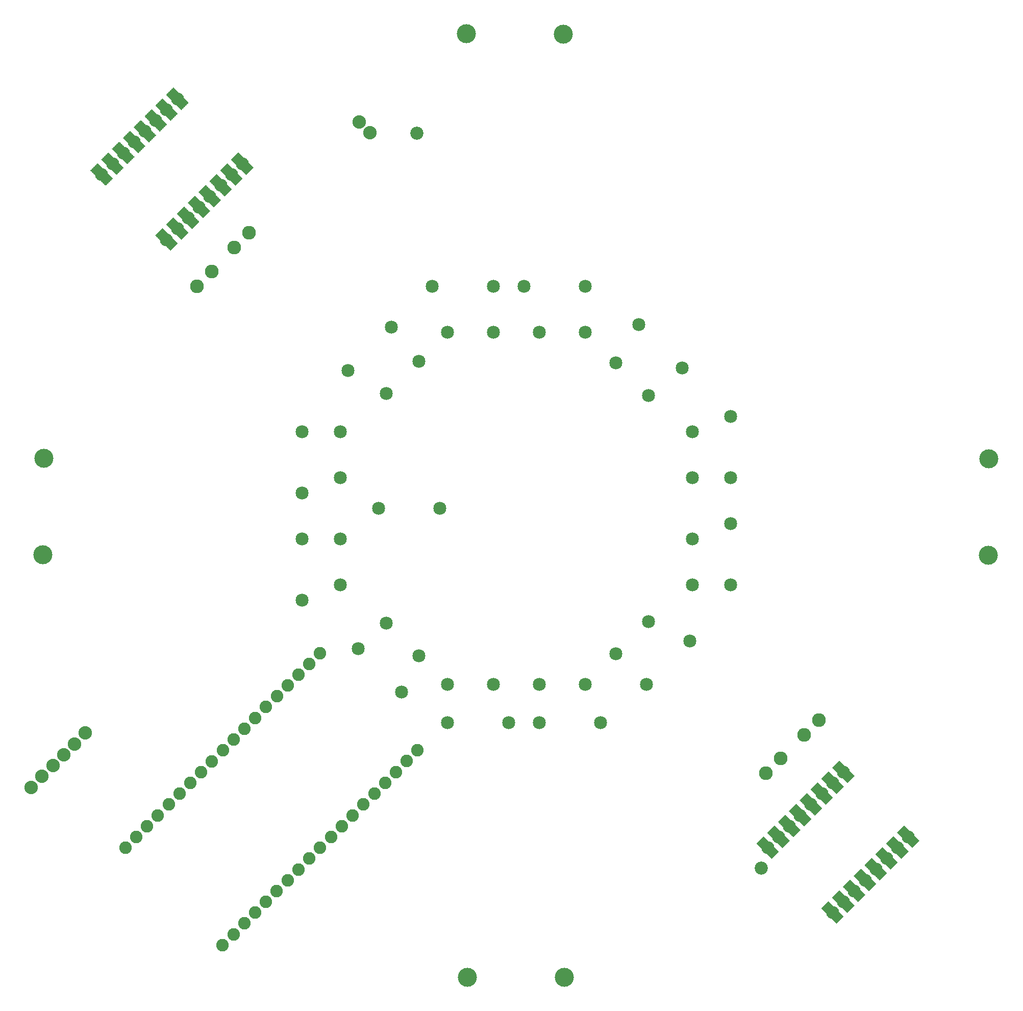
<source format=gts>
G04 MADE WITH FRITZING*
G04 WWW.FRITZING.ORG*
G04 DOUBLE SIDED*
G04 HOLES PLATED*
G04 CONTOUR ON CENTER OF CONTOUR VECTOR*
%ASAXBY*%
%FSLAX23Y23*%
%MOIN*%
%OFA0B0*%
%SFA1.0B1.0*%
%ADD10C,0.124173*%
%ADD11C,0.084000*%
%ADD12C,0.085433*%
%ADD13C,0.088000*%
%ADD14C,0.085000*%
%ADD15C,0.081858*%
%ADD16C,0.090000*%
%ADD17C,0.030000*%
%ADD18R,0.001000X0.001000*%
%LNMASK1*%
G90*
G70*
G54D10*
X4245Y7009D03*
X3611Y7012D03*
X846Y3610D03*
X850Y4240D03*
X4252Y848D03*
X3618Y848D03*
X7023Y3605D03*
X7026Y4236D03*
G54D11*
X6075Y2190D03*
X6004Y2120D03*
X5934Y2049D03*
X5863Y1978D03*
X5792Y1907D03*
X5722Y1837D03*
X5651Y1766D03*
X5580Y1695D03*
X6004Y1271D03*
X6075Y1342D03*
X6146Y1412D03*
X6217Y1483D03*
X6287Y1554D03*
X6358Y1625D03*
X6429Y1695D03*
X6499Y1766D03*
X6075Y2190D03*
X6004Y2120D03*
X5934Y2049D03*
X5863Y1978D03*
X5792Y1907D03*
X5722Y1837D03*
X5651Y1766D03*
X5580Y1695D03*
X6004Y1271D03*
X6075Y1342D03*
X6146Y1412D03*
X6217Y1483D03*
X6287Y1554D03*
X6358Y1625D03*
X6429Y1695D03*
X6499Y1766D03*
G54D12*
X5539Y1561D03*
G54D13*
X1122Y2444D03*
X1051Y2373D03*
X980Y2302D03*
X910Y2232D03*
X839Y2161D03*
X768Y2090D03*
X2911Y6437D03*
X2982Y6366D03*
G54D14*
X2789Y3711D03*
X2789Y3411D03*
X3089Y3161D03*
X3301Y2949D03*
X3489Y2761D03*
X3789Y2761D03*
X4089Y2761D03*
X4389Y2761D03*
X4589Y2961D03*
X4801Y3173D03*
X2789Y4111D03*
X2789Y4411D03*
X5089Y3711D03*
X5089Y3411D03*
X5089Y4411D03*
X5089Y4111D03*
X4589Y4861D03*
X4801Y4649D03*
X4089Y5061D03*
X4389Y5061D03*
X3089Y4661D03*
X3301Y4873D03*
X3489Y5061D03*
X3789Y5061D03*
X2539Y3311D03*
X2539Y3711D03*
X4489Y2511D03*
X4089Y2511D03*
X3889Y2511D03*
X3489Y2511D03*
X3189Y2711D03*
X2906Y2994D03*
X4789Y2761D03*
X5072Y3044D03*
X5339Y3811D03*
X5339Y3411D03*
X5339Y4511D03*
X5339Y4111D03*
X4739Y5111D03*
X5022Y4828D03*
X3989Y5361D03*
X4389Y5361D03*
X3389Y5361D03*
X3789Y5361D03*
X2539Y4411D03*
X2539Y4011D03*
X2839Y4811D03*
X3122Y5094D03*
X3439Y3911D03*
X3039Y3911D03*
G54D15*
X2656Y2967D03*
X2585Y2896D03*
X2515Y2826D03*
X2444Y2755D03*
X2374Y2685D03*
X2303Y2614D03*
X2232Y2543D03*
X2162Y2473D03*
X2091Y2402D03*
X2020Y2331D03*
X1949Y2260D03*
X1878Y2189D03*
X1808Y2119D03*
X1737Y2048D03*
X1667Y1978D03*
X1596Y1907D03*
X1526Y1837D03*
X1455Y1766D03*
X1384Y1695D03*
X2019Y1059D03*
X2090Y1130D03*
X2161Y1201D03*
X2232Y1271D03*
X2303Y1342D03*
X2373Y1412D03*
X2444Y1483D03*
X2514Y1553D03*
X2585Y1624D03*
X2656Y1695D03*
X2727Y1766D03*
X2798Y1837D03*
X2868Y1907D03*
X2939Y1978D03*
X3010Y2049D03*
X3080Y2119D03*
X3151Y2190D03*
X3221Y2261D03*
X3292Y2332D03*
G54D16*
X5817Y2433D03*
X5915Y2530D03*
X5567Y2183D03*
X5665Y2280D03*
X1947Y5459D03*
X1850Y5362D03*
X2193Y5712D03*
X2095Y5615D03*
G54D12*
X3289Y6361D03*
G54D11*
X1653Y5667D03*
X1724Y5738D03*
X1795Y5809D03*
X1865Y5879D03*
X1936Y5950D03*
X2007Y6021D03*
X2078Y6091D03*
X2148Y6162D03*
X1724Y6586D03*
X1653Y6516D03*
X1583Y6445D03*
X1512Y6374D03*
X1441Y6304D03*
X1370Y6233D03*
X1300Y6162D03*
X1229Y6091D03*
X1653Y5667D03*
X1724Y5738D03*
X1795Y5809D03*
X1865Y5879D03*
X1936Y5950D03*
X2007Y6021D03*
X2078Y6091D03*
X2148Y6162D03*
X1724Y6586D03*
X1653Y6516D03*
X1583Y6445D03*
X1512Y6374D03*
X1441Y6304D03*
X1370Y6233D03*
X1300Y6162D03*
X1229Y6091D03*
G54D17*
G36*
X5775Y2433D02*
X5817Y2475D01*
X5860Y2433D01*
X5817Y2390D01*
X5775Y2433D01*
G37*
D02*
G36*
X5525Y2183D02*
X5567Y2225D01*
X5610Y2183D01*
X5567Y2140D01*
X5525Y2183D01*
G37*
D02*
G36*
X1990Y5459D02*
X1947Y5417D01*
X1905Y5459D01*
X1947Y5501D01*
X1990Y5459D01*
G37*
D02*
G36*
X2235Y5712D02*
X2193Y5670D01*
X2150Y5712D01*
X2193Y5755D01*
X2235Y5712D01*
G37*
D02*
G54D18*
X1697Y6660D02*
X1697Y6660D01*
X1696Y6659D02*
X1698Y6659D01*
X1695Y6658D02*
X1699Y6658D01*
X1694Y6657D02*
X1700Y6657D01*
X1693Y6656D02*
X1701Y6656D01*
X1692Y6655D02*
X1702Y6655D01*
X1691Y6654D02*
X1703Y6654D01*
X1690Y6653D02*
X1704Y6653D01*
X1689Y6652D02*
X1705Y6652D01*
X1688Y6651D02*
X1706Y6651D01*
X1687Y6650D02*
X1707Y6650D01*
X1686Y6649D02*
X1708Y6649D01*
X1685Y6648D02*
X1709Y6648D01*
X1684Y6647D02*
X1710Y6647D01*
X1683Y6646D02*
X1711Y6646D01*
X1682Y6645D02*
X1712Y6645D01*
X1681Y6644D02*
X1713Y6644D01*
X1680Y6643D02*
X1714Y6643D01*
X1679Y6642D02*
X1715Y6642D01*
X1678Y6641D02*
X1716Y6641D01*
X1677Y6640D02*
X1717Y6640D01*
X1676Y6639D02*
X1718Y6639D01*
X1675Y6638D02*
X1719Y6638D01*
X1674Y6637D02*
X1720Y6637D01*
X1673Y6636D02*
X1721Y6636D01*
X1672Y6635D02*
X1722Y6635D01*
X1671Y6634D02*
X1723Y6634D01*
X1670Y6633D02*
X1724Y6633D01*
X1669Y6632D02*
X1725Y6632D01*
X1668Y6631D02*
X1726Y6631D01*
X1667Y6630D02*
X1727Y6630D01*
X1666Y6629D02*
X1728Y6629D01*
X1665Y6628D02*
X1729Y6628D01*
X1664Y6627D02*
X1730Y6627D01*
X1663Y6626D02*
X1731Y6626D01*
X1662Y6625D02*
X1732Y6625D01*
X1661Y6624D02*
X1733Y6624D01*
X1660Y6623D02*
X1734Y6623D01*
X1659Y6622D02*
X1735Y6622D01*
X1658Y6621D02*
X1736Y6621D01*
X1657Y6620D02*
X1737Y6620D01*
X1656Y6619D02*
X1738Y6619D01*
X1655Y6618D02*
X1739Y6618D01*
X1654Y6617D02*
X1740Y6617D01*
X1653Y6616D02*
X1741Y6616D01*
X1652Y6615D02*
X1742Y6615D01*
X1651Y6614D02*
X1743Y6614D01*
X1651Y6613D02*
X1744Y6613D01*
X1651Y6612D02*
X1745Y6612D01*
X1652Y6611D02*
X1747Y6611D01*
X1653Y6610D02*
X1719Y6610D01*
X1728Y6610D02*
X1747Y6610D01*
X1654Y6609D02*
X1715Y6609D01*
X1732Y6609D02*
X1748Y6609D01*
X1655Y6608D02*
X1713Y6608D01*
X1734Y6608D02*
X1749Y6608D01*
X1656Y6607D02*
X1711Y6607D01*
X1736Y6607D02*
X1750Y6607D01*
X1657Y6606D02*
X1709Y6606D01*
X1738Y6606D02*
X1751Y6606D01*
X1658Y6605D02*
X1708Y6605D01*
X1739Y6605D02*
X1752Y6605D01*
X1659Y6604D02*
X1707Y6604D01*
X1740Y6604D02*
X1753Y6604D01*
X1660Y6603D02*
X1706Y6603D01*
X1741Y6603D02*
X1754Y6603D01*
X1661Y6602D02*
X1705Y6602D01*
X1742Y6602D02*
X1755Y6602D01*
X1662Y6601D02*
X1704Y6601D01*
X1743Y6601D02*
X1756Y6601D01*
X1663Y6600D02*
X1703Y6600D01*
X1743Y6600D02*
X1757Y6600D01*
X1664Y6599D02*
X1703Y6599D01*
X1744Y6599D02*
X1758Y6599D01*
X1665Y6598D02*
X1702Y6598D01*
X1745Y6598D02*
X1759Y6598D01*
X1666Y6597D02*
X1702Y6597D01*
X1745Y6597D02*
X1760Y6597D01*
X1667Y6596D02*
X1701Y6596D01*
X1746Y6596D02*
X1761Y6596D01*
X1668Y6595D02*
X1701Y6595D01*
X1746Y6595D02*
X1762Y6595D01*
X1669Y6594D02*
X1701Y6594D01*
X1746Y6594D02*
X1763Y6594D01*
X1670Y6593D02*
X1700Y6593D01*
X1747Y6593D02*
X1764Y6593D01*
X1671Y6592D02*
X1700Y6592D01*
X1747Y6592D02*
X1765Y6592D01*
X1672Y6591D02*
X1700Y6591D01*
X1747Y6591D02*
X1766Y6591D01*
X1673Y6590D02*
X1700Y6590D01*
X1747Y6590D02*
X1767Y6590D01*
X1626Y6589D02*
X1627Y6589D01*
X1674Y6589D02*
X1700Y6589D01*
X1747Y6589D02*
X1768Y6589D01*
X1625Y6588D02*
X1628Y6588D01*
X1675Y6588D02*
X1700Y6588D01*
X1747Y6588D02*
X1769Y6588D01*
X1624Y6587D02*
X1629Y6587D01*
X1676Y6587D02*
X1700Y6587D01*
X1747Y6587D02*
X1770Y6587D01*
X1623Y6586D02*
X1630Y6586D01*
X1677Y6586D02*
X1700Y6586D01*
X1747Y6586D02*
X1771Y6586D01*
X1622Y6585D02*
X1631Y6585D01*
X1678Y6585D02*
X1700Y6585D01*
X1747Y6585D02*
X1772Y6585D01*
X1621Y6584D02*
X1632Y6584D01*
X1679Y6584D02*
X1700Y6584D01*
X1747Y6584D02*
X1773Y6584D01*
X1620Y6583D02*
X1633Y6583D01*
X1680Y6583D02*
X1700Y6583D01*
X1747Y6583D02*
X1774Y6583D01*
X1619Y6582D02*
X1634Y6582D01*
X1681Y6582D02*
X1700Y6582D01*
X1747Y6582D02*
X1775Y6582D01*
X1618Y6581D02*
X1635Y6581D01*
X1682Y6581D02*
X1700Y6581D01*
X1747Y6581D02*
X1776Y6581D01*
X1617Y6580D02*
X1636Y6580D01*
X1683Y6580D02*
X1701Y6580D01*
X1746Y6580D02*
X1777Y6580D01*
X1616Y6579D02*
X1637Y6579D01*
X1684Y6579D02*
X1701Y6579D01*
X1746Y6579D02*
X1778Y6579D01*
X1615Y6578D02*
X1638Y6578D01*
X1685Y6578D02*
X1701Y6578D01*
X1746Y6578D02*
X1779Y6578D01*
X1614Y6577D02*
X1639Y6577D01*
X1686Y6577D02*
X1702Y6577D01*
X1745Y6577D02*
X1780Y6577D01*
X1613Y6576D02*
X1640Y6576D01*
X1687Y6576D02*
X1702Y6576D01*
X1745Y6576D02*
X1781Y6576D01*
X1612Y6575D02*
X1641Y6575D01*
X1688Y6575D02*
X1703Y6575D01*
X1744Y6575D02*
X1782Y6575D01*
X1611Y6574D02*
X1642Y6574D01*
X1689Y6574D02*
X1703Y6574D01*
X1744Y6574D02*
X1783Y6574D01*
X1610Y6573D02*
X1643Y6573D01*
X1690Y6573D02*
X1704Y6573D01*
X1743Y6573D02*
X1784Y6573D01*
X1609Y6572D02*
X1644Y6572D01*
X1691Y6572D02*
X1705Y6572D01*
X1742Y6572D02*
X1785Y6572D01*
X1608Y6571D02*
X1645Y6571D01*
X1692Y6571D02*
X1706Y6571D01*
X1741Y6571D02*
X1786Y6571D01*
X1607Y6570D02*
X1646Y6570D01*
X1693Y6570D02*
X1707Y6570D01*
X1740Y6570D02*
X1787Y6570D01*
X1606Y6569D02*
X1647Y6569D01*
X1694Y6569D02*
X1708Y6569D01*
X1739Y6569D02*
X1788Y6569D01*
X1605Y6568D02*
X1648Y6568D01*
X1695Y6568D02*
X1709Y6568D01*
X1738Y6568D02*
X1789Y6568D01*
X1604Y6567D02*
X1649Y6567D01*
X1696Y6567D02*
X1710Y6567D01*
X1737Y6567D02*
X1790Y6567D01*
X1603Y6566D02*
X1650Y6566D01*
X1697Y6566D02*
X1712Y6566D01*
X1735Y6566D02*
X1791Y6566D01*
X1602Y6565D02*
X1651Y6565D01*
X1698Y6565D02*
X1714Y6565D01*
X1733Y6565D02*
X1792Y6565D01*
X1601Y6564D02*
X1652Y6564D01*
X1699Y6564D02*
X1718Y6564D01*
X1729Y6564D02*
X1793Y6564D01*
X1600Y6563D02*
X1653Y6563D01*
X1700Y6563D02*
X1794Y6563D01*
X1599Y6562D02*
X1654Y6562D01*
X1701Y6562D02*
X1795Y6562D01*
X1598Y6561D02*
X1655Y6561D01*
X1702Y6561D02*
X1796Y6561D01*
X1597Y6560D02*
X1656Y6560D01*
X1703Y6560D02*
X1796Y6560D01*
X1596Y6559D02*
X1657Y6559D01*
X1704Y6559D02*
X1795Y6559D01*
X1595Y6558D02*
X1658Y6558D01*
X1705Y6558D02*
X1794Y6558D01*
X1594Y6557D02*
X1659Y6557D01*
X1706Y6557D02*
X1793Y6557D01*
X1593Y6556D02*
X1660Y6556D01*
X1707Y6556D02*
X1792Y6556D01*
X1592Y6555D02*
X1661Y6555D01*
X1708Y6555D02*
X1791Y6555D01*
X1591Y6554D02*
X1662Y6554D01*
X1709Y6554D02*
X1790Y6554D01*
X1590Y6553D02*
X1663Y6553D01*
X1710Y6553D02*
X1789Y6553D01*
X1589Y6552D02*
X1664Y6552D01*
X1711Y6552D02*
X1788Y6552D01*
X1588Y6551D02*
X1665Y6551D01*
X1712Y6551D02*
X1787Y6551D01*
X1587Y6550D02*
X1666Y6550D01*
X1713Y6550D02*
X1786Y6550D01*
X1586Y6549D02*
X1667Y6549D01*
X1714Y6549D02*
X1785Y6549D01*
X1585Y6548D02*
X1668Y6548D01*
X1715Y6548D02*
X1784Y6548D01*
X1584Y6547D02*
X1669Y6547D01*
X1716Y6547D02*
X1783Y6547D01*
X1583Y6546D02*
X1670Y6546D01*
X1717Y6546D02*
X1782Y6546D01*
X1582Y6545D02*
X1671Y6545D01*
X1718Y6545D02*
X1781Y6545D01*
X1581Y6544D02*
X1672Y6544D01*
X1719Y6544D02*
X1780Y6544D01*
X1580Y6543D02*
X1673Y6543D01*
X1720Y6543D02*
X1779Y6543D01*
X1580Y6542D02*
X1674Y6542D01*
X1721Y6542D02*
X1778Y6542D01*
X1581Y6541D02*
X1675Y6541D01*
X1722Y6541D02*
X1777Y6541D01*
X1582Y6540D02*
X1676Y6540D01*
X1723Y6540D02*
X1776Y6540D01*
X1583Y6539D02*
X1647Y6539D01*
X1659Y6539D02*
X1677Y6539D01*
X1724Y6539D02*
X1775Y6539D01*
X1584Y6538D02*
X1643Y6538D01*
X1662Y6538D02*
X1678Y6538D01*
X1725Y6538D02*
X1774Y6538D01*
X1585Y6537D02*
X1641Y6537D01*
X1664Y6537D02*
X1679Y6537D01*
X1726Y6537D02*
X1773Y6537D01*
X1586Y6536D02*
X1640Y6536D01*
X1666Y6536D02*
X1680Y6536D01*
X1727Y6536D02*
X1772Y6536D01*
X1587Y6535D02*
X1638Y6535D01*
X1667Y6535D02*
X1681Y6535D01*
X1728Y6535D02*
X1771Y6535D01*
X1588Y6534D02*
X1637Y6534D01*
X1668Y6534D02*
X1682Y6534D01*
X1729Y6534D02*
X1770Y6534D01*
X1589Y6533D02*
X1636Y6533D01*
X1669Y6533D02*
X1683Y6533D01*
X1730Y6533D02*
X1769Y6533D01*
X1590Y6532D02*
X1635Y6532D01*
X1670Y6532D02*
X1684Y6532D01*
X1731Y6532D02*
X1768Y6532D01*
X1591Y6531D02*
X1634Y6531D01*
X1671Y6531D02*
X1685Y6531D01*
X1732Y6531D02*
X1767Y6531D01*
X1592Y6530D02*
X1633Y6530D01*
X1672Y6530D02*
X1686Y6530D01*
X1733Y6530D02*
X1766Y6530D01*
X1593Y6529D02*
X1633Y6529D01*
X1673Y6529D02*
X1687Y6529D01*
X1734Y6529D02*
X1765Y6529D01*
X1594Y6528D02*
X1632Y6528D01*
X1674Y6528D02*
X1688Y6528D01*
X1735Y6528D02*
X1764Y6528D01*
X1595Y6527D02*
X1631Y6527D01*
X1674Y6527D02*
X1689Y6527D01*
X1736Y6527D02*
X1763Y6527D01*
X1596Y6526D02*
X1631Y6526D01*
X1675Y6526D02*
X1690Y6526D01*
X1737Y6526D02*
X1762Y6526D01*
X1597Y6525D02*
X1630Y6525D01*
X1675Y6525D02*
X1691Y6525D01*
X1738Y6525D02*
X1761Y6525D01*
X1598Y6524D02*
X1630Y6524D01*
X1675Y6524D02*
X1692Y6524D01*
X1739Y6524D02*
X1760Y6524D01*
X1599Y6523D02*
X1630Y6523D01*
X1676Y6523D02*
X1693Y6523D01*
X1740Y6523D02*
X1759Y6523D01*
X1600Y6522D02*
X1630Y6522D01*
X1676Y6522D02*
X1694Y6522D01*
X1741Y6522D02*
X1758Y6522D01*
X1601Y6521D02*
X1629Y6521D01*
X1676Y6521D02*
X1695Y6521D01*
X1742Y6521D02*
X1757Y6521D01*
X1602Y6520D02*
X1629Y6520D01*
X1676Y6520D02*
X1696Y6520D01*
X1743Y6520D02*
X1756Y6520D01*
X1603Y6519D02*
X1629Y6519D01*
X1677Y6519D02*
X1697Y6519D01*
X1744Y6519D02*
X1755Y6519D01*
X1555Y6518D02*
X1556Y6518D01*
X1604Y6518D02*
X1629Y6518D01*
X1677Y6518D02*
X1698Y6518D01*
X1745Y6518D02*
X1754Y6518D01*
X1554Y6517D02*
X1557Y6517D01*
X1605Y6517D02*
X1629Y6517D01*
X1677Y6517D02*
X1699Y6517D01*
X1746Y6517D02*
X1753Y6517D01*
X1553Y6516D02*
X1558Y6516D01*
X1606Y6516D02*
X1629Y6516D01*
X1677Y6516D02*
X1700Y6516D01*
X1747Y6516D02*
X1752Y6516D01*
X1552Y6515D02*
X1559Y6515D01*
X1607Y6515D02*
X1629Y6515D01*
X1677Y6515D02*
X1701Y6515D01*
X1748Y6515D02*
X1751Y6515D01*
X1551Y6514D02*
X1560Y6514D01*
X1608Y6514D02*
X1629Y6514D01*
X1677Y6514D02*
X1702Y6514D01*
X1749Y6514D02*
X1750Y6514D01*
X1550Y6513D02*
X1561Y6513D01*
X1609Y6513D02*
X1629Y6513D01*
X1677Y6513D02*
X1703Y6513D01*
X1549Y6512D02*
X1562Y6512D01*
X1610Y6512D02*
X1629Y6512D01*
X1676Y6512D02*
X1704Y6512D01*
X1548Y6511D02*
X1563Y6511D01*
X1611Y6511D02*
X1629Y6511D01*
X1676Y6511D02*
X1705Y6511D01*
X1547Y6510D02*
X1564Y6510D01*
X1612Y6510D02*
X1630Y6510D01*
X1676Y6510D02*
X1706Y6510D01*
X1546Y6509D02*
X1565Y6509D01*
X1613Y6509D02*
X1630Y6509D01*
X1676Y6509D02*
X1707Y6509D01*
X1545Y6508D02*
X1566Y6508D01*
X1614Y6508D02*
X1630Y6508D01*
X1675Y6508D02*
X1708Y6508D01*
X1544Y6507D02*
X1567Y6507D01*
X1615Y6507D02*
X1631Y6507D01*
X1675Y6507D02*
X1709Y6507D01*
X1543Y6506D02*
X1568Y6506D01*
X1616Y6506D02*
X1631Y6506D01*
X1675Y6506D02*
X1710Y6506D01*
X1542Y6505D02*
X1569Y6505D01*
X1617Y6505D02*
X1632Y6505D01*
X1674Y6505D02*
X1711Y6505D01*
X1541Y6504D02*
X1570Y6504D01*
X1618Y6504D02*
X1632Y6504D01*
X1673Y6504D02*
X1712Y6504D01*
X1540Y6503D02*
X1571Y6503D01*
X1619Y6503D02*
X1633Y6503D01*
X1673Y6503D02*
X1713Y6503D01*
X1539Y6502D02*
X1572Y6502D01*
X1620Y6502D02*
X1634Y6502D01*
X1672Y6502D02*
X1714Y6502D01*
X1538Y6501D02*
X1573Y6501D01*
X1621Y6501D02*
X1635Y6501D01*
X1671Y6501D02*
X1715Y6501D01*
X1537Y6500D02*
X1574Y6500D01*
X1622Y6500D02*
X1636Y6500D01*
X1670Y6500D02*
X1716Y6500D01*
X1536Y6499D02*
X1575Y6499D01*
X1623Y6499D02*
X1637Y6499D01*
X1669Y6499D02*
X1717Y6499D01*
X1535Y6498D02*
X1576Y6498D01*
X1624Y6498D02*
X1638Y6498D01*
X1668Y6498D02*
X1718Y6498D01*
X1534Y6497D02*
X1577Y6497D01*
X1625Y6497D02*
X1639Y6497D01*
X1667Y6497D02*
X1719Y6497D01*
X1533Y6496D02*
X1578Y6496D01*
X1626Y6496D02*
X1640Y6496D01*
X1665Y6496D02*
X1720Y6496D01*
X1532Y6495D02*
X1579Y6495D01*
X1627Y6495D02*
X1642Y6495D01*
X1664Y6495D02*
X1721Y6495D01*
X1531Y6494D02*
X1580Y6494D01*
X1628Y6494D02*
X1644Y6494D01*
X1661Y6494D02*
X1722Y6494D01*
X1530Y6493D02*
X1581Y6493D01*
X1629Y6493D02*
X1648Y6493D01*
X1658Y6493D02*
X1723Y6493D01*
X1529Y6492D02*
X1582Y6492D01*
X1630Y6492D02*
X1724Y6492D01*
X1528Y6491D02*
X1583Y6491D01*
X1631Y6491D02*
X1725Y6491D01*
X1527Y6490D02*
X1584Y6490D01*
X1632Y6490D02*
X1726Y6490D01*
X1526Y6489D02*
X1585Y6489D01*
X1633Y6489D02*
X1725Y6489D01*
X1525Y6488D02*
X1586Y6488D01*
X1634Y6488D02*
X1724Y6488D01*
X1524Y6487D02*
X1587Y6487D01*
X1635Y6487D02*
X1723Y6487D01*
X1523Y6486D02*
X1588Y6486D01*
X1636Y6486D02*
X1722Y6486D01*
X1522Y6485D02*
X1589Y6485D01*
X1637Y6485D02*
X1721Y6485D01*
X1521Y6484D02*
X1590Y6484D01*
X1638Y6484D02*
X1720Y6484D01*
X1520Y6483D02*
X1591Y6483D01*
X1639Y6483D02*
X1719Y6483D01*
X1519Y6482D02*
X1592Y6482D01*
X1640Y6482D02*
X1718Y6482D01*
X1518Y6481D02*
X1593Y6481D01*
X1641Y6481D02*
X1717Y6481D01*
X1517Y6480D02*
X1594Y6480D01*
X1642Y6480D02*
X1716Y6480D01*
X1516Y6479D02*
X1595Y6479D01*
X1643Y6479D02*
X1715Y6479D01*
X1515Y6478D02*
X1596Y6478D01*
X1644Y6478D02*
X1714Y6478D01*
X1514Y6477D02*
X1597Y6477D01*
X1645Y6477D02*
X1713Y6477D01*
X1513Y6476D02*
X1598Y6476D01*
X1646Y6476D02*
X1712Y6476D01*
X1512Y6475D02*
X1599Y6475D01*
X1647Y6475D02*
X1711Y6475D01*
X1511Y6474D02*
X1600Y6474D01*
X1648Y6474D02*
X1710Y6474D01*
X1510Y6473D02*
X1601Y6473D01*
X1649Y6473D02*
X1709Y6473D01*
X1509Y6472D02*
X1603Y6472D01*
X1650Y6472D02*
X1708Y6472D01*
X1510Y6471D02*
X1604Y6471D01*
X1651Y6471D02*
X1707Y6471D01*
X1511Y6470D02*
X1605Y6470D01*
X1652Y6470D02*
X1706Y6470D01*
X1512Y6469D02*
X1606Y6469D01*
X1653Y6469D02*
X1705Y6469D01*
X1513Y6468D02*
X1575Y6468D01*
X1589Y6468D02*
X1607Y6468D01*
X1654Y6468D02*
X1704Y6468D01*
X1514Y6467D02*
X1572Y6467D01*
X1592Y6467D02*
X1608Y6467D01*
X1655Y6467D02*
X1703Y6467D01*
X1515Y6466D02*
X1570Y6466D01*
X1594Y6466D02*
X1608Y6466D01*
X1656Y6466D02*
X1702Y6466D01*
X1516Y6465D02*
X1569Y6465D01*
X1596Y6465D02*
X1609Y6465D01*
X1657Y6465D02*
X1701Y6465D01*
X1517Y6464D02*
X1567Y6464D01*
X1597Y6464D02*
X1610Y6464D01*
X1658Y6464D02*
X1700Y6464D01*
X1518Y6463D02*
X1566Y6463D01*
X1598Y6463D02*
X1611Y6463D01*
X1659Y6463D02*
X1699Y6463D01*
X1519Y6462D02*
X1565Y6462D01*
X1599Y6462D02*
X1612Y6462D01*
X1660Y6462D02*
X1698Y6462D01*
X1520Y6461D02*
X1564Y6461D01*
X1600Y6461D02*
X1613Y6461D01*
X1661Y6461D02*
X1697Y6461D01*
X1521Y6460D02*
X1563Y6460D01*
X1601Y6460D02*
X1614Y6460D01*
X1662Y6460D02*
X1696Y6460D01*
X1522Y6459D02*
X1562Y6459D01*
X1602Y6459D02*
X1615Y6459D01*
X1663Y6459D02*
X1695Y6459D01*
X1523Y6458D02*
X1562Y6458D01*
X1602Y6458D02*
X1616Y6458D01*
X1664Y6458D02*
X1694Y6458D01*
X1524Y6457D02*
X1561Y6457D01*
X1603Y6457D02*
X1617Y6457D01*
X1665Y6457D02*
X1693Y6457D01*
X1525Y6456D02*
X1561Y6456D01*
X1604Y6456D02*
X1618Y6456D01*
X1666Y6456D02*
X1692Y6456D01*
X1526Y6455D02*
X1560Y6455D01*
X1604Y6455D02*
X1619Y6455D01*
X1667Y6455D02*
X1691Y6455D01*
X1527Y6454D02*
X1560Y6454D01*
X1605Y6454D02*
X1620Y6454D01*
X1668Y6454D02*
X1690Y6454D01*
X1528Y6453D02*
X1559Y6453D01*
X1605Y6453D02*
X1621Y6453D01*
X1669Y6453D02*
X1689Y6453D01*
X1529Y6452D02*
X1559Y6452D01*
X1605Y6452D02*
X1622Y6452D01*
X1670Y6452D02*
X1688Y6452D01*
X1530Y6451D02*
X1559Y6451D01*
X1605Y6451D02*
X1623Y6451D01*
X1671Y6451D02*
X1687Y6451D01*
X1531Y6450D02*
X1559Y6450D01*
X1606Y6450D02*
X1624Y6450D01*
X1672Y6450D02*
X1686Y6450D01*
X1532Y6449D02*
X1558Y6449D01*
X1606Y6449D02*
X1625Y6449D01*
X1673Y6449D02*
X1685Y6449D01*
X1485Y6448D02*
X1485Y6448D01*
X1533Y6448D02*
X1558Y6448D01*
X1606Y6448D02*
X1626Y6448D01*
X1674Y6448D02*
X1684Y6448D01*
X1484Y6447D02*
X1486Y6447D01*
X1534Y6447D02*
X1558Y6447D01*
X1606Y6447D02*
X1627Y6447D01*
X1675Y6447D02*
X1683Y6447D01*
X1483Y6446D02*
X1487Y6446D01*
X1535Y6446D02*
X1558Y6446D01*
X1606Y6446D02*
X1628Y6446D01*
X1676Y6446D02*
X1682Y6446D01*
X1482Y6445D02*
X1488Y6445D01*
X1536Y6445D02*
X1558Y6445D01*
X1606Y6445D02*
X1629Y6445D01*
X1677Y6445D02*
X1681Y6445D01*
X1481Y6444D02*
X1489Y6444D01*
X1537Y6444D02*
X1558Y6444D01*
X1606Y6444D02*
X1630Y6444D01*
X1678Y6444D02*
X1680Y6444D01*
X1480Y6443D02*
X1490Y6443D01*
X1538Y6443D02*
X1558Y6443D01*
X1606Y6443D02*
X1631Y6443D01*
X1679Y6443D02*
X1679Y6443D01*
X1479Y6442D02*
X1491Y6442D01*
X1539Y6442D02*
X1558Y6442D01*
X1606Y6442D02*
X1632Y6442D01*
X1478Y6441D02*
X1492Y6441D01*
X1540Y6441D02*
X1558Y6441D01*
X1606Y6441D02*
X1633Y6441D01*
X1477Y6440D02*
X1493Y6440D01*
X1541Y6440D02*
X1559Y6440D01*
X1605Y6440D02*
X1634Y6440D01*
X1476Y6439D02*
X1494Y6439D01*
X1542Y6439D02*
X1559Y6439D01*
X1605Y6439D02*
X1635Y6439D01*
X1475Y6438D02*
X1495Y6438D01*
X1543Y6438D02*
X1559Y6438D01*
X1605Y6438D02*
X1636Y6438D01*
X1474Y6437D02*
X1496Y6437D01*
X1544Y6437D02*
X1560Y6437D01*
X1605Y6437D02*
X1637Y6437D01*
X1473Y6436D02*
X1497Y6436D01*
X1545Y6436D02*
X1560Y6436D01*
X1604Y6436D02*
X1638Y6436D01*
X1472Y6435D02*
X1498Y6435D01*
X1546Y6435D02*
X1560Y6435D01*
X1604Y6435D02*
X1639Y6435D01*
X1471Y6434D02*
X1499Y6434D01*
X1547Y6434D02*
X1561Y6434D01*
X1603Y6434D02*
X1640Y6434D01*
X1470Y6433D02*
X1500Y6433D01*
X1548Y6433D02*
X1562Y6433D01*
X1603Y6433D02*
X1641Y6433D01*
X1469Y6432D02*
X1501Y6432D01*
X1549Y6432D02*
X1562Y6432D01*
X1602Y6432D02*
X1642Y6432D01*
X1468Y6431D02*
X1502Y6431D01*
X1550Y6431D02*
X1563Y6431D01*
X1601Y6431D02*
X1643Y6431D01*
X1467Y6430D02*
X1503Y6430D01*
X1551Y6430D02*
X1564Y6430D01*
X1600Y6430D02*
X1644Y6430D01*
X1466Y6429D02*
X1504Y6429D01*
X1552Y6429D02*
X1565Y6429D01*
X1599Y6429D02*
X1645Y6429D01*
X1465Y6428D02*
X1505Y6428D01*
X1553Y6428D02*
X1566Y6428D01*
X1598Y6428D02*
X1646Y6428D01*
X1464Y6427D02*
X1506Y6427D01*
X1554Y6427D02*
X1567Y6427D01*
X1597Y6427D02*
X1647Y6427D01*
X1463Y6426D02*
X1507Y6426D01*
X1555Y6426D02*
X1568Y6426D01*
X1596Y6426D02*
X1648Y6426D01*
X1462Y6425D02*
X1508Y6425D01*
X1556Y6425D02*
X1570Y6425D01*
X1594Y6425D02*
X1649Y6425D01*
X1461Y6424D02*
X1509Y6424D01*
X1556Y6424D02*
X1572Y6424D01*
X1592Y6424D02*
X1650Y6424D01*
X1460Y6423D02*
X1510Y6423D01*
X1557Y6423D02*
X1575Y6423D01*
X1590Y6423D02*
X1651Y6423D01*
X1459Y6422D02*
X1511Y6422D01*
X1558Y6422D02*
X1581Y6422D01*
X1583Y6422D02*
X1652Y6422D01*
X1458Y6421D02*
X1512Y6421D01*
X1559Y6421D02*
X1653Y6421D01*
X1457Y6420D02*
X1513Y6420D01*
X1560Y6420D02*
X1654Y6420D01*
X1456Y6419D02*
X1514Y6419D01*
X1561Y6419D02*
X1655Y6419D01*
X1455Y6418D02*
X1515Y6418D01*
X1563Y6418D02*
X1654Y6418D01*
X1454Y6417D02*
X1516Y6417D01*
X1564Y6417D02*
X1653Y6417D01*
X1453Y6416D02*
X1517Y6416D01*
X1565Y6416D02*
X1652Y6416D01*
X1452Y6415D02*
X1518Y6415D01*
X1566Y6415D02*
X1651Y6415D01*
X1451Y6414D02*
X1519Y6414D01*
X1567Y6414D02*
X1650Y6414D01*
X1450Y6413D02*
X1520Y6413D01*
X1568Y6413D02*
X1649Y6413D01*
X1449Y6412D02*
X1521Y6412D01*
X1569Y6412D02*
X1648Y6412D01*
X1448Y6411D02*
X1522Y6411D01*
X1570Y6411D02*
X1647Y6411D01*
X1447Y6410D02*
X1523Y6410D01*
X1571Y6410D02*
X1646Y6410D01*
X1446Y6409D02*
X1524Y6409D01*
X1572Y6409D02*
X1645Y6409D01*
X1445Y6408D02*
X1525Y6408D01*
X1573Y6408D02*
X1644Y6408D01*
X1444Y6407D02*
X1526Y6407D01*
X1574Y6407D02*
X1643Y6407D01*
X1443Y6406D02*
X1527Y6406D01*
X1575Y6406D02*
X1642Y6406D01*
X1442Y6405D02*
X1528Y6405D01*
X1576Y6405D02*
X1641Y6405D01*
X1441Y6404D02*
X1529Y6404D01*
X1577Y6404D02*
X1640Y6404D01*
X1440Y6403D02*
X1530Y6403D01*
X1578Y6403D02*
X1639Y6403D01*
X1439Y6402D02*
X1531Y6402D01*
X1579Y6402D02*
X1638Y6402D01*
X1439Y6401D02*
X1532Y6401D01*
X1580Y6401D02*
X1637Y6401D01*
X1439Y6400D02*
X1533Y6400D01*
X1581Y6400D02*
X1636Y6400D01*
X1440Y6399D02*
X1534Y6399D01*
X1582Y6399D02*
X1635Y6399D01*
X1441Y6398D02*
X1508Y6398D01*
X1514Y6398D02*
X1535Y6398D01*
X1583Y6398D02*
X1634Y6398D01*
X1442Y6397D02*
X1503Y6397D01*
X1519Y6397D02*
X1536Y6397D01*
X1584Y6397D02*
X1633Y6397D01*
X1443Y6396D02*
X1501Y6396D01*
X1522Y6396D02*
X1537Y6396D01*
X1585Y6396D02*
X1632Y6396D01*
X1444Y6395D02*
X1499Y6395D01*
X1524Y6395D02*
X1538Y6395D01*
X1586Y6395D02*
X1631Y6395D01*
X1445Y6394D02*
X1497Y6394D01*
X1525Y6394D02*
X1539Y6394D01*
X1587Y6394D02*
X1630Y6394D01*
X1446Y6393D02*
X1496Y6393D01*
X1526Y6393D02*
X1540Y6393D01*
X1588Y6393D02*
X1629Y6393D01*
X1447Y6392D02*
X1495Y6392D01*
X1527Y6392D02*
X1541Y6392D01*
X1589Y6392D02*
X1628Y6392D01*
X1448Y6391D02*
X1494Y6391D01*
X1529Y6391D02*
X1542Y6391D01*
X1590Y6391D02*
X1627Y6391D01*
X1449Y6390D02*
X1493Y6390D01*
X1529Y6390D02*
X1543Y6390D01*
X1591Y6390D02*
X1626Y6390D01*
X1450Y6389D02*
X1492Y6389D01*
X1530Y6389D02*
X1544Y6389D01*
X1592Y6389D02*
X1625Y6389D01*
X1451Y6388D02*
X1491Y6388D01*
X1531Y6388D02*
X1545Y6388D01*
X1593Y6388D02*
X1624Y6388D01*
X1452Y6387D02*
X1491Y6387D01*
X1532Y6387D02*
X1546Y6387D01*
X1594Y6387D02*
X1623Y6387D01*
X1453Y6386D02*
X1490Y6386D01*
X1533Y6386D02*
X1547Y6386D01*
X1595Y6386D02*
X1622Y6386D01*
X1454Y6385D02*
X1490Y6385D01*
X1533Y6385D02*
X1548Y6385D01*
X1596Y6385D02*
X1621Y6385D01*
X1455Y6384D02*
X1489Y6384D01*
X1534Y6384D02*
X1549Y6384D01*
X1597Y6384D02*
X1620Y6384D01*
X1456Y6383D02*
X1489Y6383D01*
X1534Y6383D02*
X1550Y6383D01*
X1598Y6383D02*
X1619Y6383D01*
X1457Y6382D02*
X1489Y6382D01*
X1534Y6382D02*
X1551Y6382D01*
X1599Y6382D02*
X1618Y6382D01*
X1458Y6381D02*
X1488Y6381D01*
X1534Y6381D02*
X1552Y6381D01*
X1600Y6381D02*
X1617Y6381D01*
X1459Y6380D02*
X1488Y6380D01*
X1535Y6380D02*
X1553Y6380D01*
X1601Y6380D02*
X1616Y6380D01*
X1460Y6379D02*
X1488Y6379D01*
X1535Y6379D02*
X1554Y6379D01*
X1602Y6379D02*
X1615Y6379D01*
X1461Y6378D02*
X1488Y6378D01*
X1535Y6378D02*
X1555Y6378D01*
X1603Y6378D02*
X1614Y6378D01*
X1414Y6377D02*
X1415Y6377D01*
X1462Y6377D02*
X1488Y6377D01*
X1535Y6377D02*
X1556Y6377D01*
X1604Y6377D02*
X1613Y6377D01*
X1413Y6376D02*
X1416Y6376D01*
X1463Y6376D02*
X1487Y6376D01*
X1535Y6376D02*
X1557Y6376D01*
X1605Y6376D02*
X1612Y6376D01*
X1412Y6375D02*
X1417Y6375D01*
X1464Y6375D02*
X1487Y6375D01*
X1535Y6375D02*
X1558Y6375D01*
X1606Y6375D02*
X1611Y6375D01*
X1411Y6374D02*
X1418Y6374D01*
X1465Y6374D02*
X1487Y6374D01*
X1535Y6374D02*
X1559Y6374D01*
X1607Y6374D02*
X1610Y6374D01*
X1410Y6373D02*
X1419Y6373D01*
X1466Y6373D02*
X1488Y6373D01*
X1535Y6373D02*
X1560Y6373D01*
X1608Y6373D02*
X1609Y6373D01*
X1409Y6372D02*
X1420Y6372D01*
X1467Y6372D02*
X1488Y6372D01*
X1535Y6372D02*
X1561Y6372D01*
X1408Y6371D02*
X1421Y6371D01*
X1468Y6371D02*
X1488Y6371D01*
X1535Y6371D02*
X1562Y6371D01*
X1407Y6370D02*
X1422Y6370D01*
X1469Y6370D02*
X1488Y6370D01*
X1535Y6370D02*
X1563Y6370D01*
X1406Y6369D02*
X1423Y6369D01*
X1470Y6369D02*
X1488Y6369D01*
X1535Y6369D02*
X1564Y6369D01*
X1405Y6368D02*
X1424Y6368D01*
X1471Y6368D02*
X1488Y6368D01*
X1534Y6368D02*
X1565Y6368D01*
X1404Y6367D02*
X1425Y6367D01*
X1472Y6367D02*
X1489Y6367D01*
X1534Y6367D02*
X1566Y6367D01*
X1403Y6366D02*
X1426Y6366D01*
X1473Y6366D02*
X1489Y6366D01*
X1534Y6366D02*
X1567Y6366D01*
X1402Y6365D02*
X1427Y6365D01*
X1474Y6365D02*
X1489Y6365D01*
X1533Y6365D02*
X1568Y6365D01*
X1401Y6364D02*
X1428Y6364D01*
X1475Y6364D02*
X1490Y6364D01*
X1533Y6364D02*
X1569Y6364D01*
X1400Y6363D02*
X1429Y6363D01*
X1476Y6363D02*
X1490Y6363D01*
X1532Y6363D02*
X1570Y6363D01*
X1399Y6362D02*
X1430Y6362D01*
X1477Y6362D02*
X1491Y6362D01*
X1532Y6362D02*
X1571Y6362D01*
X1398Y6361D02*
X1431Y6361D01*
X1478Y6361D02*
X1492Y6361D01*
X1531Y6361D02*
X1572Y6361D01*
X1397Y6360D02*
X1432Y6360D01*
X1479Y6360D02*
X1493Y6360D01*
X1530Y6360D02*
X1573Y6360D01*
X1396Y6359D02*
X1433Y6359D01*
X1480Y6359D02*
X1494Y6359D01*
X1529Y6359D02*
X1574Y6359D01*
X1395Y6358D02*
X1434Y6358D01*
X1481Y6358D02*
X1495Y6358D01*
X1528Y6358D02*
X1575Y6358D01*
X1394Y6357D02*
X1435Y6357D01*
X1482Y6357D02*
X1496Y6357D01*
X1527Y6357D02*
X1576Y6357D01*
X1393Y6356D02*
X1436Y6356D01*
X1483Y6356D02*
X1497Y6356D01*
X1526Y6356D02*
X1577Y6356D01*
X1392Y6355D02*
X1437Y6355D01*
X1484Y6355D02*
X1498Y6355D01*
X1525Y6355D02*
X1578Y6355D01*
X1391Y6354D02*
X1438Y6354D01*
X1485Y6354D02*
X1500Y6354D01*
X1523Y6354D02*
X1579Y6354D01*
X1390Y6353D02*
X1439Y6353D01*
X1486Y6353D02*
X1502Y6353D01*
X1521Y6353D02*
X1580Y6353D01*
X1389Y6352D02*
X1440Y6352D01*
X1487Y6352D02*
X1505Y6352D01*
X1518Y6352D02*
X1581Y6352D01*
X1388Y6351D02*
X1441Y6351D01*
X1488Y6351D02*
X1582Y6351D01*
X1387Y6350D02*
X1442Y6350D01*
X1489Y6350D02*
X1583Y6350D01*
X1386Y6349D02*
X1443Y6349D01*
X1490Y6349D02*
X1584Y6349D01*
X1385Y6348D02*
X1444Y6348D01*
X1491Y6348D02*
X1584Y6348D01*
X1384Y6347D02*
X1445Y6347D01*
X1492Y6347D02*
X1583Y6347D01*
X1383Y6346D02*
X1446Y6346D01*
X1493Y6346D02*
X1582Y6346D01*
X1382Y6345D02*
X1447Y6345D01*
X1494Y6345D02*
X1581Y6345D01*
X1381Y6344D02*
X1448Y6344D01*
X1495Y6344D02*
X1580Y6344D01*
X1380Y6343D02*
X1449Y6343D01*
X1496Y6343D02*
X1579Y6343D01*
X1379Y6342D02*
X1450Y6342D01*
X1497Y6342D02*
X1578Y6342D01*
X1378Y6341D02*
X1451Y6341D01*
X1498Y6341D02*
X1577Y6341D01*
X1377Y6340D02*
X1452Y6340D01*
X1499Y6340D02*
X1576Y6340D01*
X1376Y6339D02*
X1453Y6339D01*
X1500Y6339D02*
X1575Y6339D01*
X1375Y6338D02*
X1454Y6338D01*
X1501Y6338D02*
X1574Y6338D01*
X1374Y6337D02*
X1455Y6337D01*
X1502Y6337D02*
X1573Y6337D01*
X1373Y6336D02*
X1456Y6336D01*
X1503Y6336D02*
X1572Y6336D01*
X1372Y6335D02*
X1457Y6335D01*
X1504Y6335D02*
X1571Y6335D01*
X1371Y6334D02*
X1458Y6334D01*
X1505Y6334D02*
X1570Y6334D01*
X1370Y6333D02*
X1459Y6333D01*
X1506Y6333D02*
X1569Y6333D01*
X1369Y6332D02*
X1460Y6332D01*
X1507Y6332D02*
X1568Y6332D01*
X1368Y6331D02*
X1461Y6331D01*
X1508Y6331D02*
X1567Y6331D01*
X1368Y6330D02*
X1462Y6330D01*
X1509Y6330D02*
X1566Y6330D01*
X1369Y6329D02*
X1463Y6329D01*
X1510Y6329D02*
X1565Y6329D01*
X1370Y6328D02*
X1464Y6328D01*
X1511Y6328D02*
X1564Y6328D01*
X1371Y6327D02*
X1435Y6327D01*
X1446Y6327D02*
X1465Y6327D01*
X1512Y6327D02*
X1563Y6327D01*
X1372Y6326D02*
X1432Y6326D01*
X1450Y6326D02*
X1466Y6326D01*
X1513Y6326D02*
X1562Y6326D01*
X1373Y6325D02*
X1429Y6325D01*
X1452Y6325D02*
X1467Y6325D01*
X1514Y6325D02*
X1561Y6325D01*
X1374Y6324D02*
X1428Y6324D01*
X1454Y6324D02*
X1468Y6324D01*
X1515Y6324D02*
X1560Y6324D01*
X1375Y6323D02*
X1426Y6323D01*
X1455Y6323D02*
X1469Y6323D01*
X1516Y6323D02*
X1559Y6323D01*
X1376Y6322D02*
X1425Y6322D01*
X1456Y6322D02*
X1470Y6322D01*
X1517Y6322D02*
X1558Y6322D01*
X1377Y6321D02*
X1424Y6321D01*
X1457Y6321D02*
X1471Y6321D01*
X1518Y6321D02*
X1557Y6321D01*
X1378Y6320D02*
X1423Y6320D01*
X1458Y6320D02*
X1472Y6320D01*
X1519Y6320D02*
X1556Y6320D01*
X1379Y6319D02*
X1422Y6319D01*
X1459Y6319D02*
X1473Y6319D01*
X1520Y6319D02*
X1555Y6319D01*
X1380Y6318D02*
X1421Y6318D01*
X1460Y6318D02*
X1474Y6318D01*
X1521Y6318D02*
X1554Y6318D01*
X1381Y6317D02*
X1421Y6317D01*
X1461Y6317D02*
X1475Y6317D01*
X1522Y6317D02*
X1553Y6317D01*
X1382Y6316D02*
X1420Y6316D01*
X1461Y6316D02*
X1476Y6316D01*
X1523Y6316D02*
X1552Y6316D01*
X1383Y6315D02*
X1419Y6315D01*
X1462Y6315D02*
X1477Y6315D01*
X1524Y6315D02*
X1551Y6315D01*
X1384Y6314D02*
X1419Y6314D01*
X1463Y6314D02*
X1478Y6314D01*
X1525Y6314D02*
X1550Y6314D01*
X1385Y6313D02*
X1418Y6313D01*
X1463Y6313D02*
X1479Y6313D01*
X1526Y6313D02*
X1549Y6313D01*
X1386Y6312D02*
X1418Y6312D01*
X1463Y6312D02*
X1480Y6312D01*
X1527Y6312D02*
X1548Y6312D01*
X1387Y6311D02*
X1418Y6311D01*
X1464Y6311D02*
X1481Y6311D01*
X1528Y6311D02*
X1547Y6311D01*
X1388Y6310D02*
X1417Y6310D01*
X1464Y6310D02*
X1482Y6310D01*
X1529Y6310D02*
X1546Y6310D01*
X1389Y6309D02*
X1417Y6309D01*
X1464Y6309D02*
X1483Y6309D01*
X1530Y6309D02*
X1545Y6309D01*
X1390Y6308D02*
X1417Y6308D01*
X1464Y6308D02*
X1484Y6308D01*
X1531Y6308D02*
X1544Y6308D01*
X1391Y6307D02*
X1417Y6307D01*
X1464Y6307D02*
X1485Y6307D01*
X1532Y6307D02*
X1543Y6307D01*
X1343Y6306D02*
X1344Y6306D01*
X1392Y6306D02*
X1417Y6306D01*
X1464Y6306D02*
X1486Y6306D01*
X1533Y6306D02*
X1542Y6306D01*
X1342Y6305D02*
X1345Y6305D01*
X1393Y6305D02*
X1417Y6305D01*
X1465Y6305D02*
X1487Y6305D01*
X1534Y6305D02*
X1541Y6305D01*
X1341Y6304D02*
X1346Y6304D01*
X1394Y6304D02*
X1417Y6304D01*
X1465Y6304D02*
X1488Y6304D01*
X1535Y6304D02*
X1540Y6304D01*
X1340Y6303D02*
X1347Y6303D01*
X1395Y6303D02*
X1417Y6303D01*
X1465Y6303D02*
X1489Y6303D01*
X1536Y6303D02*
X1539Y6303D01*
X1339Y6302D02*
X1348Y6302D01*
X1396Y6302D02*
X1417Y6302D01*
X1464Y6302D02*
X1490Y6302D01*
X1537Y6302D02*
X1538Y6302D01*
X1338Y6301D02*
X1349Y6301D01*
X1397Y6301D02*
X1417Y6301D01*
X1464Y6301D02*
X1491Y6301D01*
X1337Y6300D02*
X1350Y6300D01*
X1398Y6300D02*
X1417Y6300D01*
X1464Y6300D02*
X1492Y6300D01*
X1336Y6299D02*
X1351Y6299D01*
X1399Y6299D02*
X1417Y6299D01*
X1464Y6299D02*
X1493Y6299D01*
X1335Y6298D02*
X1352Y6298D01*
X1400Y6298D02*
X1417Y6298D01*
X1464Y6298D02*
X1494Y6298D01*
X1334Y6297D02*
X1353Y6297D01*
X1401Y6297D02*
X1418Y6297D01*
X1464Y6297D02*
X1495Y6297D01*
X1333Y6296D02*
X1354Y6296D01*
X1402Y6296D02*
X1418Y6296D01*
X1463Y6296D02*
X1496Y6296D01*
X1332Y6295D02*
X1355Y6295D01*
X1403Y6295D02*
X1418Y6295D01*
X1463Y6295D02*
X1497Y6295D01*
X1331Y6294D02*
X1356Y6294D01*
X1404Y6294D02*
X1419Y6294D01*
X1463Y6294D02*
X1498Y6294D01*
X1330Y6293D02*
X1357Y6293D01*
X1405Y6293D02*
X1419Y6293D01*
X1462Y6293D02*
X1499Y6293D01*
X1329Y6292D02*
X1358Y6292D01*
X1406Y6292D02*
X1420Y6292D01*
X1461Y6292D02*
X1500Y6292D01*
X1328Y6291D02*
X1359Y6291D01*
X1407Y6291D02*
X1421Y6291D01*
X1461Y6291D02*
X1501Y6291D01*
X1327Y6290D02*
X1360Y6290D01*
X1408Y6290D02*
X1421Y6290D01*
X1460Y6290D02*
X1502Y6290D01*
X1326Y6289D02*
X1361Y6289D01*
X1409Y6289D02*
X1422Y6289D01*
X1459Y6289D02*
X1503Y6289D01*
X1325Y6288D02*
X1362Y6288D01*
X1410Y6288D02*
X1423Y6288D01*
X1458Y6288D02*
X1504Y6288D01*
X1324Y6287D02*
X1363Y6287D01*
X1411Y6287D02*
X1424Y6287D01*
X1457Y6287D02*
X1505Y6287D01*
X1323Y6286D02*
X1364Y6286D01*
X1412Y6286D02*
X1425Y6286D01*
X1456Y6286D02*
X1506Y6286D01*
X1322Y6285D02*
X1365Y6285D01*
X1413Y6285D02*
X1426Y6285D01*
X1455Y6285D02*
X1507Y6285D01*
X1321Y6284D02*
X1366Y6284D01*
X1414Y6284D02*
X1428Y6284D01*
X1454Y6284D02*
X1508Y6284D01*
X1320Y6283D02*
X1367Y6283D01*
X1415Y6283D02*
X1429Y6283D01*
X1452Y6283D02*
X1509Y6283D01*
X1319Y6282D02*
X1368Y6282D01*
X1416Y6282D02*
X1432Y6282D01*
X1450Y6282D02*
X1510Y6282D01*
X1318Y6281D02*
X1369Y6281D01*
X1417Y6281D02*
X1435Y6281D01*
X1446Y6281D02*
X1511Y6281D01*
X1317Y6280D02*
X1370Y6280D01*
X1418Y6280D02*
X1512Y6280D01*
X1316Y6279D02*
X1371Y6279D01*
X1419Y6279D02*
X1513Y6279D01*
X1315Y6278D02*
X1372Y6278D01*
X1420Y6278D02*
X1513Y6278D01*
X1314Y6277D02*
X1373Y6277D01*
X1421Y6277D02*
X1513Y6277D01*
X1313Y6276D02*
X1374Y6276D01*
X1422Y6276D02*
X1512Y6276D01*
X1312Y6275D02*
X1375Y6275D01*
X1423Y6275D02*
X1511Y6275D01*
X1311Y6274D02*
X1376Y6274D01*
X1424Y6274D02*
X1510Y6274D01*
X1310Y6273D02*
X1377Y6273D01*
X1425Y6273D02*
X1509Y6273D01*
X1309Y6272D02*
X1378Y6272D01*
X1426Y6272D02*
X1508Y6272D01*
X1308Y6271D02*
X1379Y6271D01*
X1427Y6271D02*
X1507Y6271D01*
X1307Y6270D02*
X1380Y6270D01*
X1428Y6270D02*
X1506Y6270D01*
X1306Y6269D02*
X1381Y6269D01*
X1429Y6269D02*
X1505Y6269D01*
X1305Y6268D02*
X1382Y6268D01*
X1430Y6268D02*
X1504Y6268D01*
X1304Y6267D02*
X1383Y6267D01*
X1431Y6267D02*
X1503Y6267D01*
X1303Y6266D02*
X1384Y6266D01*
X1432Y6266D02*
X1502Y6266D01*
X1302Y6265D02*
X1385Y6265D01*
X1433Y6265D02*
X1501Y6265D01*
X1301Y6264D02*
X1386Y6264D01*
X1434Y6264D02*
X1500Y6264D01*
X1300Y6263D02*
X1387Y6263D01*
X1435Y6263D02*
X1499Y6263D01*
X1299Y6262D02*
X1388Y6262D01*
X1436Y6262D02*
X1498Y6262D01*
X1298Y6261D02*
X1389Y6261D01*
X1437Y6261D02*
X1497Y6261D01*
X1297Y6260D02*
X1390Y6260D01*
X1438Y6260D02*
X1496Y6260D01*
X1297Y6259D02*
X1391Y6259D01*
X1439Y6259D02*
X1495Y6259D01*
X1298Y6258D02*
X1392Y6258D01*
X1440Y6258D02*
X1494Y6258D01*
X1299Y6257D02*
X1393Y6257D01*
X1441Y6257D02*
X1493Y6257D01*
X1300Y6256D02*
X1363Y6256D01*
X1376Y6256D02*
X1394Y6256D01*
X1442Y6256D02*
X1492Y6256D01*
X1301Y6255D02*
X1360Y6255D01*
X1380Y6255D02*
X1395Y6255D01*
X1443Y6255D02*
X1491Y6255D01*
X1302Y6254D02*
X1358Y6254D01*
X1382Y6254D02*
X1396Y6254D01*
X1444Y6254D02*
X1490Y6254D01*
X1303Y6253D02*
X1357Y6253D01*
X1383Y6253D02*
X1397Y6253D01*
X1445Y6253D02*
X1489Y6253D01*
X1304Y6252D02*
X1355Y6252D01*
X1385Y6252D02*
X1398Y6252D01*
X1446Y6252D02*
X1488Y6252D01*
X1305Y6251D02*
X1354Y6251D01*
X1386Y6251D02*
X1399Y6251D01*
X1447Y6251D02*
X1487Y6251D01*
X1306Y6250D02*
X1353Y6250D01*
X1387Y6250D02*
X1400Y6250D01*
X1448Y6250D02*
X1486Y6250D01*
X1307Y6249D02*
X1352Y6249D01*
X1388Y6249D02*
X1401Y6249D01*
X1449Y6249D02*
X1485Y6249D01*
X1308Y6248D02*
X1351Y6248D01*
X1389Y6248D02*
X1402Y6248D01*
X1450Y6248D02*
X1484Y6248D01*
X1309Y6247D02*
X1350Y6247D01*
X1389Y6247D02*
X1403Y6247D01*
X1451Y6247D02*
X1483Y6247D01*
X1310Y6246D02*
X1350Y6246D01*
X1390Y6246D02*
X1404Y6246D01*
X1452Y6246D02*
X1482Y6246D01*
X1311Y6245D02*
X1349Y6245D01*
X1391Y6245D02*
X1405Y6245D01*
X1453Y6245D02*
X1481Y6245D01*
X1312Y6244D02*
X1348Y6244D01*
X1391Y6244D02*
X1406Y6244D01*
X1454Y6244D02*
X1480Y6244D01*
X1313Y6243D02*
X1348Y6243D01*
X1392Y6243D02*
X1407Y6243D01*
X1455Y6243D02*
X1479Y6243D01*
X1314Y6242D02*
X1348Y6242D01*
X1392Y6242D02*
X1408Y6242D01*
X1456Y6242D02*
X1478Y6242D01*
X1315Y6241D02*
X1347Y6241D01*
X1393Y6241D02*
X1409Y6241D01*
X1457Y6241D02*
X1477Y6241D01*
X1316Y6240D02*
X1347Y6240D01*
X1393Y6240D02*
X1410Y6240D01*
X1458Y6240D02*
X1476Y6240D01*
X1317Y6239D02*
X1347Y6239D01*
X1393Y6239D02*
X1411Y6239D01*
X1459Y6239D02*
X1475Y6239D01*
X1318Y6238D02*
X1346Y6238D01*
X1394Y6238D02*
X1412Y6238D01*
X1460Y6238D02*
X1474Y6238D01*
X1319Y6237D02*
X1346Y6237D01*
X1394Y6237D02*
X1413Y6237D01*
X1461Y6237D02*
X1473Y6237D01*
X1320Y6236D02*
X1346Y6236D01*
X1394Y6236D02*
X1414Y6236D01*
X1462Y6236D02*
X1472Y6236D01*
X1272Y6235D02*
X1274Y6235D01*
X1321Y6235D02*
X1346Y6235D01*
X1394Y6235D02*
X1415Y6235D01*
X1463Y6235D02*
X1471Y6235D01*
X2121Y6235D02*
X2122Y6235D01*
X1271Y6234D02*
X1275Y6234D01*
X1322Y6234D02*
X1346Y6234D01*
X1394Y6234D02*
X1416Y6234D01*
X1464Y6234D02*
X1470Y6234D01*
X2120Y6234D02*
X2123Y6234D01*
X1270Y6233D02*
X1276Y6233D01*
X1323Y6233D02*
X1346Y6233D01*
X1394Y6233D02*
X1417Y6233D01*
X1465Y6233D02*
X1469Y6233D01*
X2119Y6233D02*
X2124Y6233D01*
X1269Y6232D02*
X1277Y6232D01*
X1324Y6232D02*
X1346Y6232D01*
X1394Y6232D02*
X1418Y6232D01*
X1466Y6232D02*
X1468Y6232D01*
X2118Y6232D02*
X2125Y6232D01*
X1268Y6231D02*
X1278Y6231D01*
X1325Y6231D02*
X1346Y6231D01*
X1394Y6231D02*
X1419Y6231D01*
X1467Y6231D02*
X1467Y6231D01*
X2117Y6231D02*
X2126Y6231D01*
X1267Y6230D02*
X1279Y6230D01*
X1326Y6230D02*
X1346Y6230D01*
X1394Y6230D02*
X1420Y6230D01*
X2116Y6230D02*
X2127Y6230D01*
X1266Y6229D02*
X1280Y6229D01*
X1327Y6229D02*
X1346Y6229D01*
X1394Y6229D02*
X1421Y6229D01*
X2115Y6229D02*
X2128Y6229D01*
X1265Y6228D02*
X1281Y6228D01*
X1328Y6228D02*
X1347Y6228D01*
X1393Y6228D02*
X1422Y6228D01*
X2114Y6228D02*
X2129Y6228D01*
X1264Y6227D02*
X1282Y6227D01*
X1329Y6227D02*
X1347Y6227D01*
X1393Y6227D02*
X1423Y6227D01*
X2113Y6227D02*
X2130Y6227D01*
X1263Y6226D02*
X1283Y6226D01*
X1330Y6226D02*
X1347Y6226D01*
X1393Y6226D02*
X1424Y6226D01*
X2112Y6226D02*
X2131Y6226D01*
X1262Y6225D02*
X1284Y6225D01*
X1331Y6225D02*
X1347Y6225D01*
X1392Y6225D02*
X1425Y6225D01*
X2111Y6225D02*
X2132Y6225D01*
X1261Y6224D02*
X1285Y6224D01*
X1332Y6224D02*
X1348Y6224D01*
X1392Y6224D02*
X1426Y6224D01*
X2110Y6224D02*
X2133Y6224D01*
X1260Y6223D02*
X1286Y6223D01*
X1333Y6223D02*
X1348Y6223D01*
X1392Y6223D02*
X1427Y6223D01*
X2109Y6223D02*
X2134Y6223D01*
X1259Y6222D02*
X1287Y6222D01*
X1334Y6222D02*
X1349Y6222D01*
X1391Y6222D02*
X1428Y6222D01*
X2108Y6222D02*
X2135Y6222D01*
X1258Y6221D02*
X1288Y6221D01*
X1335Y6221D02*
X1349Y6221D01*
X1391Y6221D02*
X1429Y6221D01*
X2107Y6221D02*
X2136Y6221D01*
X1257Y6220D02*
X1289Y6220D01*
X1336Y6220D02*
X1350Y6220D01*
X1390Y6220D02*
X1430Y6220D01*
X2106Y6220D02*
X2137Y6220D01*
X1256Y6219D02*
X1290Y6219D01*
X1337Y6219D02*
X1351Y6219D01*
X1389Y6219D02*
X1431Y6219D01*
X2105Y6219D02*
X2138Y6219D01*
X1255Y6218D02*
X1291Y6218D01*
X1338Y6218D02*
X1352Y6218D01*
X1388Y6218D02*
X1432Y6218D01*
X2104Y6218D02*
X2139Y6218D01*
X1254Y6217D02*
X1292Y6217D01*
X1339Y6217D02*
X1353Y6217D01*
X1387Y6217D02*
X1433Y6217D01*
X2103Y6217D02*
X2140Y6217D01*
X1253Y6216D02*
X1293Y6216D01*
X1340Y6216D02*
X1354Y6216D01*
X1386Y6216D02*
X1434Y6216D01*
X2102Y6216D02*
X2141Y6216D01*
X1252Y6215D02*
X1294Y6215D01*
X1341Y6215D02*
X1355Y6215D01*
X1385Y6215D02*
X1435Y6215D01*
X2101Y6215D02*
X2142Y6215D01*
X1251Y6214D02*
X1295Y6214D01*
X1342Y6214D02*
X1356Y6214D01*
X1384Y6214D02*
X1436Y6214D01*
X2100Y6214D02*
X2143Y6214D01*
X1250Y6213D02*
X1296Y6213D01*
X1343Y6213D02*
X1358Y6213D01*
X1382Y6213D02*
X1437Y6213D01*
X2099Y6213D02*
X2144Y6213D01*
X1249Y6212D02*
X1297Y6212D01*
X1344Y6212D02*
X1359Y6212D01*
X1381Y6212D02*
X1438Y6212D01*
X2098Y6212D02*
X2145Y6212D01*
X1248Y6211D02*
X1298Y6211D01*
X1345Y6211D02*
X1362Y6211D01*
X1378Y6211D02*
X1439Y6211D01*
X2097Y6211D02*
X2146Y6211D01*
X1247Y6210D02*
X1299Y6210D01*
X1346Y6210D02*
X1367Y6210D01*
X1373Y6210D02*
X1440Y6210D01*
X2096Y6210D02*
X2147Y6210D01*
X1246Y6209D02*
X1300Y6209D01*
X1347Y6209D02*
X1441Y6209D01*
X2095Y6209D02*
X2148Y6209D01*
X1245Y6208D02*
X1301Y6208D01*
X1348Y6208D02*
X1442Y6208D01*
X2094Y6208D02*
X2149Y6208D01*
X1244Y6207D02*
X1302Y6207D01*
X1349Y6207D02*
X1443Y6207D01*
X2093Y6207D02*
X2150Y6207D01*
X1243Y6206D02*
X1303Y6206D01*
X1350Y6206D02*
X1442Y6206D01*
X2092Y6206D02*
X2151Y6206D01*
X1242Y6205D02*
X1304Y6205D01*
X1351Y6205D02*
X1441Y6205D01*
X2091Y6205D02*
X2152Y6205D01*
X1241Y6204D02*
X1305Y6204D01*
X1352Y6204D02*
X1440Y6204D01*
X2090Y6204D02*
X2153Y6204D01*
X1240Y6203D02*
X1306Y6203D01*
X1353Y6203D02*
X1439Y6203D01*
X2089Y6203D02*
X2154Y6203D01*
X1239Y6202D02*
X1307Y6202D01*
X1354Y6202D02*
X1438Y6202D01*
X2088Y6202D02*
X2155Y6202D01*
X1238Y6201D02*
X1308Y6201D01*
X1355Y6201D02*
X1437Y6201D01*
X2087Y6201D02*
X2156Y6201D01*
X1237Y6200D02*
X1309Y6200D01*
X1356Y6200D02*
X1436Y6200D01*
X2086Y6200D02*
X2157Y6200D01*
X1236Y6199D02*
X1310Y6199D01*
X1357Y6199D02*
X1435Y6199D01*
X2085Y6199D02*
X2158Y6199D01*
X1235Y6198D02*
X1311Y6198D01*
X1358Y6198D02*
X1434Y6198D01*
X2084Y6198D02*
X2159Y6198D01*
X1234Y6197D02*
X1312Y6197D01*
X1359Y6197D02*
X1433Y6197D01*
X2083Y6197D02*
X2160Y6197D01*
X1233Y6196D02*
X1313Y6196D01*
X1360Y6196D02*
X1432Y6196D01*
X2082Y6196D02*
X2161Y6196D01*
X1232Y6195D02*
X1314Y6195D01*
X1361Y6195D02*
X1431Y6195D01*
X2081Y6195D02*
X2162Y6195D01*
X1231Y6194D02*
X1315Y6194D01*
X1362Y6194D02*
X1430Y6194D01*
X2080Y6194D02*
X2163Y6194D01*
X1230Y6193D02*
X1316Y6193D01*
X1363Y6193D02*
X1429Y6193D01*
X2079Y6193D02*
X2164Y6193D01*
X1229Y6192D02*
X1317Y6192D01*
X1364Y6192D02*
X1428Y6192D01*
X2078Y6192D02*
X2165Y6192D01*
X1228Y6191D02*
X1318Y6191D01*
X1365Y6191D02*
X1427Y6191D01*
X2077Y6191D02*
X2166Y6191D01*
X1227Y6190D02*
X1319Y6190D01*
X1366Y6190D02*
X1426Y6190D01*
X2076Y6190D02*
X2167Y6190D01*
X1226Y6189D02*
X1320Y6189D01*
X1367Y6189D02*
X1425Y6189D01*
X2075Y6189D02*
X2168Y6189D01*
X1227Y6188D02*
X1321Y6188D01*
X1368Y6188D02*
X1424Y6188D01*
X2075Y6188D02*
X2169Y6188D01*
X1228Y6187D02*
X1322Y6187D01*
X1369Y6187D02*
X1423Y6187D01*
X2076Y6187D02*
X2170Y6187D01*
X1229Y6186D02*
X1298Y6186D01*
X1301Y6186D02*
X1323Y6186D01*
X1370Y6186D02*
X1422Y6186D01*
X2077Y6186D02*
X2146Y6186D01*
X2149Y6186D02*
X2172Y6186D01*
X1230Y6185D02*
X1292Y6185D01*
X1307Y6185D02*
X1324Y6185D01*
X1371Y6185D02*
X1421Y6185D01*
X2078Y6185D02*
X2140Y6185D01*
X2155Y6185D02*
X2172Y6185D01*
X1231Y6184D02*
X1289Y6184D01*
X1310Y6184D02*
X1325Y6184D01*
X1372Y6184D02*
X1420Y6184D01*
X2079Y6184D02*
X2137Y6184D01*
X2158Y6184D02*
X2173Y6184D01*
X1232Y6183D02*
X1287Y6183D01*
X1312Y6183D02*
X1326Y6183D01*
X1373Y6183D02*
X1419Y6183D01*
X2080Y6183D02*
X2136Y6183D01*
X2160Y6183D02*
X2174Y6183D01*
X1233Y6182D02*
X1285Y6182D01*
X1313Y6182D02*
X1327Y6182D01*
X1374Y6182D02*
X1418Y6182D01*
X2081Y6182D02*
X2134Y6182D01*
X2161Y6182D02*
X2175Y6182D01*
X1234Y6181D02*
X1284Y6181D01*
X1314Y6181D02*
X1328Y6181D01*
X1375Y6181D02*
X1417Y6181D01*
X2082Y6181D02*
X2133Y6181D01*
X2163Y6181D02*
X2176Y6181D01*
X1235Y6180D02*
X1283Y6180D01*
X1315Y6180D02*
X1329Y6180D01*
X1376Y6180D02*
X1416Y6180D01*
X2083Y6180D02*
X2132Y6180D01*
X2164Y6180D02*
X2177Y6180D01*
X1236Y6179D02*
X1282Y6179D01*
X1316Y6179D02*
X1330Y6179D01*
X1377Y6179D02*
X1415Y6179D01*
X2084Y6179D02*
X2130Y6179D01*
X2165Y6179D02*
X2178Y6179D01*
X1237Y6178D02*
X1281Y6178D01*
X1317Y6178D02*
X1331Y6178D01*
X1378Y6178D02*
X1414Y6178D01*
X2085Y6178D02*
X2130Y6178D01*
X2166Y6178D02*
X2179Y6178D01*
X1238Y6177D02*
X1280Y6177D01*
X1318Y6177D02*
X1332Y6177D01*
X1379Y6177D02*
X1413Y6177D01*
X2086Y6177D02*
X2129Y6177D01*
X2167Y6177D02*
X2180Y6177D01*
X1239Y6176D02*
X1279Y6176D01*
X1319Y6176D02*
X1333Y6176D01*
X1380Y6176D02*
X1412Y6176D01*
X2087Y6176D02*
X2128Y6176D01*
X2168Y6176D02*
X2181Y6176D01*
X1240Y6175D02*
X1279Y6175D01*
X1320Y6175D02*
X1334Y6175D01*
X1381Y6175D02*
X1411Y6175D01*
X2088Y6175D02*
X2127Y6175D01*
X2168Y6175D02*
X2182Y6175D01*
X1241Y6174D02*
X1278Y6174D01*
X1320Y6174D02*
X1335Y6174D01*
X1382Y6174D02*
X1410Y6174D01*
X2089Y6174D02*
X2127Y6174D01*
X2169Y6174D02*
X2183Y6174D01*
X1242Y6173D02*
X1278Y6173D01*
X1321Y6173D02*
X1336Y6173D01*
X1383Y6173D02*
X1409Y6173D01*
X2090Y6173D02*
X2126Y6173D01*
X2169Y6173D02*
X2184Y6173D01*
X1243Y6172D02*
X1277Y6172D01*
X1321Y6172D02*
X1337Y6172D01*
X1384Y6172D02*
X1408Y6172D01*
X2091Y6172D02*
X2126Y6172D01*
X2170Y6172D02*
X2185Y6172D01*
X1244Y6171D02*
X1277Y6171D01*
X1322Y6171D02*
X1338Y6171D01*
X1385Y6171D02*
X1407Y6171D01*
X2092Y6171D02*
X2125Y6171D01*
X2170Y6171D02*
X2186Y6171D01*
X1245Y6170D02*
X1276Y6170D01*
X1322Y6170D02*
X1339Y6170D01*
X1386Y6170D02*
X1406Y6170D01*
X2093Y6170D02*
X2125Y6170D01*
X2171Y6170D02*
X2187Y6170D01*
X1246Y6169D02*
X1276Y6169D01*
X1322Y6169D02*
X1340Y6169D01*
X1387Y6169D02*
X1405Y6169D01*
X2094Y6169D02*
X2125Y6169D01*
X2171Y6169D02*
X2188Y6169D01*
X1247Y6168D02*
X1276Y6168D01*
X1323Y6168D02*
X1341Y6168D01*
X1388Y6168D02*
X1404Y6168D01*
X2095Y6168D02*
X2124Y6168D01*
X2171Y6168D02*
X2189Y6168D01*
X1248Y6167D02*
X1276Y6167D01*
X1323Y6167D02*
X1342Y6167D01*
X1389Y6167D02*
X1403Y6167D01*
X2096Y6167D02*
X2124Y6167D01*
X2171Y6167D02*
X2190Y6167D01*
X1249Y6166D02*
X1276Y6166D01*
X1323Y6166D02*
X1343Y6166D01*
X1390Y6166D02*
X1402Y6166D01*
X2097Y6166D02*
X2124Y6166D01*
X2171Y6166D02*
X2191Y6166D01*
X1202Y6165D02*
X1202Y6165D01*
X1250Y6165D02*
X1275Y6165D01*
X1323Y6165D02*
X1344Y6165D01*
X1391Y6165D02*
X1401Y6165D01*
X2051Y6165D02*
X2051Y6165D01*
X2098Y6165D02*
X2124Y6165D01*
X2172Y6165D02*
X2192Y6165D01*
X1201Y6164D02*
X1203Y6164D01*
X1251Y6164D02*
X1275Y6164D01*
X1323Y6164D02*
X1345Y6164D01*
X1392Y6164D02*
X1400Y6164D01*
X2050Y6164D02*
X2052Y6164D01*
X2099Y6164D02*
X2124Y6164D01*
X2172Y6164D02*
X2193Y6164D01*
X1200Y6163D02*
X1204Y6163D01*
X1252Y6163D02*
X1275Y6163D01*
X1323Y6163D02*
X1346Y6163D01*
X1393Y6163D02*
X1399Y6163D01*
X2049Y6163D02*
X2053Y6163D01*
X2100Y6163D02*
X2124Y6163D01*
X2172Y6163D02*
X2194Y6163D01*
X1199Y6162D02*
X1205Y6162D01*
X1253Y6162D02*
X1275Y6162D01*
X1323Y6162D02*
X1347Y6162D01*
X1394Y6162D02*
X1398Y6162D01*
X2048Y6162D02*
X2054Y6162D01*
X2101Y6162D02*
X2124Y6162D01*
X2172Y6162D02*
X2195Y6162D01*
X1198Y6161D02*
X1206Y6161D01*
X1254Y6161D02*
X1275Y6161D01*
X1323Y6161D02*
X1348Y6161D01*
X1395Y6161D02*
X1397Y6161D01*
X2047Y6161D02*
X2055Y6161D01*
X2102Y6161D02*
X2124Y6161D01*
X2172Y6161D02*
X2196Y6161D01*
X1197Y6160D02*
X1207Y6160D01*
X1255Y6160D02*
X1275Y6160D01*
X1323Y6160D02*
X1349Y6160D01*
X1396Y6160D02*
X1396Y6160D01*
X2046Y6160D02*
X2056Y6160D01*
X2103Y6160D02*
X2124Y6160D01*
X2172Y6160D02*
X2197Y6160D01*
X1196Y6159D02*
X1208Y6159D01*
X1256Y6159D02*
X1276Y6159D01*
X1323Y6159D02*
X1350Y6159D01*
X2045Y6159D02*
X2057Y6159D01*
X2104Y6159D02*
X2124Y6159D01*
X2171Y6159D02*
X2198Y6159D01*
X1195Y6158D02*
X1209Y6158D01*
X1257Y6158D02*
X1276Y6158D01*
X1323Y6158D02*
X1351Y6158D01*
X2044Y6158D02*
X2058Y6158D01*
X2105Y6158D02*
X2124Y6158D01*
X2171Y6158D02*
X2199Y6158D01*
X1194Y6157D02*
X1210Y6157D01*
X1258Y6157D02*
X1276Y6157D01*
X1323Y6157D02*
X1352Y6157D01*
X2043Y6157D02*
X2059Y6157D01*
X2106Y6157D02*
X2124Y6157D01*
X2171Y6157D02*
X2200Y6157D01*
X1193Y6156D02*
X1211Y6156D01*
X1259Y6156D02*
X1276Y6156D01*
X1322Y6156D02*
X1353Y6156D01*
X2042Y6156D02*
X2060Y6156D01*
X2107Y6156D02*
X2125Y6156D01*
X2171Y6156D02*
X2201Y6156D01*
X1192Y6155D02*
X1212Y6155D01*
X1260Y6155D02*
X1277Y6155D01*
X1322Y6155D02*
X1354Y6155D01*
X2041Y6155D02*
X2061Y6155D01*
X2108Y6155D02*
X2125Y6155D01*
X2171Y6155D02*
X2202Y6155D01*
X1191Y6154D02*
X1213Y6154D01*
X1261Y6154D02*
X1277Y6154D01*
X1322Y6154D02*
X1355Y6154D01*
X2040Y6154D02*
X2062Y6154D01*
X2109Y6154D02*
X2125Y6154D01*
X2170Y6154D02*
X2203Y6154D01*
X1190Y6153D02*
X1214Y6153D01*
X1262Y6153D02*
X1277Y6153D01*
X1321Y6153D02*
X1356Y6153D01*
X2039Y6153D02*
X2063Y6153D01*
X2110Y6153D02*
X2126Y6153D01*
X2170Y6153D02*
X2204Y6153D01*
X1189Y6152D02*
X1215Y6152D01*
X1263Y6152D02*
X1278Y6152D01*
X1321Y6152D02*
X1357Y6152D01*
X2038Y6152D02*
X2064Y6152D01*
X2111Y6152D02*
X2126Y6152D01*
X2169Y6152D02*
X2205Y6152D01*
X1188Y6151D02*
X1216Y6151D01*
X1264Y6151D02*
X1278Y6151D01*
X1320Y6151D02*
X1358Y6151D01*
X2037Y6151D02*
X2065Y6151D01*
X2112Y6151D02*
X2127Y6151D01*
X2169Y6151D02*
X2206Y6151D01*
X1187Y6150D02*
X1217Y6150D01*
X1265Y6150D02*
X1279Y6150D01*
X1320Y6150D02*
X1359Y6150D01*
X2036Y6150D02*
X2066Y6150D01*
X2113Y6150D02*
X2127Y6150D01*
X2168Y6150D02*
X2207Y6150D01*
X1186Y6149D02*
X1218Y6149D01*
X1266Y6149D02*
X1280Y6149D01*
X1319Y6149D02*
X1360Y6149D01*
X2035Y6149D02*
X2067Y6149D01*
X2114Y6149D02*
X2128Y6149D01*
X2167Y6149D02*
X2208Y6149D01*
X1185Y6148D02*
X1219Y6148D01*
X1267Y6148D02*
X1280Y6148D01*
X1318Y6148D02*
X1361Y6148D01*
X2034Y6148D02*
X2068Y6148D01*
X2115Y6148D02*
X2129Y6148D01*
X2167Y6148D02*
X2209Y6148D01*
X1184Y6147D02*
X1220Y6147D01*
X1268Y6147D02*
X1281Y6147D01*
X1317Y6147D02*
X1362Y6147D01*
X2033Y6147D02*
X2069Y6147D01*
X2116Y6147D02*
X2130Y6147D01*
X2166Y6147D02*
X2210Y6147D01*
X1183Y6146D02*
X1221Y6146D01*
X1269Y6146D02*
X1282Y6146D01*
X1316Y6146D02*
X1363Y6146D01*
X2032Y6146D02*
X2070Y6146D01*
X2117Y6146D02*
X2131Y6146D01*
X2165Y6146D02*
X2211Y6146D01*
X1182Y6145D02*
X1222Y6145D01*
X1270Y6145D02*
X1283Y6145D01*
X1315Y6145D02*
X1364Y6145D01*
X2031Y6145D02*
X2071Y6145D01*
X2118Y6145D02*
X2132Y6145D01*
X2164Y6145D02*
X2212Y6145D01*
X1181Y6144D02*
X1223Y6144D01*
X1271Y6144D02*
X1285Y6144D01*
X1314Y6144D02*
X1365Y6144D01*
X2030Y6144D02*
X2072Y6144D01*
X2119Y6144D02*
X2133Y6144D01*
X2163Y6144D02*
X2213Y6144D01*
X1180Y6143D02*
X1224Y6143D01*
X1272Y6143D02*
X1286Y6143D01*
X1313Y6143D02*
X1366Y6143D01*
X2029Y6143D02*
X2073Y6143D01*
X2120Y6143D02*
X2134Y6143D01*
X2161Y6143D02*
X2214Y6143D01*
X1179Y6142D02*
X1225Y6142D01*
X1273Y6142D02*
X1287Y6142D01*
X1311Y6142D02*
X1367Y6142D01*
X2028Y6142D02*
X2074Y6142D01*
X2121Y6142D02*
X2136Y6142D01*
X2160Y6142D02*
X2215Y6142D01*
X1178Y6141D02*
X1226Y6141D01*
X1274Y6141D02*
X1289Y6141D01*
X1309Y6141D02*
X1368Y6141D01*
X2027Y6141D02*
X2075Y6141D01*
X2122Y6141D02*
X2138Y6141D01*
X2158Y6141D02*
X2216Y6141D01*
X1177Y6140D02*
X1227Y6140D01*
X1275Y6140D02*
X1292Y6140D01*
X1306Y6140D02*
X1369Y6140D01*
X2026Y6140D02*
X2076Y6140D01*
X2123Y6140D02*
X2141Y6140D01*
X2155Y6140D02*
X2217Y6140D01*
X1176Y6139D02*
X1228Y6139D01*
X1276Y6139D02*
X1370Y6139D01*
X2025Y6139D02*
X2077Y6139D01*
X2124Y6139D02*
X2218Y6139D01*
X1175Y6138D02*
X1229Y6138D01*
X1277Y6138D02*
X1371Y6138D01*
X2024Y6138D02*
X2078Y6138D01*
X2125Y6138D02*
X2219Y6138D01*
X1174Y6137D02*
X1230Y6137D01*
X1278Y6137D02*
X1372Y6137D01*
X2023Y6137D02*
X2079Y6137D01*
X2126Y6137D02*
X2220Y6137D01*
X1173Y6136D02*
X1231Y6136D01*
X1279Y6136D02*
X1372Y6136D01*
X2022Y6136D02*
X2080Y6136D01*
X2127Y6136D02*
X2220Y6136D01*
X1172Y6135D02*
X1232Y6135D01*
X1280Y6135D02*
X1371Y6135D01*
X2021Y6135D02*
X2081Y6135D01*
X2128Y6135D02*
X2219Y6135D01*
X1171Y6134D02*
X1233Y6134D01*
X1281Y6134D02*
X1370Y6134D01*
X2020Y6134D02*
X2082Y6134D01*
X2129Y6134D02*
X2218Y6134D01*
X1170Y6133D02*
X1234Y6133D01*
X1282Y6133D02*
X1369Y6133D01*
X2019Y6133D02*
X2083Y6133D01*
X2130Y6133D02*
X2217Y6133D01*
X1169Y6132D02*
X1235Y6132D01*
X1283Y6132D02*
X1368Y6132D01*
X2018Y6132D02*
X2084Y6132D01*
X2131Y6132D02*
X2216Y6132D01*
X1168Y6131D02*
X1236Y6131D01*
X1284Y6131D02*
X1367Y6131D01*
X2017Y6131D02*
X2085Y6131D01*
X2132Y6131D02*
X2215Y6131D01*
X1167Y6130D02*
X1237Y6130D01*
X1285Y6130D02*
X1366Y6130D01*
X2016Y6130D02*
X2086Y6130D01*
X2133Y6130D02*
X2214Y6130D01*
X1166Y6129D02*
X1238Y6129D01*
X1286Y6129D02*
X1365Y6129D01*
X2015Y6129D02*
X2087Y6129D01*
X2134Y6129D02*
X2213Y6129D01*
X1165Y6128D02*
X1239Y6128D01*
X1287Y6128D02*
X1364Y6128D01*
X2014Y6128D02*
X2088Y6128D01*
X2135Y6128D02*
X2212Y6128D01*
X1164Y6127D02*
X1240Y6127D01*
X1288Y6127D02*
X1363Y6127D01*
X2013Y6127D02*
X2089Y6127D01*
X2136Y6127D02*
X2211Y6127D01*
X1163Y6126D02*
X1241Y6126D01*
X1289Y6126D02*
X1362Y6126D01*
X2012Y6126D02*
X2090Y6126D01*
X2137Y6126D02*
X2210Y6126D01*
X1162Y6125D02*
X1242Y6125D01*
X1290Y6125D02*
X1361Y6125D01*
X2011Y6125D02*
X2091Y6125D01*
X2138Y6125D02*
X2209Y6125D01*
X1161Y6124D02*
X1243Y6124D01*
X1291Y6124D02*
X1360Y6124D01*
X2010Y6124D02*
X2092Y6124D01*
X2139Y6124D02*
X2208Y6124D01*
X1160Y6123D02*
X1244Y6123D01*
X1292Y6123D02*
X1359Y6123D01*
X2009Y6123D02*
X2093Y6123D01*
X2140Y6123D02*
X2207Y6123D01*
X1159Y6122D02*
X1245Y6122D01*
X1293Y6122D02*
X1358Y6122D01*
X2008Y6122D02*
X2094Y6122D01*
X2141Y6122D02*
X2206Y6122D01*
X1158Y6121D02*
X1246Y6121D01*
X1294Y6121D02*
X1357Y6121D01*
X2007Y6121D02*
X2095Y6121D01*
X2142Y6121D02*
X2205Y6121D01*
X1157Y6120D02*
X1247Y6120D01*
X1295Y6120D02*
X1356Y6120D01*
X2006Y6120D02*
X2096Y6120D01*
X2143Y6120D02*
X2204Y6120D01*
X1156Y6119D02*
X1248Y6119D01*
X1296Y6119D02*
X1355Y6119D01*
X2005Y6119D02*
X2097Y6119D01*
X2144Y6119D02*
X2203Y6119D01*
X1156Y6118D02*
X1249Y6118D01*
X1297Y6118D02*
X1354Y6118D01*
X2004Y6118D02*
X2098Y6118D01*
X2145Y6118D02*
X2202Y6118D01*
X1157Y6117D02*
X1251Y6117D01*
X1298Y6117D02*
X1353Y6117D01*
X2005Y6117D02*
X2099Y6117D01*
X2146Y6117D02*
X2201Y6117D01*
X1158Y6116D02*
X1252Y6116D01*
X1299Y6116D02*
X1352Y6116D01*
X2006Y6116D02*
X2100Y6116D01*
X2147Y6116D02*
X2200Y6116D01*
X1159Y6115D02*
X1224Y6115D01*
X1233Y6115D02*
X1253Y6115D01*
X1300Y6115D02*
X1351Y6115D01*
X2007Y6115D02*
X2072Y6115D01*
X2082Y6115D02*
X2101Y6115D01*
X2148Y6115D02*
X2199Y6115D01*
X1160Y6114D02*
X1220Y6114D01*
X1237Y6114D02*
X1253Y6114D01*
X1301Y6114D02*
X1350Y6114D01*
X2008Y6114D02*
X2069Y6114D01*
X2086Y6114D02*
X2102Y6114D01*
X2149Y6114D02*
X2198Y6114D01*
X1161Y6113D02*
X1218Y6113D01*
X1240Y6113D02*
X1254Y6113D01*
X1302Y6113D02*
X1349Y6113D01*
X2009Y6113D02*
X2066Y6113D01*
X2088Y6113D02*
X2103Y6113D01*
X2150Y6113D02*
X2197Y6113D01*
X1162Y6112D02*
X1216Y6112D01*
X1241Y6112D02*
X1255Y6112D01*
X1303Y6112D02*
X1348Y6112D01*
X2010Y6112D02*
X2064Y6112D01*
X2090Y6112D02*
X2104Y6112D01*
X2151Y6112D02*
X2196Y6112D01*
X1163Y6111D02*
X1214Y6111D01*
X1243Y6111D02*
X1256Y6111D01*
X1304Y6111D02*
X1347Y6111D01*
X2011Y6111D02*
X2063Y6111D01*
X2091Y6111D02*
X2105Y6111D01*
X2152Y6111D02*
X2195Y6111D01*
X1164Y6110D02*
X1213Y6110D01*
X1244Y6110D02*
X1257Y6110D01*
X1305Y6110D02*
X1346Y6110D01*
X2012Y6110D02*
X2062Y6110D01*
X2092Y6110D02*
X2106Y6110D01*
X2153Y6110D02*
X2194Y6110D01*
X1165Y6109D02*
X1212Y6109D01*
X1245Y6109D02*
X1258Y6109D01*
X1306Y6109D02*
X1345Y6109D01*
X2013Y6109D02*
X2061Y6109D01*
X2093Y6109D02*
X2107Y6109D01*
X2154Y6109D02*
X2193Y6109D01*
X1166Y6108D02*
X1211Y6108D01*
X1246Y6108D02*
X1259Y6108D01*
X1307Y6108D02*
X1344Y6108D01*
X2014Y6108D02*
X2060Y6108D01*
X2094Y6108D02*
X2108Y6108D01*
X2155Y6108D02*
X2192Y6108D01*
X1167Y6107D02*
X1210Y6107D01*
X1247Y6107D02*
X1260Y6107D01*
X1308Y6107D02*
X1343Y6107D01*
X2015Y6107D02*
X2059Y6107D01*
X2095Y6107D02*
X2109Y6107D01*
X2156Y6107D02*
X2191Y6107D01*
X1168Y6106D02*
X1209Y6106D01*
X1248Y6106D02*
X1261Y6106D01*
X1309Y6106D02*
X1342Y6106D01*
X2016Y6106D02*
X2058Y6106D01*
X2096Y6106D02*
X2110Y6106D01*
X2157Y6106D02*
X2190Y6106D01*
X1169Y6105D02*
X1208Y6105D01*
X1249Y6105D02*
X1262Y6105D01*
X1310Y6105D02*
X1341Y6105D01*
X2017Y6105D02*
X2057Y6105D01*
X2097Y6105D02*
X2111Y6105D01*
X2158Y6105D02*
X2189Y6105D01*
X1170Y6104D02*
X1208Y6104D01*
X1249Y6104D02*
X1263Y6104D01*
X1311Y6104D02*
X1340Y6104D01*
X2018Y6104D02*
X2056Y6104D01*
X2098Y6104D02*
X2112Y6104D01*
X2159Y6104D02*
X2188Y6104D01*
X1171Y6103D02*
X1207Y6103D01*
X1250Y6103D02*
X1264Y6103D01*
X1312Y6103D02*
X1339Y6103D01*
X2019Y6103D02*
X2056Y6103D01*
X2098Y6103D02*
X2113Y6103D01*
X2160Y6103D02*
X2187Y6103D01*
X1172Y6102D02*
X1207Y6102D01*
X1250Y6102D02*
X1265Y6102D01*
X1313Y6102D02*
X1338Y6102D01*
X2020Y6102D02*
X2055Y6102D01*
X2099Y6102D02*
X2114Y6102D01*
X2161Y6102D02*
X2186Y6102D01*
X1173Y6101D02*
X1206Y6101D01*
X1251Y6101D02*
X1266Y6101D01*
X1314Y6101D02*
X1337Y6101D01*
X2021Y6101D02*
X2055Y6101D01*
X2099Y6101D02*
X2115Y6101D01*
X2162Y6101D02*
X2185Y6101D01*
X1174Y6100D02*
X1206Y6100D01*
X1251Y6100D02*
X1267Y6100D01*
X1315Y6100D02*
X1336Y6100D01*
X2022Y6100D02*
X2054Y6100D01*
X2100Y6100D02*
X2116Y6100D01*
X2163Y6100D02*
X2184Y6100D01*
X1175Y6099D02*
X1206Y6099D01*
X1251Y6099D02*
X1268Y6099D01*
X1316Y6099D02*
X1335Y6099D01*
X2023Y6099D02*
X2054Y6099D01*
X2100Y6099D02*
X2117Y6099D01*
X2164Y6099D02*
X2183Y6099D01*
X1176Y6098D02*
X1205Y6098D01*
X1252Y6098D02*
X1269Y6098D01*
X1317Y6098D02*
X1334Y6098D01*
X2024Y6098D02*
X2054Y6098D01*
X2100Y6098D02*
X2118Y6098D01*
X2165Y6098D02*
X2182Y6098D01*
X1177Y6097D02*
X1205Y6097D01*
X1252Y6097D02*
X1270Y6097D01*
X1318Y6097D02*
X1333Y6097D01*
X2025Y6097D02*
X2054Y6097D01*
X2101Y6097D02*
X2119Y6097D01*
X2166Y6097D02*
X2181Y6097D01*
X1178Y6096D02*
X1205Y6096D01*
X1252Y6096D02*
X1271Y6096D01*
X1319Y6096D02*
X1332Y6096D01*
X2026Y6096D02*
X2053Y6096D01*
X2101Y6096D02*
X2120Y6096D01*
X2167Y6096D02*
X2180Y6096D01*
X1179Y6095D02*
X1205Y6095D01*
X1252Y6095D02*
X1272Y6095D01*
X1320Y6095D02*
X1331Y6095D01*
X2027Y6095D02*
X2053Y6095D01*
X2101Y6095D02*
X2121Y6095D01*
X2168Y6095D02*
X2179Y6095D01*
X1180Y6094D02*
X1205Y6094D01*
X1252Y6094D02*
X1273Y6094D01*
X1321Y6094D02*
X1330Y6094D01*
X1980Y6094D02*
X1980Y6094D01*
X2028Y6094D02*
X2053Y6094D01*
X2101Y6094D02*
X2122Y6094D01*
X2169Y6094D02*
X2178Y6094D01*
X1181Y6093D02*
X1205Y6093D01*
X1252Y6093D02*
X1274Y6093D01*
X1322Y6093D02*
X1329Y6093D01*
X1979Y6093D02*
X1981Y6093D01*
X2029Y6093D02*
X2053Y6093D01*
X2101Y6093D02*
X2123Y6093D01*
X2170Y6093D02*
X2177Y6093D01*
X1182Y6092D02*
X1205Y6092D01*
X1253Y6092D02*
X1275Y6092D01*
X1323Y6092D02*
X1328Y6092D01*
X1978Y6092D02*
X1982Y6092D01*
X2030Y6092D02*
X2053Y6092D01*
X2101Y6092D02*
X2124Y6092D01*
X2171Y6092D02*
X2176Y6092D01*
X1183Y6091D02*
X1205Y6091D01*
X1252Y6091D02*
X1276Y6091D01*
X1324Y6091D02*
X1327Y6091D01*
X1977Y6091D02*
X1983Y6091D01*
X2031Y6091D02*
X2053Y6091D01*
X2101Y6091D02*
X2125Y6091D01*
X2172Y6091D02*
X2175Y6091D01*
X1184Y6090D02*
X1205Y6090D01*
X1252Y6090D02*
X1277Y6090D01*
X1325Y6090D02*
X1326Y6090D01*
X1976Y6090D02*
X1984Y6090D01*
X2032Y6090D02*
X2053Y6090D01*
X2101Y6090D02*
X2126Y6090D01*
X2173Y6090D02*
X2174Y6090D01*
X1185Y6089D02*
X1205Y6089D01*
X1252Y6089D02*
X1278Y6089D01*
X1975Y6089D02*
X1985Y6089D01*
X2033Y6089D02*
X2053Y6089D01*
X2101Y6089D02*
X2127Y6089D01*
X1186Y6088D02*
X1205Y6088D01*
X1252Y6088D02*
X1279Y6088D01*
X1974Y6088D02*
X1986Y6088D01*
X2034Y6088D02*
X2053Y6088D01*
X2101Y6088D02*
X2128Y6088D01*
X1187Y6087D02*
X1205Y6087D01*
X1252Y6087D02*
X1280Y6087D01*
X1973Y6087D02*
X1987Y6087D01*
X2035Y6087D02*
X2054Y6087D01*
X2101Y6087D02*
X2129Y6087D01*
X1188Y6086D02*
X1205Y6086D01*
X1252Y6086D02*
X1281Y6086D01*
X1972Y6086D02*
X1988Y6086D01*
X2036Y6086D02*
X2054Y6086D01*
X2100Y6086D02*
X2130Y6086D01*
X1189Y6085D02*
X1206Y6085D01*
X1251Y6085D02*
X1282Y6085D01*
X1971Y6085D02*
X1989Y6085D01*
X2037Y6085D02*
X2054Y6085D01*
X2100Y6085D02*
X2131Y6085D01*
X1190Y6084D02*
X1206Y6084D01*
X1251Y6084D02*
X1283Y6084D01*
X1970Y6084D02*
X1990Y6084D01*
X2038Y6084D02*
X2054Y6084D01*
X2100Y6084D02*
X2132Y6084D01*
X1191Y6083D02*
X1206Y6083D01*
X1251Y6083D02*
X1284Y6083D01*
X1969Y6083D02*
X1991Y6083D01*
X2039Y6083D02*
X2055Y6083D01*
X2099Y6083D02*
X2133Y6083D01*
X1192Y6082D02*
X1207Y6082D01*
X1250Y6082D02*
X1285Y6082D01*
X1968Y6082D02*
X1992Y6082D01*
X2040Y6082D02*
X2055Y6082D01*
X2099Y6082D02*
X2134Y6082D01*
X1193Y6081D02*
X1207Y6081D01*
X1250Y6081D02*
X1286Y6081D01*
X1967Y6081D02*
X1993Y6081D01*
X2041Y6081D02*
X2056Y6081D01*
X2098Y6081D02*
X2135Y6081D01*
X1194Y6080D02*
X1208Y6080D01*
X1249Y6080D02*
X1287Y6080D01*
X1966Y6080D02*
X1994Y6080D01*
X2042Y6080D02*
X2056Y6080D01*
X2098Y6080D02*
X2136Y6080D01*
X1195Y6079D02*
X1208Y6079D01*
X1249Y6079D02*
X1288Y6079D01*
X1965Y6079D02*
X1995Y6079D01*
X2043Y6079D02*
X2057Y6079D01*
X2097Y6079D02*
X2137Y6079D01*
X1196Y6078D02*
X1209Y6078D01*
X1248Y6078D02*
X1289Y6078D01*
X1964Y6078D02*
X1996Y6078D01*
X2044Y6078D02*
X2058Y6078D01*
X2097Y6078D02*
X2138Y6078D01*
X1197Y6077D02*
X1210Y6077D01*
X1247Y6077D02*
X1290Y6077D01*
X1963Y6077D02*
X1997Y6077D01*
X2045Y6077D02*
X2059Y6077D01*
X2096Y6077D02*
X2139Y6077D01*
X1198Y6076D02*
X1211Y6076D01*
X1246Y6076D02*
X1291Y6076D01*
X1962Y6076D02*
X1998Y6076D01*
X2046Y6076D02*
X2060Y6076D01*
X2095Y6076D02*
X2140Y6076D01*
X1199Y6075D02*
X1212Y6075D01*
X1245Y6075D02*
X1292Y6075D01*
X1961Y6075D02*
X1999Y6075D01*
X2047Y6075D02*
X2061Y6075D01*
X2094Y6075D02*
X2141Y6075D01*
X1200Y6074D02*
X1213Y6074D01*
X1244Y6074D02*
X1293Y6074D01*
X1960Y6074D02*
X2000Y6074D01*
X2048Y6074D02*
X2062Y6074D01*
X2093Y6074D02*
X2142Y6074D01*
X1201Y6073D02*
X1214Y6073D01*
X1243Y6073D02*
X1294Y6073D01*
X1959Y6073D02*
X2001Y6073D01*
X2049Y6073D02*
X2063Y6073D01*
X2092Y6073D02*
X2143Y6073D01*
X1202Y6072D02*
X1215Y6072D01*
X1242Y6072D02*
X1295Y6072D01*
X1958Y6072D02*
X2002Y6072D01*
X2050Y6072D02*
X2064Y6072D01*
X2090Y6072D02*
X2144Y6072D01*
X1202Y6071D02*
X1217Y6071D01*
X1240Y6071D02*
X1296Y6071D01*
X1957Y6071D02*
X2003Y6071D01*
X2051Y6071D02*
X2066Y6071D01*
X2089Y6071D02*
X2145Y6071D01*
X1203Y6070D02*
X1219Y6070D01*
X1238Y6070D02*
X1297Y6070D01*
X1956Y6070D02*
X2004Y6070D01*
X2052Y6070D02*
X2068Y6070D01*
X2086Y6070D02*
X2146Y6070D01*
X1204Y6069D02*
X1223Y6069D01*
X1234Y6069D02*
X1298Y6069D01*
X1955Y6069D02*
X2005Y6069D01*
X2053Y6069D02*
X2071Y6069D01*
X2083Y6069D02*
X2147Y6069D01*
X1205Y6068D02*
X1299Y6068D01*
X1954Y6068D02*
X2006Y6068D01*
X2054Y6068D02*
X2148Y6068D01*
X1206Y6067D02*
X1300Y6067D01*
X1953Y6067D02*
X2007Y6067D01*
X2055Y6067D02*
X2149Y6067D01*
X1207Y6066D02*
X1301Y6066D01*
X1952Y6066D02*
X2008Y6066D01*
X2056Y6066D02*
X2150Y6066D01*
X1208Y6065D02*
X1301Y6065D01*
X1951Y6065D02*
X2009Y6065D01*
X2057Y6065D02*
X2149Y6065D01*
X1210Y6064D02*
X1300Y6064D01*
X1950Y6064D02*
X2010Y6064D01*
X2058Y6064D02*
X2148Y6064D01*
X1211Y6063D02*
X1299Y6063D01*
X1949Y6063D02*
X2011Y6063D01*
X2059Y6063D02*
X2147Y6063D01*
X1212Y6062D02*
X1298Y6062D01*
X1948Y6062D02*
X2012Y6062D01*
X2060Y6062D02*
X2146Y6062D01*
X1213Y6061D02*
X1297Y6061D01*
X1947Y6061D02*
X2013Y6061D01*
X2061Y6061D02*
X2145Y6061D01*
X1214Y6060D02*
X1296Y6060D01*
X1946Y6060D02*
X2014Y6060D01*
X2062Y6060D02*
X2144Y6060D01*
X1215Y6059D02*
X1295Y6059D01*
X1945Y6059D02*
X2015Y6059D01*
X2063Y6059D02*
X2143Y6059D01*
X1216Y6058D02*
X1294Y6058D01*
X1944Y6058D02*
X2016Y6058D01*
X2064Y6058D02*
X2142Y6058D01*
X1217Y6057D02*
X1293Y6057D01*
X1943Y6057D02*
X2017Y6057D01*
X2065Y6057D02*
X2141Y6057D01*
X1218Y6056D02*
X1292Y6056D01*
X1942Y6056D02*
X2018Y6056D01*
X2066Y6056D02*
X2140Y6056D01*
X1219Y6055D02*
X1291Y6055D01*
X1941Y6055D02*
X2019Y6055D01*
X2067Y6055D02*
X2139Y6055D01*
X1220Y6054D02*
X1290Y6054D01*
X1940Y6054D02*
X2020Y6054D01*
X2068Y6054D02*
X2138Y6054D01*
X1221Y6053D02*
X1289Y6053D01*
X1939Y6053D02*
X2021Y6053D01*
X2069Y6053D02*
X2137Y6053D01*
X1222Y6052D02*
X1288Y6052D01*
X1938Y6052D02*
X2022Y6052D01*
X2070Y6052D02*
X2136Y6052D01*
X1223Y6051D02*
X1287Y6051D01*
X1937Y6051D02*
X2023Y6051D01*
X2071Y6051D02*
X2135Y6051D01*
X1224Y6050D02*
X1286Y6050D01*
X1936Y6050D02*
X2024Y6050D01*
X2072Y6050D02*
X2134Y6050D01*
X1225Y6049D02*
X1285Y6049D01*
X1935Y6049D02*
X2025Y6049D01*
X2073Y6049D02*
X2133Y6049D01*
X1226Y6048D02*
X1284Y6048D01*
X1934Y6048D02*
X2026Y6048D01*
X2074Y6048D02*
X2132Y6048D01*
X1227Y6047D02*
X1283Y6047D01*
X1934Y6047D02*
X2028Y6047D01*
X2075Y6047D02*
X2131Y6047D01*
X1228Y6046D02*
X1282Y6046D01*
X1935Y6046D02*
X2029Y6046D01*
X2076Y6046D02*
X2130Y6046D01*
X1229Y6045D02*
X1281Y6045D01*
X1936Y6045D02*
X2030Y6045D01*
X2077Y6045D02*
X2129Y6045D01*
X1230Y6044D02*
X1280Y6044D01*
X1937Y6044D02*
X2000Y6044D01*
X2012Y6044D02*
X2031Y6044D01*
X2078Y6044D02*
X2128Y6044D01*
X1231Y6043D02*
X1279Y6043D01*
X1938Y6043D02*
X1997Y6043D01*
X2016Y6043D02*
X2032Y6043D01*
X2079Y6043D02*
X2127Y6043D01*
X1232Y6042D02*
X1278Y6042D01*
X1939Y6042D02*
X1995Y6042D01*
X2018Y6042D02*
X2033Y6042D01*
X2080Y6042D02*
X2126Y6042D01*
X1233Y6041D02*
X1277Y6041D01*
X1940Y6041D02*
X1993Y6041D01*
X2019Y6041D02*
X2033Y6041D01*
X2081Y6041D02*
X2125Y6041D01*
X1234Y6040D02*
X1276Y6040D01*
X1941Y6040D02*
X1992Y6040D01*
X2021Y6040D02*
X2034Y6040D01*
X2082Y6040D02*
X2124Y6040D01*
X1235Y6039D02*
X1275Y6039D01*
X1942Y6039D02*
X1991Y6039D01*
X2022Y6039D02*
X2035Y6039D01*
X2083Y6039D02*
X2123Y6039D01*
X1236Y6038D02*
X1274Y6038D01*
X1943Y6038D02*
X1989Y6038D01*
X2023Y6038D02*
X2036Y6038D01*
X2084Y6038D02*
X2122Y6038D01*
X1237Y6037D02*
X1273Y6037D01*
X1944Y6037D02*
X1989Y6037D01*
X2024Y6037D02*
X2037Y6037D01*
X2085Y6037D02*
X2121Y6037D01*
X1238Y6036D02*
X1272Y6036D01*
X1945Y6036D02*
X1988Y6036D01*
X2025Y6036D02*
X2038Y6036D01*
X2086Y6036D02*
X2120Y6036D01*
X1239Y6035D02*
X1271Y6035D01*
X1946Y6035D02*
X1987Y6035D01*
X2026Y6035D02*
X2039Y6035D01*
X2087Y6035D02*
X2119Y6035D01*
X1240Y6034D02*
X1270Y6034D01*
X1947Y6034D02*
X1986Y6034D01*
X2027Y6034D02*
X2040Y6034D01*
X2088Y6034D02*
X2118Y6034D01*
X1241Y6033D02*
X1269Y6033D01*
X1948Y6033D02*
X1985Y6033D01*
X2027Y6033D02*
X2041Y6033D01*
X2089Y6033D02*
X2117Y6033D01*
X1242Y6032D02*
X1268Y6032D01*
X1949Y6032D02*
X1985Y6032D01*
X2028Y6032D02*
X2042Y6032D01*
X2090Y6032D02*
X2116Y6032D01*
X1243Y6031D02*
X1267Y6031D01*
X1950Y6031D02*
X1984Y6031D01*
X2028Y6031D02*
X2043Y6031D01*
X2091Y6031D02*
X2115Y6031D01*
X1244Y6030D02*
X1266Y6030D01*
X1951Y6030D02*
X1984Y6030D01*
X2029Y6030D02*
X2044Y6030D01*
X2092Y6030D02*
X2114Y6030D01*
X1245Y6029D02*
X1265Y6029D01*
X1952Y6029D02*
X1984Y6029D01*
X2029Y6029D02*
X2045Y6029D01*
X2093Y6029D02*
X2113Y6029D01*
X1246Y6028D02*
X1264Y6028D01*
X1953Y6028D02*
X1983Y6028D01*
X2029Y6028D02*
X2046Y6028D01*
X2094Y6028D02*
X2112Y6028D01*
X1247Y6027D02*
X1263Y6027D01*
X1954Y6027D02*
X1983Y6027D01*
X2030Y6027D02*
X2047Y6027D01*
X2095Y6027D02*
X2111Y6027D01*
X1248Y6026D02*
X1262Y6026D01*
X1955Y6026D02*
X1983Y6026D01*
X2030Y6026D02*
X2048Y6026D01*
X2096Y6026D02*
X2110Y6026D01*
X1249Y6025D02*
X1261Y6025D01*
X1956Y6025D02*
X1983Y6025D01*
X2030Y6025D02*
X2049Y6025D01*
X2097Y6025D02*
X2109Y6025D01*
X1250Y6024D02*
X1260Y6024D01*
X1957Y6024D02*
X1983Y6024D01*
X2030Y6024D02*
X2050Y6024D01*
X2098Y6024D02*
X2108Y6024D01*
X1251Y6023D02*
X1259Y6023D01*
X1909Y6023D02*
X1910Y6023D01*
X1958Y6023D02*
X1983Y6023D01*
X2030Y6023D02*
X2051Y6023D01*
X2099Y6023D02*
X2107Y6023D01*
X1252Y6022D02*
X1258Y6022D01*
X1908Y6022D02*
X1911Y6022D01*
X1959Y6022D02*
X1982Y6022D01*
X2030Y6022D02*
X2052Y6022D01*
X2100Y6022D02*
X2106Y6022D01*
X1253Y6021D02*
X1257Y6021D01*
X1907Y6021D02*
X1912Y6021D01*
X1960Y6021D02*
X1982Y6021D01*
X2030Y6021D02*
X2053Y6021D01*
X2101Y6021D02*
X2105Y6021D01*
X1254Y6020D02*
X1256Y6020D01*
X1906Y6020D02*
X1913Y6020D01*
X1961Y6020D02*
X1982Y6020D01*
X2030Y6020D02*
X2054Y6020D01*
X2102Y6020D02*
X2104Y6020D01*
X1255Y6019D02*
X1255Y6019D01*
X1905Y6019D02*
X1914Y6019D01*
X1962Y6019D02*
X1983Y6019D01*
X2030Y6019D02*
X2055Y6019D01*
X2103Y6019D02*
X2103Y6019D01*
X1904Y6018D02*
X1915Y6018D01*
X1963Y6018D02*
X1983Y6018D01*
X2030Y6018D02*
X2056Y6018D01*
X1903Y6017D02*
X1916Y6017D01*
X1964Y6017D02*
X1983Y6017D01*
X2030Y6017D02*
X2057Y6017D01*
X1902Y6016D02*
X1917Y6016D01*
X1965Y6016D02*
X1983Y6016D01*
X2030Y6016D02*
X2058Y6016D01*
X1901Y6015D02*
X1918Y6015D01*
X1966Y6015D02*
X1983Y6015D01*
X2030Y6015D02*
X2059Y6015D01*
X1900Y6014D02*
X1919Y6014D01*
X1967Y6014D02*
X1983Y6014D01*
X2029Y6014D02*
X2060Y6014D01*
X1899Y6013D02*
X1920Y6013D01*
X1968Y6013D02*
X1984Y6013D01*
X2029Y6013D02*
X2061Y6013D01*
X1898Y6012D02*
X1921Y6012D01*
X1969Y6012D02*
X1984Y6012D01*
X2029Y6012D02*
X2062Y6012D01*
X1897Y6011D02*
X1922Y6011D01*
X1970Y6011D02*
X1985Y6011D01*
X2028Y6011D02*
X2063Y6011D01*
X1896Y6010D02*
X1923Y6010D01*
X1971Y6010D02*
X1985Y6010D01*
X2028Y6010D02*
X2064Y6010D01*
X1895Y6009D02*
X1924Y6009D01*
X1972Y6009D02*
X1986Y6009D01*
X2027Y6009D02*
X2065Y6009D01*
X1894Y6008D02*
X1925Y6008D01*
X1973Y6008D02*
X1986Y6008D01*
X2026Y6008D02*
X2066Y6008D01*
X1893Y6007D02*
X1926Y6007D01*
X1974Y6007D02*
X1987Y6007D01*
X2026Y6007D02*
X2067Y6007D01*
X1892Y6006D02*
X1927Y6006D01*
X1975Y6006D02*
X1988Y6006D01*
X2025Y6006D02*
X2068Y6006D01*
X1891Y6005D02*
X1928Y6005D01*
X1976Y6005D02*
X1989Y6005D01*
X2024Y6005D02*
X2069Y6005D01*
X1890Y6004D02*
X1929Y6004D01*
X1977Y6004D02*
X1990Y6004D01*
X2023Y6004D02*
X2070Y6004D01*
X1889Y6003D02*
X1930Y6003D01*
X1978Y6003D02*
X1991Y6003D01*
X2022Y6003D02*
X2071Y6003D01*
X1888Y6002D02*
X1931Y6002D01*
X1979Y6002D02*
X1992Y6002D01*
X2020Y6002D02*
X2072Y6002D01*
X1887Y6001D02*
X1932Y6001D01*
X1980Y6001D02*
X1994Y6001D01*
X2019Y6001D02*
X2073Y6001D01*
X1886Y6000D02*
X1933Y6000D01*
X1980Y6000D02*
X1995Y6000D01*
X2017Y6000D02*
X2074Y6000D01*
X1885Y5999D02*
X1934Y5999D01*
X1981Y5999D02*
X1998Y5999D01*
X2015Y5999D02*
X2075Y5999D01*
X1884Y5998D02*
X1935Y5998D01*
X1982Y5998D02*
X2002Y5998D01*
X2011Y5998D02*
X2076Y5998D01*
X1883Y5997D02*
X1936Y5997D01*
X1983Y5997D02*
X2077Y5997D01*
X1882Y5996D02*
X1937Y5996D01*
X1984Y5996D02*
X2078Y5996D01*
X1881Y5995D02*
X1938Y5995D01*
X1985Y5995D02*
X2079Y5995D01*
X1880Y5994D02*
X1939Y5994D01*
X1987Y5994D02*
X2078Y5994D01*
X1879Y5993D02*
X1940Y5993D01*
X1988Y5993D02*
X2077Y5993D01*
X1878Y5992D02*
X1941Y5992D01*
X1989Y5992D02*
X2076Y5992D01*
X1877Y5991D02*
X1942Y5991D01*
X1990Y5991D02*
X2075Y5991D01*
X1876Y5990D02*
X1943Y5990D01*
X1991Y5990D02*
X2074Y5990D01*
X1875Y5989D02*
X1944Y5989D01*
X1992Y5989D02*
X2073Y5989D01*
X1874Y5988D02*
X1945Y5988D01*
X1993Y5988D02*
X2072Y5988D01*
X1873Y5987D02*
X1946Y5987D01*
X1994Y5987D02*
X2071Y5987D01*
X1872Y5986D02*
X1947Y5986D01*
X1995Y5986D02*
X2070Y5986D01*
X1871Y5985D02*
X1948Y5985D01*
X1996Y5985D02*
X2069Y5985D01*
X1870Y5984D02*
X1949Y5984D01*
X1997Y5984D02*
X2068Y5984D01*
X1869Y5983D02*
X1950Y5983D01*
X1998Y5983D02*
X2067Y5983D01*
X1868Y5982D02*
X1951Y5982D01*
X1999Y5982D02*
X2066Y5982D01*
X1867Y5981D02*
X1952Y5981D01*
X2000Y5981D02*
X2065Y5981D01*
X1866Y5980D02*
X1953Y5980D01*
X2001Y5980D02*
X2064Y5980D01*
X1865Y5979D02*
X1954Y5979D01*
X2002Y5979D02*
X2063Y5979D01*
X1864Y5978D02*
X1955Y5978D01*
X2003Y5978D02*
X2062Y5978D01*
X1863Y5977D02*
X1956Y5977D01*
X2004Y5977D02*
X2061Y5977D01*
X1863Y5976D02*
X1957Y5976D01*
X2005Y5976D02*
X2060Y5976D01*
X1864Y5975D02*
X1958Y5975D01*
X2006Y5975D02*
X2059Y5975D01*
X1865Y5974D02*
X1959Y5974D01*
X2007Y5974D02*
X2058Y5974D01*
X1866Y5973D02*
X1929Y5973D01*
X1943Y5973D02*
X1960Y5973D01*
X2008Y5973D02*
X2057Y5973D01*
X1867Y5972D02*
X1926Y5972D01*
X1946Y5972D02*
X1961Y5972D01*
X2009Y5972D02*
X2056Y5972D01*
X1868Y5971D02*
X1924Y5971D01*
X1948Y5971D02*
X1962Y5971D01*
X2010Y5971D02*
X2055Y5971D01*
X1869Y5970D02*
X1922Y5970D01*
X1949Y5970D02*
X1963Y5970D01*
X2011Y5970D02*
X2054Y5970D01*
X1870Y5969D02*
X1921Y5969D01*
X1950Y5969D02*
X1964Y5969D01*
X2012Y5969D02*
X2053Y5969D01*
X1871Y5968D02*
X1920Y5968D01*
X1951Y5968D02*
X1965Y5968D01*
X2013Y5968D02*
X2052Y5968D01*
X1872Y5967D02*
X1918Y5967D01*
X1953Y5967D02*
X1966Y5967D01*
X2014Y5967D02*
X2051Y5967D01*
X1873Y5966D02*
X1918Y5966D01*
X1953Y5966D02*
X1967Y5966D01*
X2015Y5966D02*
X2050Y5966D01*
X1874Y5965D02*
X1917Y5965D01*
X1954Y5965D02*
X1968Y5965D01*
X2016Y5965D02*
X2049Y5965D01*
X1875Y5964D02*
X1916Y5964D01*
X1955Y5964D02*
X1969Y5964D01*
X2017Y5964D02*
X2048Y5964D01*
X1876Y5963D02*
X1915Y5963D01*
X1956Y5963D02*
X1970Y5963D01*
X2018Y5963D02*
X2047Y5963D01*
X1877Y5962D02*
X1915Y5962D01*
X1957Y5962D02*
X1971Y5962D01*
X2019Y5962D02*
X2046Y5962D01*
X1878Y5961D02*
X1914Y5961D01*
X1957Y5961D02*
X1972Y5961D01*
X2020Y5961D02*
X2045Y5961D01*
X1879Y5960D02*
X1914Y5960D01*
X1958Y5960D02*
X1973Y5960D01*
X2021Y5960D02*
X2044Y5960D01*
X1880Y5959D02*
X1913Y5959D01*
X1958Y5959D02*
X1974Y5959D01*
X2022Y5959D02*
X2043Y5959D01*
X1881Y5958D02*
X1913Y5958D01*
X1958Y5958D02*
X1975Y5958D01*
X2023Y5958D02*
X2042Y5958D01*
X1882Y5957D02*
X1913Y5957D01*
X1959Y5957D02*
X1976Y5957D01*
X2024Y5957D02*
X2041Y5957D01*
X1883Y5956D02*
X1912Y5956D01*
X1959Y5956D02*
X1977Y5956D01*
X2025Y5956D02*
X2040Y5956D01*
X1884Y5955D02*
X1912Y5955D01*
X1959Y5955D02*
X1978Y5955D01*
X2026Y5955D02*
X2039Y5955D01*
X1885Y5954D02*
X1912Y5954D01*
X1959Y5954D02*
X1979Y5954D01*
X2027Y5954D02*
X2038Y5954D01*
X1886Y5953D02*
X1912Y5953D01*
X1959Y5953D02*
X1980Y5953D01*
X2028Y5953D02*
X2037Y5953D01*
X1838Y5952D02*
X1840Y5952D01*
X1887Y5952D02*
X1912Y5952D01*
X1960Y5952D02*
X1981Y5952D01*
X2029Y5952D02*
X2036Y5952D01*
X1837Y5951D02*
X1841Y5951D01*
X1888Y5951D02*
X1912Y5951D01*
X1960Y5951D02*
X1982Y5951D01*
X2030Y5951D02*
X2035Y5951D01*
X1836Y5950D02*
X1842Y5950D01*
X1889Y5950D02*
X1912Y5950D01*
X1960Y5950D02*
X1983Y5950D01*
X2031Y5950D02*
X2034Y5950D01*
X1835Y5949D02*
X1843Y5949D01*
X1890Y5949D02*
X1912Y5949D01*
X1960Y5949D02*
X1984Y5949D01*
X2032Y5949D02*
X2033Y5949D01*
X1834Y5948D02*
X1844Y5948D01*
X1891Y5948D02*
X1912Y5948D01*
X1959Y5948D02*
X1985Y5948D01*
X1833Y5947D02*
X1845Y5947D01*
X1892Y5947D02*
X1912Y5947D01*
X1959Y5947D02*
X1986Y5947D01*
X1832Y5946D02*
X1846Y5946D01*
X1893Y5946D02*
X1912Y5946D01*
X1959Y5946D02*
X1987Y5946D01*
X1831Y5945D02*
X1847Y5945D01*
X1894Y5945D02*
X1912Y5945D01*
X1959Y5945D02*
X1988Y5945D01*
X1830Y5944D02*
X1848Y5944D01*
X1895Y5944D02*
X1913Y5944D01*
X1959Y5944D02*
X1989Y5944D01*
X1829Y5943D02*
X1849Y5943D01*
X1896Y5943D02*
X1913Y5943D01*
X1958Y5943D02*
X1990Y5943D01*
X1828Y5942D02*
X1850Y5942D01*
X1897Y5942D02*
X1913Y5942D01*
X1958Y5942D02*
X1991Y5942D01*
X1827Y5941D02*
X1851Y5941D01*
X1898Y5941D02*
X1914Y5941D01*
X1958Y5941D02*
X1992Y5941D01*
X1826Y5940D02*
X1852Y5940D01*
X1899Y5940D02*
X1914Y5940D01*
X1957Y5940D02*
X1993Y5940D01*
X1825Y5939D02*
X1853Y5939D01*
X1900Y5939D02*
X1915Y5939D01*
X1957Y5939D02*
X1994Y5939D01*
X1824Y5938D02*
X1854Y5938D01*
X1901Y5938D02*
X1915Y5938D01*
X1956Y5938D02*
X1995Y5938D01*
X1823Y5937D02*
X1855Y5937D01*
X1902Y5937D02*
X1916Y5937D01*
X1955Y5937D02*
X1996Y5937D01*
X1822Y5936D02*
X1856Y5936D01*
X1903Y5936D02*
X1917Y5936D01*
X1955Y5936D02*
X1997Y5936D01*
X1821Y5935D02*
X1857Y5935D01*
X1904Y5935D02*
X1918Y5935D01*
X1954Y5935D02*
X1998Y5935D01*
X1820Y5934D02*
X1858Y5934D01*
X1905Y5934D02*
X1919Y5934D01*
X1953Y5934D02*
X1999Y5934D01*
X1819Y5933D02*
X1859Y5933D01*
X1906Y5933D02*
X1920Y5933D01*
X1952Y5933D02*
X2000Y5933D01*
X1818Y5932D02*
X1860Y5932D01*
X1907Y5932D02*
X1921Y5932D01*
X1951Y5932D02*
X2001Y5932D01*
X1817Y5931D02*
X1861Y5931D01*
X1908Y5931D02*
X1922Y5931D01*
X1949Y5931D02*
X2002Y5931D01*
X1816Y5930D02*
X1862Y5930D01*
X1909Y5930D02*
X1923Y5930D01*
X1948Y5930D02*
X2003Y5930D01*
X1815Y5929D02*
X1863Y5929D01*
X1910Y5929D02*
X1925Y5929D01*
X1946Y5929D02*
X2004Y5929D01*
X1814Y5928D02*
X1864Y5928D01*
X1911Y5928D02*
X1928Y5928D01*
X1943Y5928D02*
X2005Y5928D01*
X1813Y5927D02*
X1865Y5927D01*
X1912Y5927D02*
X1935Y5927D01*
X1937Y5927D02*
X2006Y5927D01*
X1812Y5926D02*
X1866Y5926D01*
X1913Y5926D02*
X2007Y5926D01*
X1811Y5925D02*
X1867Y5925D01*
X1914Y5925D02*
X2008Y5925D01*
X1810Y5924D02*
X1868Y5924D01*
X1915Y5924D02*
X2008Y5924D01*
X1809Y5923D02*
X1869Y5923D01*
X1916Y5923D02*
X2007Y5923D01*
X1808Y5922D02*
X1870Y5922D01*
X1917Y5922D02*
X2006Y5922D01*
X1807Y5921D02*
X1871Y5921D01*
X1918Y5921D02*
X2005Y5921D01*
X1806Y5920D02*
X1872Y5920D01*
X1919Y5920D02*
X2004Y5920D01*
X1805Y5919D02*
X1873Y5919D01*
X1920Y5919D02*
X2003Y5919D01*
X1804Y5918D02*
X1874Y5918D01*
X1921Y5918D02*
X2002Y5918D01*
X1803Y5917D02*
X1875Y5917D01*
X1922Y5917D02*
X2001Y5917D01*
X1802Y5916D02*
X1876Y5916D01*
X1923Y5916D02*
X2000Y5916D01*
X1801Y5915D02*
X1877Y5915D01*
X1924Y5915D02*
X1999Y5915D01*
X1800Y5914D02*
X1878Y5914D01*
X1925Y5914D02*
X1998Y5914D01*
X1799Y5913D02*
X1879Y5913D01*
X1926Y5913D02*
X1997Y5913D01*
X1798Y5912D02*
X1880Y5912D01*
X1927Y5912D02*
X1996Y5912D01*
X1797Y5911D02*
X1881Y5911D01*
X1928Y5911D02*
X1995Y5911D01*
X1796Y5910D02*
X1882Y5910D01*
X1929Y5910D02*
X1994Y5910D01*
X1795Y5909D02*
X1883Y5909D01*
X1930Y5909D02*
X1993Y5909D01*
X1794Y5908D02*
X1884Y5908D01*
X1931Y5908D02*
X1992Y5908D01*
X1793Y5907D02*
X1885Y5907D01*
X1932Y5907D02*
X1991Y5907D01*
X1792Y5906D02*
X1886Y5906D01*
X1933Y5906D02*
X1990Y5906D01*
X1793Y5905D02*
X1887Y5905D01*
X1934Y5905D02*
X1989Y5905D01*
X1794Y5904D02*
X1888Y5904D01*
X1935Y5904D02*
X1988Y5904D01*
X1795Y5903D02*
X1862Y5903D01*
X1868Y5903D02*
X1889Y5903D01*
X1936Y5903D02*
X1987Y5903D01*
X1796Y5902D02*
X1857Y5902D01*
X1873Y5902D02*
X1890Y5902D01*
X1937Y5902D02*
X1986Y5902D01*
X1797Y5901D02*
X1854Y5901D01*
X1876Y5901D02*
X1891Y5901D01*
X1938Y5901D02*
X1985Y5901D01*
X1798Y5900D02*
X1852Y5900D01*
X1877Y5900D02*
X1892Y5900D01*
X1939Y5900D02*
X1984Y5900D01*
X1799Y5899D02*
X1851Y5899D01*
X1879Y5899D02*
X1893Y5899D01*
X1940Y5899D02*
X1983Y5899D01*
X1800Y5898D02*
X1850Y5898D01*
X1880Y5898D02*
X1894Y5898D01*
X1941Y5898D02*
X1982Y5898D01*
X1801Y5897D02*
X1849Y5897D01*
X1881Y5897D02*
X1895Y5897D01*
X1942Y5897D02*
X1981Y5897D01*
X1802Y5896D02*
X1847Y5896D01*
X1882Y5896D02*
X1896Y5896D01*
X1943Y5896D02*
X1980Y5896D01*
X1803Y5895D02*
X1847Y5895D01*
X1883Y5895D02*
X1897Y5895D01*
X1944Y5895D02*
X1979Y5895D01*
X1804Y5894D02*
X1846Y5894D01*
X1884Y5894D02*
X1898Y5894D01*
X1945Y5894D02*
X1978Y5894D01*
X1805Y5893D02*
X1845Y5893D01*
X1885Y5893D02*
X1899Y5893D01*
X1946Y5893D02*
X1977Y5893D01*
X1806Y5892D02*
X1844Y5892D01*
X1886Y5892D02*
X1900Y5892D01*
X1947Y5892D02*
X1976Y5892D01*
X1807Y5891D02*
X1844Y5891D01*
X1886Y5891D02*
X1901Y5891D01*
X1948Y5891D02*
X1975Y5891D01*
X1808Y5890D02*
X1843Y5890D01*
X1887Y5890D02*
X1902Y5890D01*
X1949Y5890D02*
X1974Y5890D01*
X1809Y5889D02*
X1843Y5889D01*
X1887Y5889D02*
X1903Y5889D01*
X1950Y5889D02*
X1973Y5889D01*
X1810Y5888D02*
X1842Y5888D01*
X1887Y5888D02*
X1904Y5888D01*
X1951Y5888D02*
X1972Y5888D01*
X1811Y5887D02*
X1842Y5887D01*
X1888Y5887D02*
X1905Y5887D01*
X1952Y5887D02*
X1971Y5887D01*
X1812Y5886D02*
X1842Y5886D01*
X1888Y5886D02*
X1906Y5886D01*
X1953Y5886D02*
X1970Y5886D01*
X1813Y5885D02*
X1842Y5885D01*
X1888Y5885D02*
X1907Y5885D01*
X1954Y5885D02*
X1969Y5885D01*
X1814Y5884D02*
X1841Y5884D01*
X1889Y5884D02*
X1908Y5884D01*
X1955Y5884D02*
X1968Y5884D01*
X1815Y5883D02*
X1841Y5883D01*
X1889Y5883D02*
X1909Y5883D01*
X1956Y5883D02*
X1967Y5883D01*
X1768Y5882D02*
X1768Y5882D01*
X1816Y5882D02*
X1841Y5882D01*
X1889Y5882D02*
X1910Y5882D01*
X1957Y5882D02*
X1966Y5882D01*
X1767Y5881D02*
X1769Y5881D01*
X1817Y5881D02*
X1841Y5881D01*
X1889Y5881D02*
X1911Y5881D01*
X1958Y5881D02*
X1965Y5881D01*
X1766Y5880D02*
X1770Y5880D01*
X1818Y5880D02*
X1841Y5880D01*
X1889Y5880D02*
X1912Y5880D01*
X1959Y5880D02*
X1964Y5880D01*
X1765Y5879D02*
X1771Y5879D01*
X1819Y5879D02*
X1841Y5879D01*
X1889Y5879D02*
X1913Y5879D01*
X1960Y5879D02*
X1963Y5879D01*
X1764Y5878D02*
X1772Y5878D01*
X1820Y5878D02*
X1841Y5878D01*
X1889Y5878D02*
X1914Y5878D01*
X1961Y5878D02*
X1962Y5878D01*
X1763Y5877D02*
X1773Y5877D01*
X1821Y5877D02*
X1841Y5877D01*
X1889Y5877D02*
X1915Y5877D01*
X1762Y5876D02*
X1774Y5876D01*
X1822Y5876D02*
X1841Y5876D01*
X1889Y5876D02*
X1916Y5876D01*
X1761Y5875D02*
X1775Y5875D01*
X1823Y5875D02*
X1841Y5875D01*
X1888Y5875D02*
X1917Y5875D01*
X1760Y5874D02*
X1776Y5874D01*
X1824Y5874D02*
X1842Y5874D01*
X1888Y5874D02*
X1918Y5874D01*
X1759Y5873D02*
X1777Y5873D01*
X1825Y5873D02*
X1842Y5873D01*
X1888Y5873D02*
X1919Y5873D01*
X1758Y5872D02*
X1778Y5872D01*
X1826Y5872D02*
X1842Y5872D01*
X1888Y5872D02*
X1920Y5872D01*
X1757Y5871D02*
X1779Y5871D01*
X1827Y5871D02*
X1843Y5871D01*
X1887Y5871D02*
X1921Y5871D01*
X1756Y5870D02*
X1780Y5870D01*
X1828Y5870D02*
X1843Y5870D01*
X1887Y5870D02*
X1922Y5870D01*
X1755Y5869D02*
X1781Y5869D01*
X1829Y5869D02*
X1843Y5869D01*
X1886Y5869D02*
X1923Y5869D01*
X1754Y5868D02*
X1782Y5868D01*
X1830Y5868D02*
X1844Y5868D01*
X1886Y5868D02*
X1924Y5868D01*
X1753Y5867D02*
X1783Y5867D01*
X1831Y5867D02*
X1845Y5867D01*
X1885Y5867D02*
X1925Y5867D01*
X1752Y5866D02*
X1784Y5866D01*
X1832Y5866D02*
X1845Y5866D01*
X1885Y5866D02*
X1926Y5866D01*
X1751Y5865D02*
X1785Y5865D01*
X1833Y5865D02*
X1846Y5865D01*
X1884Y5865D02*
X1927Y5865D01*
X1750Y5864D02*
X1786Y5864D01*
X1834Y5864D02*
X1847Y5864D01*
X1883Y5864D02*
X1928Y5864D01*
X1749Y5863D02*
X1787Y5863D01*
X1835Y5863D02*
X1848Y5863D01*
X1882Y5863D02*
X1929Y5863D01*
X1748Y5862D02*
X1788Y5862D01*
X1836Y5862D02*
X1849Y5862D01*
X1881Y5862D02*
X1930Y5862D01*
X1747Y5861D02*
X1789Y5861D01*
X1837Y5861D02*
X1850Y5861D01*
X1880Y5861D02*
X1931Y5861D01*
X1746Y5860D02*
X1790Y5860D01*
X1838Y5860D02*
X1852Y5860D01*
X1878Y5860D02*
X1932Y5860D01*
X1745Y5859D02*
X1791Y5859D01*
X1839Y5859D02*
X1853Y5859D01*
X1877Y5859D02*
X1933Y5859D01*
X1744Y5858D02*
X1792Y5858D01*
X1840Y5858D02*
X1855Y5858D01*
X1875Y5858D02*
X1934Y5858D01*
X1743Y5857D02*
X1793Y5857D01*
X1841Y5857D02*
X1859Y5857D01*
X1871Y5857D02*
X1935Y5857D01*
X1742Y5856D02*
X1794Y5856D01*
X1842Y5856D02*
X1936Y5856D01*
X1741Y5855D02*
X1795Y5855D01*
X1843Y5855D02*
X1937Y5855D01*
X1740Y5854D02*
X1796Y5854D01*
X1844Y5854D02*
X1938Y5854D01*
X1739Y5853D02*
X1797Y5853D01*
X1845Y5853D02*
X1937Y5853D01*
X1738Y5852D02*
X1798Y5852D01*
X1846Y5852D02*
X1936Y5852D01*
X1737Y5851D02*
X1799Y5851D01*
X1847Y5851D02*
X1935Y5851D01*
X1736Y5850D02*
X1800Y5850D01*
X1848Y5850D02*
X1934Y5850D01*
X1735Y5849D02*
X1801Y5849D01*
X1849Y5849D02*
X1933Y5849D01*
X1734Y5848D02*
X1802Y5848D01*
X1850Y5848D02*
X1932Y5848D01*
X1733Y5847D02*
X1803Y5847D01*
X1851Y5847D02*
X1931Y5847D01*
X1732Y5846D02*
X1804Y5846D01*
X1852Y5846D02*
X1930Y5846D01*
X1731Y5845D02*
X1805Y5845D01*
X1853Y5845D02*
X1929Y5845D01*
X1730Y5844D02*
X1806Y5844D01*
X1854Y5844D02*
X1928Y5844D01*
X1729Y5843D02*
X1807Y5843D01*
X1855Y5843D02*
X1927Y5843D01*
X1728Y5842D02*
X1808Y5842D01*
X1856Y5842D02*
X1926Y5842D01*
X1727Y5841D02*
X1809Y5841D01*
X1857Y5841D02*
X1925Y5841D01*
X1726Y5840D02*
X1810Y5840D01*
X1858Y5840D02*
X1924Y5840D01*
X1725Y5839D02*
X1811Y5839D01*
X1859Y5839D02*
X1923Y5839D01*
X1724Y5838D02*
X1812Y5838D01*
X1860Y5838D02*
X1922Y5838D01*
X1723Y5837D02*
X1813Y5837D01*
X1861Y5837D02*
X1921Y5837D01*
X1722Y5836D02*
X1814Y5836D01*
X1862Y5836D02*
X1920Y5836D01*
X1721Y5835D02*
X1815Y5835D01*
X1863Y5835D02*
X1919Y5835D01*
X1722Y5834D02*
X1816Y5834D01*
X1864Y5834D02*
X1918Y5834D01*
X1723Y5833D02*
X1817Y5833D01*
X1865Y5833D02*
X1917Y5833D01*
X1724Y5832D02*
X1789Y5832D01*
X1800Y5832D02*
X1818Y5832D01*
X1866Y5832D02*
X1916Y5832D01*
X1725Y5831D02*
X1785Y5831D01*
X1803Y5831D02*
X1819Y5831D01*
X1867Y5831D02*
X1915Y5831D01*
X1726Y5830D02*
X1783Y5830D01*
X1805Y5830D02*
X1820Y5830D01*
X1868Y5830D02*
X1914Y5830D01*
X1727Y5829D02*
X1781Y5829D01*
X1807Y5829D02*
X1821Y5829D01*
X1869Y5829D02*
X1913Y5829D01*
X1728Y5828D02*
X1780Y5828D01*
X1808Y5828D02*
X1822Y5828D01*
X1870Y5828D02*
X1912Y5828D01*
X1729Y5827D02*
X1779Y5827D01*
X1810Y5827D02*
X1823Y5827D01*
X1871Y5827D02*
X1911Y5827D01*
X1730Y5826D02*
X1777Y5826D01*
X1811Y5826D02*
X1824Y5826D01*
X1872Y5826D02*
X1910Y5826D01*
X1731Y5825D02*
X1777Y5825D01*
X1812Y5825D02*
X1825Y5825D01*
X1873Y5825D02*
X1909Y5825D01*
X1732Y5824D02*
X1776Y5824D01*
X1813Y5824D02*
X1826Y5824D01*
X1874Y5824D02*
X1908Y5824D01*
X1733Y5823D02*
X1775Y5823D01*
X1813Y5823D02*
X1827Y5823D01*
X1875Y5823D02*
X1907Y5823D01*
X1734Y5822D02*
X1774Y5822D01*
X1814Y5822D02*
X1828Y5822D01*
X1876Y5822D02*
X1906Y5822D01*
X1735Y5821D02*
X1773Y5821D01*
X1815Y5821D02*
X1829Y5821D01*
X1877Y5821D02*
X1905Y5821D01*
X1736Y5820D02*
X1773Y5820D01*
X1816Y5820D02*
X1830Y5820D01*
X1878Y5820D02*
X1904Y5820D01*
X1737Y5819D02*
X1772Y5819D01*
X1816Y5819D02*
X1831Y5819D01*
X1879Y5819D02*
X1903Y5819D01*
X1738Y5818D02*
X1772Y5818D01*
X1817Y5818D02*
X1832Y5818D01*
X1880Y5818D02*
X1902Y5818D01*
X1739Y5817D02*
X1772Y5817D01*
X1817Y5817D02*
X1833Y5817D01*
X1881Y5817D02*
X1901Y5817D01*
X1740Y5816D02*
X1771Y5816D01*
X1817Y5816D02*
X1834Y5816D01*
X1882Y5816D02*
X1900Y5816D01*
X1741Y5815D02*
X1771Y5815D01*
X1817Y5815D02*
X1835Y5815D01*
X1883Y5815D02*
X1899Y5815D01*
X1742Y5814D02*
X1771Y5814D01*
X1818Y5814D02*
X1836Y5814D01*
X1884Y5814D02*
X1898Y5814D01*
X1743Y5813D02*
X1771Y5813D01*
X1818Y5813D02*
X1837Y5813D01*
X1885Y5813D02*
X1897Y5813D01*
X1744Y5812D02*
X1770Y5812D01*
X1818Y5812D02*
X1838Y5812D01*
X1886Y5812D02*
X1896Y5812D01*
X1697Y5811D02*
X1698Y5811D01*
X1745Y5811D02*
X1770Y5811D01*
X1818Y5811D02*
X1839Y5811D01*
X1887Y5811D02*
X1895Y5811D01*
X1696Y5810D02*
X1699Y5810D01*
X1746Y5810D02*
X1770Y5810D01*
X1818Y5810D02*
X1840Y5810D01*
X1888Y5810D02*
X1894Y5810D01*
X1695Y5809D02*
X1700Y5809D01*
X1747Y5809D02*
X1770Y5809D01*
X1818Y5809D02*
X1841Y5809D01*
X1889Y5809D02*
X1893Y5809D01*
X1694Y5808D02*
X1701Y5808D01*
X1748Y5808D02*
X1770Y5808D01*
X1818Y5808D02*
X1842Y5808D01*
X1890Y5808D02*
X1892Y5808D01*
X1693Y5807D02*
X1702Y5807D01*
X1749Y5807D02*
X1770Y5807D01*
X1818Y5807D02*
X1843Y5807D01*
X1891Y5807D02*
X1891Y5807D01*
X1692Y5806D02*
X1703Y5806D01*
X1750Y5806D02*
X1770Y5806D01*
X1818Y5806D02*
X1844Y5806D01*
X1691Y5805D02*
X1704Y5805D01*
X1751Y5805D02*
X1771Y5805D01*
X1818Y5805D02*
X1845Y5805D01*
X1690Y5804D02*
X1705Y5804D01*
X1752Y5804D02*
X1771Y5804D01*
X1818Y5804D02*
X1846Y5804D01*
X1689Y5803D02*
X1706Y5803D01*
X1753Y5803D02*
X1771Y5803D01*
X1817Y5803D02*
X1847Y5803D01*
X1688Y5802D02*
X1707Y5802D01*
X1754Y5802D02*
X1771Y5802D01*
X1817Y5802D02*
X1848Y5802D01*
X1687Y5801D02*
X1708Y5801D01*
X1755Y5801D02*
X1772Y5801D01*
X1817Y5801D02*
X1849Y5801D01*
X1686Y5800D02*
X1709Y5800D01*
X1756Y5800D02*
X1772Y5800D01*
X1817Y5800D02*
X1850Y5800D01*
X1685Y5799D02*
X1710Y5799D01*
X1757Y5799D02*
X1772Y5799D01*
X1816Y5799D02*
X1851Y5799D01*
X1684Y5798D02*
X1711Y5798D01*
X1758Y5798D02*
X1773Y5798D01*
X1816Y5798D02*
X1852Y5798D01*
X1683Y5797D02*
X1712Y5797D01*
X1759Y5797D02*
X1773Y5797D01*
X1815Y5797D02*
X1853Y5797D01*
X1682Y5796D02*
X1713Y5796D01*
X1760Y5796D02*
X1774Y5796D01*
X1814Y5796D02*
X1854Y5796D01*
X1681Y5795D02*
X1714Y5795D01*
X1761Y5795D02*
X1775Y5795D01*
X1814Y5795D02*
X1855Y5795D01*
X1680Y5794D02*
X1715Y5794D01*
X1762Y5794D02*
X1776Y5794D01*
X1813Y5794D02*
X1856Y5794D01*
X1679Y5793D02*
X1716Y5793D01*
X1763Y5793D02*
X1777Y5793D01*
X1812Y5793D02*
X1857Y5793D01*
X1678Y5792D02*
X1717Y5792D01*
X1764Y5792D02*
X1778Y5792D01*
X1811Y5792D02*
X1858Y5792D01*
X1677Y5791D02*
X1718Y5791D01*
X1765Y5791D02*
X1779Y5791D01*
X1810Y5791D02*
X1859Y5791D01*
X1676Y5790D02*
X1719Y5790D01*
X1766Y5790D02*
X1780Y5790D01*
X1809Y5790D02*
X1860Y5790D01*
X1675Y5789D02*
X1720Y5789D01*
X1767Y5789D02*
X1781Y5789D01*
X1807Y5789D02*
X1861Y5789D01*
X1674Y5788D02*
X1721Y5788D01*
X1768Y5788D02*
X1783Y5788D01*
X1805Y5788D02*
X1862Y5788D01*
X1673Y5787D02*
X1722Y5787D01*
X1769Y5787D02*
X1785Y5787D01*
X1803Y5787D02*
X1863Y5787D01*
X1672Y5786D02*
X1723Y5786D01*
X1770Y5786D02*
X1789Y5786D01*
X1800Y5786D02*
X1864Y5786D01*
X1671Y5785D02*
X1724Y5785D01*
X1771Y5785D02*
X1865Y5785D01*
X1670Y5784D02*
X1725Y5784D01*
X1772Y5784D02*
X1866Y5784D01*
X1669Y5783D02*
X1726Y5783D01*
X1773Y5783D02*
X1867Y5783D01*
X1668Y5782D02*
X1727Y5782D01*
X1774Y5782D02*
X1866Y5782D01*
X1667Y5781D02*
X1728Y5781D01*
X1775Y5781D02*
X1865Y5781D01*
X1666Y5780D02*
X1729Y5780D01*
X1776Y5780D02*
X1864Y5780D01*
X1665Y5779D02*
X1730Y5779D01*
X1777Y5779D02*
X1863Y5779D01*
X1664Y5778D02*
X1731Y5778D01*
X1778Y5778D02*
X1862Y5778D01*
X1663Y5777D02*
X1732Y5777D01*
X1779Y5777D02*
X1861Y5777D01*
X1662Y5776D02*
X1733Y5776D01*
X1780Y5776D02*
X1860Y5776D01*
X1661Y5775D02*
X1734Y5775D01*
X1781Y5775D02*
X1859Y5775D01*
X1660Y5774D02*
X1735Y5774D01*
X1782Y5774D02*
X1858Y5774D01*
X1659Y5773D02*
X1736Y5773D01*
X1783Y5773D02*
X1857Y5773D01*
X1658Y5772D02*
X1737Y5772D01*
X1784Y5772D02*
X1856Y5772D01*
X1657Y5771D02*
X1738Y5771D01*
X1785Y5771D02*
X1855Y5771D01*
X1656Y5770D02*
X1739Y5770D01*
X1786Y5770D02*
X1854Y5770D01*
X1655Y5769D02*
X1740Y5769D01*
X1787Y5769D02*
X1853Y5769D01*
X1654Y5768D02*
X1741Y5768D01*
X1788Y5768D02*
X1852Y5768D01*
X1653Y5767D02*
X1742Y5767D01*
X1789Y5767D02*
X1851Y5767D01*
X1652Y5766D02*
X1743Y5766D01*
X1790Y5766D02*
X1850Y5766D01*
X1651Y5765D02*
X1744Y5765D01*
X1791Y5765D02*
X1849Y5765D01*
X1651Y5764D02*
X1745Y5764D01*
X1792Y5764D02*
X1848Y5764D01*
X1652Y5763D02*
X1746Y5763D01*
X1793Y5763D02*
X1847Y5763D01*
X1653Y5762D02*
X1747Y5762D01*
X1794Y5762D02*
X1846Y5762D01*
X1654Y5761D02*
X1717Y5761D01*
X1730Y5761D02*
X1748Y5761D01*
X1795Y5761D02*
X1845Y5761D01*
X1655Y5760D02*
X1714Y5760D01*
X1733Y5760D02*
X1749Y5760D01*
X1796Y5760D02*
X1844Y5760D01*
X1656Y5759D02*
X1712Y5759D01*
X1735Y5759D02*
X1750Y5759D01*
X1797Y5759D02*
X1843Y5759D01*
X1657Y5758D02*
X1710Y5758D01*
X1737Y5758D02*
X1751Y5758D01*
X1798Y5758D02*
X1842Y5758D01*
X1658Y5757D02*
X1709Y5757D01*
X1738Y5757D02*
X1752Y5757D01*
X1799Y5757D02*
X1841Y5757D01*
X1659Y5756D02*
X1708Y5756D01*
X1739Y5756D02*
X1753Y5756D01*
X1800Y5756D02*
X1840Y5756D01*
X1660Y5755D02*
X1706Y5755D01*
X1740Y5755D02*
X1754Y5755D01*
X1801Y5755D02*
X1839Y5755D01*
X1661Y5754D02*
X1706Y5754D01*
X1741Y5754D02*
X1755Y5754D01*
X1802Y5754D02*
X1838Y5754D01*
X1662Y5753D02*
X1705Y5753D01*
X1742Y5753D02*
X1756Y5753D01*
X1803Y5753D02*
X1837Y5753D01*
X1663Y5752D02*
X1704Y5752D01*
X1743Y5752D02*
X1757Y5752D01*
X1804Y5752D02*
X1836Y5752D01*
X1664Y5751D02*
X1703Y5751D01*
X1744Y5751D02*
X1758Y5751D01*
X1805Y5751D02*
X1835Y5751D01*
X1665Y5750D02*
X1703Y5750D01*
X1744Y5750D02*
X1759Y5750D01*
X1806Y5750D02*
X1834Y5750D01*
X1666Y5749D02*
X1702Y5749D01*
X1745Y5749D02*
X1760Y5749D01*
X1807Y5749D02*
X1833Y5749D01*
X1667Y5748D02*
X1702Y5748D01*
X1746Y5748D02*
X1761Y5748D01*
X1808Y5748D02*
X1832Y5748D01*
X1668Y5747D02*
X1701Y5747D01*
X1746Y5747D02*
X1762Y5747D01*
X1809Y5747D02*
X1831Y5747D01*
X1669Y5746D02*
X1701Y5746D01*
X1746Y5746D02*
X1763Y5746D01*
X1810Y5746D02*
X1830Y5746D01*
X1670Y5745D02*
X1701Y5745D01*
X1747Y5745D02*
X1764Y5745D01*
X1811Y5745D02*
X1829Y5745D01*
X1671Y5744D02*
X1700Y5744D01*
X1747Y5744D02*
X1765Y5744D01*
X1812Y5744D02*
X1828Y5744D01*
X1672Y5743D02*
X1700Y5743D01*
X1747Y5743D02*
X1766Y5743D01*
X1813Y5743D02*
X1827Y5743D01*
X1673Y5742D02*
X1700Y5742D01*
X1747Y5742D02*
X1767Y5742D01*
X1814Y5742D02*
X1826Y5742D01*
X1674Y5741D02*
X1700Y5741D01*
X1747Y5741D02*
X1768Y5741D01*
X1815Y5741D02*
X1825Y5741D01*
X1626Y5740D02*
X1627Y5740D01*
X1675Y5740D02*
X1700Y5740D01*
X1747Y5740D02*
X1769Y5740D01*
X1816Y5740D02*
X1824Y5740D01*
X1625Y5739D02*
X1628Y5739D01*
X1676Y5739D02*
X1700Y5739D01*
X1747Y5739D02*
X1770Y5739D01*
X1817Y5739D02*
X1823Y5739D01*
X1624Y5738D02*
X1629Y5738D01*
X1677Y5738D02*
X1700Y5738D01*
X1747Y5738D02*
X1771Y5738D01*
X1818Y5738D02*
X1822Y5738D01*
X1623Y5737D02*
X1630Y5737D01*
X1678Y5737D02*
X1700Y5737D01*
X1747Y5737D02*
X1772Y5737D01*
X1819Y5737D02*
X1821Y5737D01*
X1622Y5736D02*
X1631Y5736D01*
X1679Y5736D02*
X1700Y5736D01*
X1747Y5736D02*
X1773Y5736D01*
X1820Y5736D02*
X1820Y5736D01*
X1621Y5735D02*
X1632Y5735D01*
X1680Y5735D02*
X1700Y5735D01*
X1747Y5735D02*
X1774Y5735D01*
X1620Y5734D02*
X1633Y5734D01*
X1681Y5734D02*
X1700Y5734D01*
X1747Y5734D02*
X1775Y5734D01*
X1619Y5733D02*
X1634Y5733D01*
X1682Y5733D02*
X1700Y5733D01*
X1747Y5733D02*
X1776Y5733D01*
X1618Y5732D02*
X1635Y5732D01*
X1683Y5732D02*
X1700Y5732D01*
X1747Y5732D02*
X1777Y5732D01*
X1617Y5731D02*
X1636Y5731D01*
X1684Y5731D02*
X1701Y5731D01*
X1746Y5731D02*
X1778Y5731D01*
X1616Y5730D02*
X1637Y5730D01*
X1685Y5730D02*
X1701Y5730D01*
X1746Y5730D02*
X1779Y5730D01*
X1615Y5729D02*
X1638Y5729D01*
X1686Y5729D02*
X1701Y5729D01*
X1746Y5729D02*
X1780Y5729D01*
X1614Y5728D02*
X1639Y5728D01*
X1687Y5728D02*
X1702Y5728D01*
X1745Y5728D02*
X1781Y5728D01*
X1613Y5727D02*
X1640Y5727D01*
X1688Y5727D02*
X1702Y5727D01*
X1745Y5727D02*
X1782Y5727D01*
X1612Y5726D02*
X1641Y5726D01*
X1689Y5726D02*
X1703Y5726D01*
X1744Y5726D02*
X1783Y5726D01*
X1611Y5725D02*
X1642Y5725D01*
X1690Y5725D02*
X1704Y5725D01*
X1743Y5725D02*
X1784Y5725D01*
X1610Y5724D02*
X1643Y5724D01*
X1691Y5724D02*
X1705Y5724D01*
X1743Y5724D02*
X1785Y5724D01*
X1609Y5723D02*
X1644Y5723D01*
X1692Y5723D02*
X1705Y5723D01*
X1742Y5723D02*
X1786Y5723D01*
X1608Y5722D02*
X1645Y5722D01*
X1693Y5722D02*
X1706Y5722D01*
X1741Y5722D02*
X1787Y5722D01*
X1607Y5721D02*
X1646Y5721D01*
X1694Y5721D02*
X1707Y5721D01*
X1740Y5721D02*
X1788Y5721D01*
X1606Y5720D02*
X1647Y5720D01*
X1695Y5720D02*
X1709Y5720D01*
X1739Y5720D02*
X1789Y5720D01*
X1605Y5719D02*
X1648Y5719D01*
X1696Y5719D02*
X1710Y5719D01*
X1737Y5719D02*
X1790Y5719D01*
X1604Y5718D02*
X1649Y5718D01*
X1697Y5718D02*
X1711Y5718D01*
X1736Y5718D02*
X1791Y5718D01*
X1603Y5717D02*
X1650Y5717D01*
X1698Y5717D02*
X1713Y5717D01*
X1734Y5717D02*
X1792Y5717D01*
X1602Y5716D02*
X1651Y5716D01*
X1699Y5716D02*
X1716Y5716D01*
X1731Y5716D02*
X1793Y5716D01*
X1601Y5715D02*
X1652Y5715D01*
X1700Y5715D02*
X1721Y5715D01*
X1726Y5715D02*
X1794Y5715D01*
X1600Y5714D02*
X1653Y5714D01*
X1701Y5714D02*
X1795Y5714D01*
X1599Y5713D02*
X1654Y5713D01*
X1702Y5713D02*
X1796Y5713D01*
X1598Y5712D02*
X1655Y5712D01*
X1703Y5712D02*
X1796Y5712D01*
X1597Y5711D02*
X1656Y5711D01*
X1704Y5711D02*
X1795Y5711D01*
X1596Y5710D02*
X1657Y5710D01*
X1705Y5710D02*
X1794Y5710D01*
X1595Y5709D02*
X1658Y5709D01*
X1706Y5709D02*
X1793Y5709D01*
X1594Y5708D02*
X1659Y5708D01*
X1707Y5708D02*
X1792Y5708D01*
X1593Y5707D02*
X1660Y5707D01*
X1708Y5707D02*
X1791Y5707D01*
X1592Y5706D02*
X1661Y5706D01*
X1709Y5706D02*
X1790Y5706D01*
X1591Y5705D02*
X1662Y5705D01*
X1710Y5705D02*
X1789Y5705D01*
X1590Y5704D02*
X1663Y5704D01*
X1711Y5704D02*
X1788Y5704D01*
X1589Y5703D02*
X1664Y5703D01*
X1712Y5703D02*
X1787Y5703D01*
X1588Y5702D02*
X1665Y5702D01*
X1713Y5702D02*
X1786Y5702D01*
X1587Y5701D02*
X1666Y5701D01*
X1714Y5701D02*
X1785Y5701D01*
X1586Y5700D02*
X1667Y5700D01*
X1715Y5700D02*
X1784Y5700D01*
X1585Y5699D02*
X1668Y5699D01*
X1716Y5699D02*
X1783Y5699D01*
X1584Y5698D02*
X1669Y5698D01*
X1717Y5698D02*
X1782Y5698D01*
X1583Y5697D02*
X1670Y5697D01*
X1718Y5697D02*
X1781Y5697D01*
X1582Y5696D02*
X1671Y5696D01*
X1719Y5696D02*
X1780Y5696D01*
X1581Y5695D02*
X1672Y5695D01*
X1720Y5695D02*
X1779Y5695D01*
X1580Y5694D02*
X1673Y5694D01*
X1721Y5694D02*
X1778Y5694D01*
X1581Y5693D02*
X1675Y5693D01*
X1722Y5693D02*
X1777Y5693D01*
X1582Y5692D02*
X1676Y5692D01*
X1723Y5692D02*
X1776Y5692D01*
X1583Y5691D02*
X1651Y5691D01*
X1655Y5691D02*
X1677Y5691D01*
X1724Y5691D02*
X1775Y5691D01*
X1584Y5690D02*
X1645Y5690D01*
X1660Y5690D02*
X1678Y5690D01*
X1725Y5690D02*
X1774Y5690D01*
X1585Y5689D02*
X1642Y5689D01*
X1663Y5689D02*
X1678Y5689D01*
X1726Y5689D02*
X1773Y5689D01*
X1586Y5688D02*
X1641Y5688D01*
X1665Y5688D02*
X1679Y5688D01*
X1727Y5688D02*
X1772Y5688D01*
X1587Y5687D02*
X1639Y5687D01*
X1667Y5687D02*
X1680Y5687D01*
X1728Y5687D02*
X1771Y5687D01*
X1588Y5686D02*
X1638Y5686D01*
X1668Y5686D02*
X1681Y5686D01*
X1729Y5686D02*
X1770Y5686D01*
X1589Y5685D02*
X1637Y5685D01*
X1669Y5685D02*
X1682Y5685D01*
X1730Y5685D02*
X1769Y5685D01*
X1590Y5684D02*
X1635Y5684D01*
X1670Y5684D02*
X1683Y5684D01*
X1731Y5684D02*
X1768Y5684D01*
X1591Y5683D02*
X1635Y5683D01*
X1671Y5683D02*
X1684Y5683D01*
X1732Y5683D02*
X1767Y5683D01*
X1592Y5682D02*
X1634Y5682D01*
X1672Y5682D02*
X1685Y5682D01*
X1733Y5682D02*
X1766Y5682D01*
X1593Y5681D02*
X1633Y5681D01*
X1673Y5681D02*
X1686Y5681D01*
X1734Y5681D02*
X1765Y5681D01*
X1594Y5680D02*
X1632Y5680D01*
X1673Y5680D02*
X1687Y5680D01*
X1735Y5680D02*
X1764Y5680D01*
X1595Y5679D02*
X1632Y5679D01*
X1674Y5679D02*
X1688Y5679D01*
X1736Y5679D02*
X1763Y5679D01*
X1596Y5678D02*
X1631Y5678D01*
X1674Y5678D02*
X1689Y5678D01*
X1737Y5678D02*
X1762Y5678D01*
X1597Y5677D02*
X1631Y5677D01*
X1675Y5677D02*
X1690Y5677D01*
X1738Y5677D02*
X1761Y5677D01*
X1598Y5676D02*
X1630Y5676D01*
X1675Y5676D02*
X1691Y5676D01*
X1739Y5676D02*
X1760Y5676D01*
X1599Y5675D02*
X1630Y5675D01*
X1676Y5675D02*
X1692Y5675D01*
X1740Y5675D02*
X1759Y5675D01*
X1600Y5674D02*
X1630Y5674D01*
X1676Y5674D02*
X1693Y5674D01*
X1741Y5674D02*
X1758Y5674D01*
X1601Y5673D02*
X1629Y5673D01*
X1676Y5673D02*
X1694Y5673D01*
X1742Y5673D02*
X1757Y5673D01*
X1602Y5672D02*
X1629Y5672D01*
X1676Y5672D02*
X1695Y5672D01*
X1743Y5672D02*
X1756Y5672D01*
X1603Y5671D02*
X1629Y5671D01*
X1677Y5671D02*
X1696Y5671D01*
X1744Y5671D02*
X1755Y5671D01*
X1604Y5670D02*
X1629Y5670D01*
X1677Y5670D02*
X1697Y5670D01*
X1745Y5670D02*
X1754Y5670D01*
X1605Y5669D02*
X1629Y5669D01*
X1677Y5669D02*
X1698Y5669D01*
X1746Y5669D02*
X1753Y5669D01*
X1606Y5668D02*
X1629Y5668D01*
X1677Y5668D02*
X1699Y5668D01*
X1747Y5668D02*
X1752Y5668D01*
X1607Y5667D02*
X1629Y5667D01*
X1677Y5667D02*
X1700Y5667D01*
X1748Y5667D02*
X1751Y5667D01*
X1608Y5666D02*
X1629Y5666D01*
X1677Y5666D02*
X1701Y5666D01*
X1749Y5666D02*
X1750Y5666D01*
X1609Y5665D02*
X1629Y5665D01*
X1677Y5665D02*
X1702Y5665D01*
X1610Y5664D02*
X1629Y5664D01*
X1676Y5664D02*
X1703Y5664D01*
X1611Y5663D02*
X1629Y5663D01*
X1676Y5663D02*
X1704Y5663D01*
X1612Y5662D02*
X1629Y5662D01*
X1676Y5662D02*
X1705Y5662D01*
X1613Y5661D02*
X1630Y5661D01*
X1676Y5661D02*
X1706Y5661D01*
X1614Y5660D02*
X1630Y5660D01*
X1676Y5660D02*
X1707Y5660D01*
X1615Y5659D02*
X1630Y5659D01*
X1675Y5659D02*
X1708Y5659D01*
X1616Y5658D02*
X1631Y5658D01*
X1675Y5658D02*
X1709Y5658D01*
X1617Y5657D02*
X1631Y5657D01*
X1674Y5657D02*
X1710Y5657D01*
X1618Y5656D02*
X1632Y5656D01*
X1674Y5656D02*
X1711Y5656D01*
X1619Y5655D02*
X1632Y5655D01*
X1673Y5655D02*
X1712Y5655D01*
X1620Y5654D02*
X1633Y5654D01*
X1672Y5654D02*
X1713Y5654D01*
X1621Y5653D02*
X1634Y5653D01*
X1672Y5653D02*
X1714Y5653D01*
X1622Y5652D02*
X1635Y5652D01*
X1671Y5652D02*
X1715Y5652D01*
X1623Y5651D02*
X1636Y5651D01*
X1670Y5651D02*
X1716Y5651D01*
X1624Y5650D02*
X1637Y5650D01*
X1669Y5650D02*
X1717Y5650D01*
X1625Y5649D02*
X1638Y5649D01*
X1668Y5649D02*
X1718Y5649D01*
X1626Y5648D02*
X1639Y5648D01*
X1666Y5648D02*
X1719Y5648D01*
X1626Y5647D02*
X1641Y5647D01*
X1665Y5647D02*
X1720Y5647D01*
X1627Y5646D02*
X1643Y5646D01*
X1663Y5646D02*
X1721Y5646D01*
X1628Y5645D02*
X1646Y5645D01*
X1660Y5645D02*
X1722Y5645D01*
X1629Y5644D02*
X1723Y5644D01*
X1630Y5643D02*
X1724Y5643D01*
X1631Y5642D02*
X1725Y5642D01*
X1632Y5641D02*
X1725Y5641D01*
X1634Y5640D02*
X1724Y5640D01*
X1635Y5639D02*
X1723Y5639D01*
X1636Y5638D02*
X1722Y5638D01*
X1637Y5637D02*
X1721Y5637D01*
X1638Y5636D02*
X1720Y5636D01*
X1639Y5635D02*
X1719Y5635D01*
X1640Y5634D02*
X1718Y5634D01*
X1641Y5633D02*
X1717Y5633D01*
X1642Y5632D02*
X1716Y5632D01*
X1643Y5631D02*
X1715Y5631D01*
X1644Y5630D02*
X1714Y5630D01*
X1645Y5629D02*
X1713Y5629D01*
X1646Y5628D02*
X1712Y5628D01*
X1647Y5627D02*
X1711Y5627D01*
X1648Y5626D02*
X1710Y5626D01*
X1649Y5625D02*
X1709Y5625D01*
X1650Y5624D02*
X1708Y5624D01*
X1651Y5623D02*
X1707Y5623D01*
X1652Y5622D02*
X1706Y5622D01*
X1653Y5621D02*
X1705Y5621D01*
X1654Y5620D02*
X1704Y5620D01*
X1655Y5619D02*
X1703Y5619D01*
X1656Y5618D02*
X1702Y5618D01*
X1657Y5617D02*
X1701Y5617D01*
X1658Y5616D02*
X1700Y5616D01*
X1659Y5615D02*
X1699Y5615D01*
X1660Y5614D02*
X1698Y5614D01*
X1661Y5613D02*
X1697Y5613D01*
X1662Y5612D02*
X1696Y5612D01*
X1663Y5611D02*
X1695Y5611D01*
X1664Y5610D02*
X1694Y5610D01*
X1665Y5609D02*
X1693Y5609D01*
X1666Y5608D02*
X1692Y5608D01*
X1667Y5607D02*
X1691Y5607D01*
X1668Y5606D02*
X1690Y5606D01*
X1669Y5605D02*
X1689Y5605D01*
X1670Y5604D02*
X1688Y5604D01*
X1671Y5603D02*
X1687Y5603D01*
X1672Y5602D02*
X1686Y5602D01*
X1673Y5601D02*
X1685Y5601D01*
X1674Y5600D02*
X1684Y5600D01*
X1675Y5599D02*
X1683Y5599D01*
X1676Y5598D02*
X1682Y5598D01*
X1677Y5597D02*
X1681Y5597D01*
X1678Y5596D02*
X1680Y5596D01*
X1679Y5595D02*
X1679Y5595D01*
X6048Y2263D02*
X6049Y2263D01*
X6047Y2262D02*
X6050Y2262D01*
X6046Y2261D02*
X6051Y2261D01*
X6045Y2260D02*
X6052Y2260D01*
X6044Y2259D02*
X6053Y2259D01*
X6043Y2258D02*
X6054Y2258D01*
X6042Y2257D02*
X6055Y2257D01*
X6041Y2256D02*
X6056Y2256D01*
X6040Y2255D02*
X6057Y2255D01*
X6039Y2254D02*
X6058Y2254D01*
X6038Y2253D02*
X6059Y2253D01*
X6037Y2252D02*
X6060Y2252D01*
X6036Y2251D02*
X6061Y2251D01*
X6035Y2250D02*
X6062Y2250D01*
X6034Y2249D02*
X6063Y2249D01*
X6033Y2248D02*
X6064Y2248D01*
X6032Y2247D02*
X6065Y2247D01*
X6031Y2246D02*
X6066Y2246D01*
X6030Y2245D02*
X6067Y2245D01*
X6029Y2244D02*
X6068Y2244D01*
X6028Y2243D02*
X6069Y2243D01*
X6027Y2242D02*
X6070Y2242D01*
X6026Y2241D02*
X6071Y2241D01*
X6025Y2240D02*
X6072Y2240D01*
X6024Y2239D02*
X6073Y2239D01*
X6023Y2238D02*
X6074Y2238D01*
X6022Y2237D02*
X6075Y2237D01*
X6021Y2236D02*
X6076Y2236D01*
X6020Y2235D02*
X6077Y2235D01*
X6019Y2234D02*
X6078Y2234D01*
X6018Y2233D02*
X6079Y2233D01*
X6017Y2232D02*
X6080Y2232D01*
X6016Y2231D02*
X6081Y2231D01*
X6015Y2230D02*
X6082Y2230D01*
X6014Y2229D02*
X6083Y2229D01*
X6013Y2228D02*
X6084Y2228D01*
X6012Y2227D02*
X6085Y2227D01*
X6011Y2226D02*
X6086Y2226D01*
X6010Y2225D02*
X6087Y2225D01*
X6009Y2224D02*
X6088Y2224D01*
X6008Y2223D02*
X6089Y2223D01*
X6007Y2222D02*
X6090Y2222D01*
X6006Y2221D02*
X6091Y2221D01*
X6005Y2220D02*
X6092Y2220D01*
X6004Y2219D02*
X6093Y2219D01*
X6003Y2218D02*
X6094Y2218D01*
X6002Y2217D02*
X6095Y2217D01*
X6003Y2216D02*
X6097Y2216D01*
X6004Y2215D02*
X6098Y2215D01*
X6005Y2214D02*
X6071Y2214D01*
X6078Y2214D02*
X6099Y2214D01*
X6006Y2213D02*
X6067Y2213D01*
X6083Y2213D02*
X6100Y2213D01*
X6007Y2212D02*
X6064Y2212D01*
X6085Y2212D02*
X6100Y2212D01*
X6008Y2211D02*
X6062Y2211D01*
X6087Y2211D02*
X6101Y2211D01*
X6009Y2210D02*
X6061Y2210D01*
X6089Y2210D02*
X6102Y2210D01*
X6010Y2209D02*
X6059Y2209D01*
X6090Y2209D02*
X6103Y2209D01*
X6011Y2208D02*
X6058Y2208D01*
X6091Y2208D02*
X6104Y2208D01*
X6012Y2207D02*
X6057Y2207D01*
X6092Y2207D02*
X6105Y2207D01*
X6013Y2206D02*
X6056Y2206D01*
X6093Y2206D02*
X6106Y2206D01*
X6014Y2205D02*
X6055Y2205D01*
X6094Y2205D02*
X6107Y2205D01*
X6015Y2204D02*
X6055Y2204D01*
X6095Y2204D02*
X6108Y2204D01*
X6016Y2203D02*
X6054Y2203D01*
X6095Y2203D02*
X6109Y2203D01*
X6017Y2202D02*
X6053Y2202D01*
X6096Y2202D02*
X6110Y2202D01*
X6018Y2201D02*
X6053Y2201D01*
X6096Y2201D02*
X6111Y2201D01*
X6019Y2200D02*
X6052Y2200D01*
X6097Y2200D02*
X6112Y2200D01*
X6020Y2199D02*
X6052Y2199D01*
X6097Y2199D02*
X6113Y2199D01*
X6021Y2198D02*
X6052Y2198D01*
X6098Y2198D02*
X6114Y2198D01*
X6022Y2197D02*
X6052Y2197D01*
X6098Y2197D02*
X6115Y2197D01*
X6023Y2196D02*
X6051Y2196D01*
X6098Y2196D02*
X6116Y2196D01*
X6024Y2195D02*
X6051Y2195D01*
X6098Y2195D02*
X6117Y2195D01*
X6025Y2194D02*
X6051Y2194D01*
X6098Y2194D02*
X6118Y2194D01*
X5978Y2193D02*
X5978Y2193D01*
X6026Y2193D02*
X6051Y2193D01*
X6098Y2193D02*
X6119Y2193D01*
X5977Y2192D02*
X5979Y2192D01*
X6027Y2192D02*
X6051Y2192D01*
X6099Y2192D02*
X6120Y2192D01*
X5976Y2191D02*
X5980Y2191D01*
X6028Y2191D02*
X6051Y2191D01*
X6099Y2191D02*
X6121Y2191D01*
X5975Y2190D02*
X5981Y2190D01*
X6029Y2190D02*
X6051Y2190D01*
X6099Y2190D02*
X6122Y2190D01*
X5974Y2189D02*
X5982Y2189D01*
X6030Y2189D02*
X6051Y2189D01*
X6099Y2189D02*
X6123Y2189D01*
X5973Y2188D02*
X5983Y2188D01*
X6031Y2188D02*
X6051Y2188D01*
X6098Y2188D02*
X6124Y2188D01*
X5972Y2187D02*
X5984Y2187D01*
X6032Y2187D02*
X6051Y2187D01*
X6098Y2187D02*
X6125Y2187D01*
X5971Y2186D02*
X5985Y2186D01*
X6033Y2186D02*
X6051Y2186D01*
X6098Y2186D02*
X6126Y2186D01*
X5970Y2185D02*
X5986Y2185D01*
X6034Y2185D02*
X6051Y2185D01*
X6098Y2185D02*
X6127Y2185D01*
X5969Y2184D02*
X5987Y2184D01*
X6035Y2184D02*
X6052Y2184D01*
X6098Y2184D02*
X6128Y2184D01*
X5968Y2183D02*
X5988Y2183D01*
X6036Y2183D02*
X6052Y2183D01*
X6097Y2183D02*
X6129Y2183D01*
X5967Y2182D02*
X5989Y2182D01*
X6037Y2182D02*
X6052Y2182D01*
X6097Y2182D02*
X6130Y2182D01*
X5966Y2181D02*
X5990Y2181D01*
X6038Y2181D02*
X6053Y2181D01*
X6097Y2181D02*
X6131Y2181D01*
X5965Y2180D02*
X5991Y2180D01*
X6039Y2180D02*
X6053Y2180D01*
X6096Y2180D02*
X6132Y2180D01*
X5964Y2179D02*
X5992Y2179D01*
X6040Y2179D02*
X6054Y2179D01*
X6096Y2179D02*
X6133Y2179D01*
X5963Y2178D02*
X5993Y2178D01*
X6041Y2178D02*
X6054Y2178D01*
X6095Y2178D02*
X6134Y2178D01*
X5962Y2177D02*
X5994Y2177D01*
X6042Y2177D02*
X6055Y2177D01*
X6094Y2177D02*
X6135Y2177D01*
X5961Y2176D02*
X5995Y2176D01*
X6043Y2176D02*
X6056Y2176D01*
X6093Y2176D02*
X6136Y2176D01*
X5960Y2175D02*
X5996Y2175D01*
X6044Y2175D02*
X6057Y2175D01*
X6093Y2175D02*
X6137Y2175D01*
X5959Y2174D02*
X5997Y2174D01*
X6045Y2174D02*
X6058Y2174D01*
X6092Y2174D02*
X6138Y2174D01*
X5958Y2173D02*
X5998Y2173D01*
X6046Y2173D02*
X6059Y2173D01*
X6091Y2173D02*
X6139Y2173D01*
X5957Y2172D02*
X5999Y2172D01*
X6047Y2172D02*
X6060Y2172D01*
X6089Y2172D02*
X6140Y2172D01*
X5956Y2171D02*
X6000Y2171D01*
X6048Y2171D02*
X6061Y2171D01*
X6088Y2171D02*
X6141Y2171D01*
X5955Y2170D02*
X6001Y2170D01*
X6048Y2170D02*
X6063Y2170D01*
X6086Y2170D02*
X6142Y2170D01*
X5954Y2169D02*
X6002Y2169D01*
X6049Y2169D02*
X6065Y2169D01*
X6084Y2169D02*
X6143Y2169D01*
X5953Y2168D02*
X6003Y2168D01*
X6050Y2168D02*
X6068Y2168D01*
X6081Y2168D02*
X6144Y2168D01*
X5952Y2167D02*
X6004Y2167D01*
X6051Y2167D02*
X6145Y2167D01*
X5951Y2166D02*
X6005Y2166D01*
X6052Y2166D02*
X6146Y2166D01*
X5950Y2165D02*
X6006Y2165D01*
X6053Y2165D02*
X6147Y2165D01*
X5949Y2164D02*
X6007Y2164D01*
X6054Y2164D02*
X6147Y2164D01*
X5948Y2163D02*
X6008Y2163D01*
X6056Y2163D02*
X6146Y2163D01*
X5947Y2162D02*
X6009Y2162D01*
X6057Y2162D02*
X6145Y2162D01*
X5946Y2161D02*
X6010Y2161D01*
X6058Y2161D02*
X6144Y2161D01*
X5945Y2160D02*
X6011Y2160D01*
X6059Y2160D02*
X6143Y2160D01*
X5944Y2159D02*
X6012Y2159D01*
X6060Y2159D02*
X6142Y2159D01*
X5943Y2158D02*
X6013Y2158D01*
X6061Y2158D02*
X6141Y2158D01*
X5942Y2157D02*
X6014Y2157D01*
X6062Y2157D02*
X6140Y2157D01*
X5941Y2156D02*
X6015Y2156D01*
X6063Y2156D02*
X6139Y2156D01*
X5940Y2155D02*
X6016Y2155D01*
X6064Y2155D02*
X6138Y2155D01*
X5939Y2154D02*
X6017Y2154D01*
X6065Y2154D02*
X6137Y2154D01*
X5938Y2153D02*
X6018Y2153D01*
X6066Y2153D02*
X6136Y2153D01*
X5937Y2152D02*
X6019Y2152D01*
X6067Y2152D02*
X6135Y2152D01*
X5936Y2151D02*
X6020Y2151D01*
X6068Y2151D02*
X6134Y2151D01*
X5935Y2150D02*
X6021Y2150D01*
X6069Y2150D02*
X6133Y2150D01*
X5934Y2149D02*
X6022Y2149D01*
X6070Y2149D02*
X6132Y2149D01*
X5933Y2148D02*
X6023Y2148D01*
X6071Y2148D02*
X6131Y2148D01*
X5932Y2147D02*
X6024Y2147D01*
X6072Y2147D02*
X6130Y2147D01*
X5931Y2146D02*
X6025Y2146D01*
X6073Y2146D02*
X6129Y2146D01*
X5932Y2145D02*
X6026Y2145D01*
X6074Y2145D02*
X6128Y2145D01*
X5933Y2144D02*
X6027Y2144D01*
X6075Y2144D02*
X6127Y2144D01*
X5934Y2143D02*
X5998Y2143D01*
X6010Y2143D02*
X6028Y2143D01*
X6076Y2143D02*
X6126Y2143D01*
X5935Y2142D02*
X5995Y2142D01*
X6013Y2142D02*
X6029Y2142D01*
X6077Y2142D02*
X6125Y2142D01*
X5936Y2141D02*
X5993Y2141D01*
X6015Y2141D02*
X6030Y2141D01*
X6078Y2141D02*
X6124Y2141D01*
X5937Y2140D02*
X5991Y2140D01*
X6017Y2140D02*
X6031Y2140D01*
X6079Y2140D02*
X6123Y2140D01*
X5938Y2139D02*
X5990Y2139D01*
X6018Y2139D02*
X6032Y2139D01*
X6080Y2139D02*
X6122Y2139D01*
X5939Y2138D02*
X5988Y2138D01*
X6019Y2138D02*
X6033Y2138D01*
X6081Y2138D02*
X6121Y2138D01*
X5940Y2137D02*
X5987Y2137D01*
X6020Y2137D02*
X6034Y2137D01*
X6082Y2137D02*
X6120Y2137D01*
X5941Y2136D02*
X5986Y2136D01*
X6021Y2136D02*
X6035Y2136D01*
X6083Y2136D02*
X6119Y2136D01*
X5942Y2135D02*
X5985Y2135D01*
X6022Y2135D02*
X6036Y2135D01*
X6084Y2135D02*
X6118Y2135D01*
X5943Y2134D02*
X5985Y2134D01*
X6023Y2134D02*
X6037Y2134D01*
X6085Y2134D02*
X6117Y2134D01*
X5944Y2133D02*
X5984Y2133D01*
X6024Y2133D02*
X6038Y2133D01*
X6086Y2133D02*
X6116Y2133D01*
X5945Y2132D02*
X5983Y2132D01*
X6025Y2132D02*
X6039Y2132D01*
X6087Y2132D02*
X6115Y2132D01*
X5946Y2131D02*
X5983Y2131D01*
X6025Y2131D02*
X6040Y2131D01*
X6088Y2131D02*
X6114Y2131D01*
X5947Y2130D02*
X5982Y2130D01*
X6026Y2130D02*
X6041Y2130D01*
X6089Y2130D02*
X6113Y2130D01*
X5948Y2129D02*
X5982Y2129D01*
X6026Y2129D02*
X6042Y2129D01*
X6090Y2129D02*
X6112Y2129D01*
X5949Y2128D02*
X5981Y2128D01*
X6027Y2128D02*
X6043Y2128D01*
X6091Y2128D02*
X6111Y2128D01*
X5950Y2127D02*
X5981Y2127D01*
X6027Y2127D02*
X6044Y2127D01*
X6092Y2127D02*
X6110Y2127D01*
X5951Y2126D02*
X5981Y2126D01*
X6027Y2126D02*
X6045Y2126D01*
X6093Y2126D02*
X6109Y2126D01*
X5952Y2125D02*
X5980Y2125D01*
X6027Y2125D02*
X6046Y2125D01*
X6094Y2125D02*
X6108Y2125D01*
X5953Y2124D02*
X5980Y2124D01*
X6028Y2124D02*
X6047Y2124D01*
X6095Y2124D02*
X6107Y2124D01*
X5954Y2123D02*
X5980Y2123D01*
X6028Y2123D02*
X6048Y2123D01*
X6096Y2123D02*
X6106Y2123D01*
X5907Y2122D02*
X5907Y2122D01*
X5955Y2122D02*
X5980Y2122D01*
X6028Y2122D02*
X6049Y2122D01*
X6097Y2122D02*
X6105Y2122D01*
X5906Y2121D02*
X5908Y2121D01*
X5956Y2121D02*
X5980Y2121D01*
X6028Y2121D02*
X6050Y2121D01*
X6098Y2121D02*
X6104Y2121D01*
X5905Y2120D02*
X5909Y2120D01*
X5957Y2120D02*
X5980Y2120D01*
X6028Y2120D02*
X6051Y2120D01*
X6099Y2120D02*
X6103Y2120D01*
X5904Y2119D02*
X5910Y2119D01*
X5958Y2119D02*
X5980Y2119D01*
X6028Y2119D02*
X6052Y2119D01*
X6100Y2119D02*
X6102Y2119D01*
X5903Y2118D02*
X5911Y2118D01*
X5959Y2118D02*
X5980Y2118D01*
X6028Y2118D02*
X6053Y2118D01*
X6101Y2118D02*
X6101Y2118D01*
X5902Y2117D02*
X5912Y2117D01*
X5960Y2117D02*
X5980Y2117D01*
X6028Y2117D02*
X6054Y2117D01*
X5901Y2116D02*
X5913Y2116D01*
X5961Y2116D02*
X5980Y2116D01*
X6028Y2116D02*
X6055Y2116D01*
X5900Y2115D02*
X5914Y2115D01*
X5962Y2115D02*
X5980Y2115D01*
X6027Y2115D02*
X6056Y2115D01*
X5899Y2114D02*
X5915Y2114D01*
X5963Y2114D02*
X5981Y2114D01*
X6027Y2114D02*
X6057Y2114D01*
X5898Y2113D02*
X5916Y2113D01*
X5964Y2113D02*
X5981Y2113D01*
X6027Y2113D02*
X6058Y2113D01*
X5897Y2112D02*
X5917Y2112D01*
X5965Y2112D02*
X5981Y2112D01*
X6027Y2112D02*
X6059Y2112D01*
X5896Y2111D02*
X5918Y2111D01*
X5966Y2111D02*
X5982Y2111D01*
X6026Y2111D02*
X6060Y2111D01*
X5895Y2110D02*
X5919Y2110D01*
X5967Y2110D02*
X5982Y2110D01*
X6026Y2110D02*
X6061Y2110D01*
X5894Y2109D02*
X5920Y2109D01*
X5968Y2109D02*
X5983Y2109D01*
X6025Y2109D02*
X6062Y2109D01*
X5893Y2108D02*
X5921Y2108D01*
X5969Y2108D02*
X5983Y2108D01*
X6025Y2108D02*
X6063Y2108D01*
X5892Y2107D02*
X5922Y2107D01*
X5970Y2107D02*
X5984Y2107D01*
X6024Y2107D02*
X6064Y2107D01*
X5891Y2106D02*
X5923Y2106D01*
X5971Y2106D02*
X5985Y2106D01*
X6023Y2106D02*
X6065Y2106D01*
X5890Y2105D02*
X5924Y2105D01*
X5972Y2105D02*
X5986Y2105D01*
X6022Y2105D02*
X6066Y2105D01*
X5889Y2104D02*
X5925Y2104D01*
X5973Y2104D02*
X5987Y2104D01*
X6022Y2104D02*
X6067Y2104D01*
X5888Y2103D02*
X5926Y2103D01*
X5974Y2103D02*
X5988Y2103D01*
X6021Y2103D02*
X6068Y2103D01*
X5887Y2102D02*
X5927Y2102D01*
X5975Y2102D02*
X5989Y2102D01*
X6019Y2102D02*
X6069Y2102D01*
X5886Y2101D02*
X5928Y2101D01*
X5976Y2101D02*
X5990Y2101D01*
X6018Y2101D02*
X6070Y2101D01*
X5885Y2100D02*
X5929Y2100D01*
X5977Y2100D02*
X5991Y2100D01*
X6017Y2100D02*
X6071Y2100D01*
X5884Y2099D02*
X5930Y2099D01*
X5978Y2099D02*
X5993Y2099D01*
X6015Y2099D02*
X6072Y2099D01*
X5883Y2098D02*
X5931Y2098D01*
X5979Y2098D02*
X5995Y2098D01*
X6013Y2098D02*
X6073Y2098D01*
X5882Y2097D02*
X5932Y2097D01*
X5980Y2097D02*
X5999Y2097D01*
X6009Y2097D02*
X6074Y2097D01*
X5881Y2096D02*
X5933Y2096D01*
X5981Y2096D02*
X6075Y2096D01*
X5880Y2095D02*
X5934Y2095D01*
X5982Y2095D02*
X6076Y2095D01*
X5879Y2094D02*
X5935Y2094D01*
X5983Y2094D02*
X6077Y2094D01*
X5878Y2093D02*
X5936Y2093D01*
X5984Y2093D02*
X6076Y2093D01*
X5877Y2092D02*
X5937Y2092D01*
X5985Y2092D02*
X6075Y2092D01*
X5876Y2091D02*
X5938Y2091D01*
X5986Y2091D02*
X6074Y2091D01*
X5875Y2090D02*
X5939Y2090D01*
X5987Y2090D02*
X6073Y2090D01*
X5874Y2089D02*
X5940Y2089D01*
X5988Y2089D02*
X6072Y2089D01*
X5873Y2088D02*
X5941Y2088D01*
X5989Y2088D02*
X6071Y2088D01*
X5872Y2087D02*
X5942Y2087D01*
X5990Y2087D02*
X6070Y2087D01*
X5871Y2086D02*
X5943Y2086D01*
X5991Y2086D02*
X6069Y2086D01*
X5870Y2085D02*
X5944Y2085D01*
X5992Y2085D02*
X6068Y2085D01*
X5869Y2084D02*
X5945Y2084D01*
X5993Y2084D02*
X6067Y2084D01*
X5868Y2083D02*
X5946Y2083D01*
X5994Y2083D02*
X6066Y2083D01*
X5867Y2082D02*
X5947Y2082D01*
X5995Y2082D02*
X6065Y2082D01*
X5866Y2081D02*
X5948Y2081D01*
X5996Y2081D02*
X6064Y2081D01*
X5865Y2080D02*
X5949Y2080D01*
X5997Y2080D02*
X6063Y2080D01*
X5864Y2079D02*
X5950Y2079D01*
X5998Y2079D02*
X6062Y2079D01*
X5863Y2078D02*
X5951Y2078D01*
X5999Y2078D02*
X6061Y2078D01*
X5862Y2077D02*
X5952Y2077D01*
X6000Y2077D02*
X6060Y2077D01*
X5861Y2076D02*
X5954Y2076D01*
X6001Y2076D02*
X6059Y2076D01*
X5861Y2075D02*
X5955Y2075D01*
X6002Y2075D02*
X6058Y2075D01*
X5862Y2074D02*
X5956Y2074D01*
X6003Y2074D02*
X6057Y2074D01*
X5863Y2073D02*
X5957Y2073D01*
X6004Y2073D02*
X6056Y2073D01*
X5864Y2072D02*
X5927Y2072D01*
X5940Y2072D02*
X5958Y2072D01*
X6005Y2072D02*
X6055Y2072D01*
X5865Y2071D02*
X5923Y2071D01*
X5943Y2071D02*
X5959Y2071D01*
X6006Y2071D02*
X6054Y2071D01*
X5866Y2070D02*
X5921Y2070D01*
X5945Y2070D02*
X5960Y2070D01*
X6007Y2070D02*
X6053Y2070D01*
X5867Y2069D02*
X5920Y2069D01*
X5947Y2069D02*
X5960Y2069D01*
X6008Y2069D02*
X6052Y2069D01*
X5868Y2068D02*
X5918Y2068D01*
X5948Y2068D02*
X5961Y2068D01*
X6009Y2068D02*
X6051Y2068D01*
X5869Y2067D02*
X5917Y2067D01*
X5949Y2067D02*
X5962Y2067D01*
X6010Y2067D02*
X6050Y2067D01*
X5870Y2066D02*
X5916Y2066D01*
X5950Y2066D02*
X5963Y2066D01*
X6011Y2066D02*
X6049Y2066D01*
X5871Y2065D02*
X5915Y2065D01*
X5951Y2065D02*
X5964Y2065D01*
X6012Y2065D02*
X6048Y2065D01*
X5872Y2064D02*
X5914Y2064D01*
X5952Y2064D02*
X5965Y2064D01*
X6013Y2064D02*
X6047Y2064D01*
X5873Y2063D02*
X5914Y2063D01*
X5953Y2063D02*
X5966Y2063D01*
X6014Y2063D02*
X6046Y2063D01*
X5874Y2062D02*
X5913Y2062D01*
X5954Y2062D02*
X5967Y2062D01*
X6015Y2062D02*
X6045Y2062D01*
X5875Y2061D02*
X5912Y2061D01*
X5954Y2061D02*
X5968Y2061D01*
X6016Y2061D02*
X6044Y2061D01*
X5876Y2060D02*
X5912Y2060D01*
X5955Y2060D02*
X5969Y2060D01*
X6017Y2060D02*
X6043Y2060D01*
X5877Y2059D02*
X5911Y2059D01*
X5955Y2059D02*
X5970Y2059D01*
X6018Y2059D02*
X6042Y2059D01*
X5878Y2058D02*
X5911Y2058D01*
X5956Y2058D02*
X5971Y2058D01*
X6019Y2058D02*
X6041Y2058D01*
X5879Y2057D02*
X5911Y2057D01*
X5956Y2057D02*
X5972Y2057D01*
X6020Y2057D02*
X6040Y2057D01*
X5880Y2056D02*
X5910Y2056D01*
X5956Y2056D02*
X5973Y2056D01*
X6021Y2056D02*
X6039Y2056D01*
X5881Y2055D02*
X5910Y2055D01*
X5957Y2055D02*
X5974Y2055D01*
X6022Y2055D02*
X6038Y2055D01*
X5882Y2054D02*
X5910Y2054D01*
X5957Y2054D02*
X5975Y2054D01*
X6023Y2054D02*
X6037Y2054D01*
X5883Y2053D02*
X5910Y2053D01*
X5957Y2053D02*
X5976Y2053D01*
X6024Y2053D02*
X6036Y2053D01*
X5884Y2052D02*
X5909Y2052D01*
X5957Y2052D02*
X5977Y2052D01*
X6025Y2052D02*
X6035Y2052D01*
X5836Y2051D02*
X5837Y2051D01*
X5885Y2051D02*
X5909Y2051D01*
X5957Y2051D02*
X5978Y2051D01*
X6026Y2051D02*
X6034Y2051D01*
X5835Y2050D02*
X5838Y2050D01*
X5886Y2050D02*
X5909Y2050D01*
X5957Y2050D02*
X5979Y2050D01*
X6027Y2050D02*
X6033Y2050D01*
X5834Y2049D02*
X5839Y2049D01*
X5887Y2049D02*
X5909Y2049D01*
X5957Y2049D02*
X5980Y2049D01*
X6028Y2049D02*
X6032Y2049D01*
X5833Y2048D02*
X5840Y2048D01*
X5888Y2048D02*
X5909Y2048D01*
X5957Y2048D02*
X5981Y2048D01*
X6029Y2048D02*
X6031Y2048D01*
X5832Y2047D02*
X5841Y2047D01*
X5889Y2047D02*
X5909Y2047D01*
X5957Y2047D02*
X5982Y2047D01*
X6030Y2047D02*
X6030Y2047D01*
X5831Y2046D02*
X5842Y2046D01*
X5890Y2046D02*
X5910Y2046D01*
X5957Y2046D02*
X5983Y2046D01*
X5830Y2045D02*
X5843Y2045D01*
X5891Y2045D02*
X5910Y2045D01*
X5957Y2045D02*
X5984Y2045D01*
X5829Y2044D02*
X5844Y2044D01*
X5892Y2044D02*
X5910Y2044D01*
X5957Y2044D02*
X5985Y2044D01*
X5828Y2043D02*
X5845Y2043D01*
X5893Y2043D02*
X5910Y2043D01*
X5956Y2043D02*
X5986Y2043D01*
X5827Y2042D02*
X5846Y2042D01*
X5894Y2042D02*
X5910Y2042D01*
X5956Y2042D02*
X5987Y2042D01*
X5826Y2041D02*
X5847Y2041D01*
X5895Y2041D02*
X5911Y2041D01*
X5956Y2041D02*
X5988Y2041D01*
X5825Y2040D02*
X5848Y2040D01*
X5896Y2040D02*
X5911Y2040D01*
X5955Y2040D02*
X5989Y2040D01*
X5824Y2039D02*
X5849Y2039D01*
X5897Y2039D02*
X5912Y2039D01*
X5955Y2039D02*
X5990Y2039D01*
X5823Y2038D02*
X5850Y2038D01*
X5898Y2038D02*
X5912Y2038D01*
X5954Y2038D02*
X5991Y2038D01*
X5822Y2037D02*
X5851Y2037D01*
X5899Y2037D02*
X5913Y2037D01*
X5954Y2037D02*
X5992Y2037D01*
X5821Y2036D02*
X5852Y2036D01*
X5900Y2036D02*
X5913Y2036D01*
X5953Y2036D02*
X5993Y2036D01*
X5820Y2035D02*
X5853Y2035D01*
X5901Y2035D02*
X5914Y2035D01*
X5952Y2035D02*
X5994Y2035D01*
X5819Y2034D02*
X5854Y2034D01*
X5902Y2034D02*
X5915Y2034D01*
X5952Y2034D02*
X5995Y2034D01*
X5818Y2033D02*
X5855Y2033D01*
X5903Y2033D02*
X5916Y2033D01*
X5951Y2033D02*
X5996Y2033D01*
X5817Y2032D02*
X5856Y2032D01*
X5904Y2032D02*
X5917Y2032D01*
X5950Y2032D02*
X5997Y2032D01*
X5816Y2031D02*
X5857Y2031D01*
X5905Y2031D02*
X5918Y2031D01*
X5948Y2031D02*
X5998Y2031D01*
X5815Y2030D02*
X5858Y2030D01*
X5906Y2030D02*
X5919Y2030D01*
X5947Y2030D02*
X5999Y2030D01*
X5814Y2029D02*
X5859Y2029D01*
X5907Y2029D02*
X5921Y2029D01*
X5946Y2029D02*
X6000Y2029D01*
X5813Y2028D02*
X5860Y2028D01*
X5908Y2028D02*
X5923Y2028D01*
X5944Y2028D02*
X6001Y2028D01*
X5812Y2027D02*
X5861Y2027D01*
X5909Y2027D02*
X5926Y2027D01*
X5941Y2027D02*
X6002Y2027D01*
X5811Y2026D02*
X5862Y2026D01*
X5909Y2026D02*
X5931Y2026D01*
X5935Y2026D02*
X6003Y2026D01*
X5810Y2025D02*
X5863Y2025D01*
X5910Y2025D02*
X6004Y2025D01*
X5809Y2024D02*
X5864Y2024D01*
X5912Y2024D02*
X6005Y2024D01*
X5808Y2023D02*
X5865Y2023D01*
X5913Y2023D02*
X6006Y2023D01*
X5807Y2022D02*
X5866Y2022D01*
X5914Y2022D02*
X6005Y2022D01*
X5806Y2021D02*
X5867Y2021D01*
X5915Y2021D02*
X6004Y2021D01*
X5805Y2020D02*
X5868Y2020D01*
X5916Y2020D02*
X6003Y2020D01*
X5804Y2019D02*
X5869Y2019D01*
X5917Y2019D02*
X6002Y2019D01*
X5803Y2018D02*
X5870Y2018D01*
X5918Y2018D02*
X6001Y2018D01*
X5802Y2017D02*
X5871Y2017D01*
X5919Y2017D02*
X6000Y2017D01*
X5801Y2016D02*
X5872Y2016D01*
X5920Y2016D02*
X5999Y2016D01*
X5800Y2015D02*
X5873Y2015D01*
X5921Y2015D02*
X5998Y2015D01*
X5799Y2014D02*
X5874Y2014D01*
X5922Y2014D02*
X5997Y2014D01*
X5798Y2013D02*
X5875Y2013D01*
X5923Y2013D02*
X5996Y2013D01*
X5797Y2012D02*
X5876Y2012D01*
X5924Y2012D02*
X5995Y2012D01*
X5796Y2011D02*
X5877Y2011D01*
X5925Y2011D02*
X5994Y2011D01*
X5795Y2010D02*
X5878Y2010D01*
X5926Y2010D02*
X5993Y2010D01*
X5794Y2009D02*
X5879Y2009D01*
X5927Y2009D02*
X5992Y2009D01*
X5793Y2008D02*
X5880Y2008D01*
X5928Y2008D02*
X5991Y2008D01*
X5792Y2007D02*
X5881Y2007D01*
X5929Y2007D02*
X5990Y2007D01*
X5791Y2006D02*
X5882Y2006D01*
X5930Y2006D02*
X5989Y2006D01*
X5790Y2005D02*
X5883Y2005D01*
X5931Y2005D02*
X5988Y2005D01*
X5790Y2004D02*
X5884Y2004D01*
X5932Y2004D02*
X5987Y2004D01*
X5791Y2003D02*
X5885Y2003D01*
X5933Y2003D02*
X5986Y2003D01*
X5792Y2002D02*
X5860Y2002D01*
X5865Y2002D02*
X5886Y2002D01*
X5934Y2002D02*
X5985Y2002D01*
X5793Y2001D02*
X5855Y2001D01*
X5870Y2001D02*
X5887Y2001D01*
X5935Y2001D02*
X5984Y2001D01*
X5794Y2000D02*
X5852Y2000D01*
X5873Y2000D02*
X5888Y2000D01*
X5936Y2000D02*
X5983Y2000D01*
X5795Y1999D02*
X5850Y1999D01*
X5875Y1999D02*
X5889Y1999D01*
X5937Y1999D02*
X5982Y1999D01*
X5796Y1998D02*
X5849Y1998D01*
X5876Y1998D02*
X5890Y1998D01*
X5938Y1998D02*
X5981Y1998D01*
X5797Y1997D02*
X5847Y1997D01*
X5877Y1997D02*
X5891Y1997D01*
X5939Y1997D02*
X5980Y1997D01*
X5798Y1996D02*
X5846Y1996D01*
X5879Y1996D02*
X5892Y1996D01*
X5940Y1996D02*
X5979Y1996D01*
X5799Y1995D02*
X5845Y1995D01*
X5880Y1995D02*
X5893Y1995D01*
X5941Y1995D02*
X5978Y1995D01*
X5800Y1994D02*
X5844Y1994D01*
X5881Y1994D02*
X5894Y1994D01*
X5942Y1994D02*
X5977Y1994D01*
X5801Y1993D02*
X5843Y1993D01*
X5881Y1993D02*
X5895Y1993D01*
X5943Y1993D02*
X5976Y1993D01*
X5802Y1992D02*
X5843Y1992D01*
X5882Y1992D02*
X5896Y1992D01*
X5944Y1992D02*
X5975Y1992D01*
X5803Y1991D02*
X5842Y1991D01*
X5883Y1991D02*
X5897Y1991D01*
X5945Y1991D02*
X5974Y1991D01*
X5804Y1990D02*
X5841Y1990D01*
X5884Y1990D02*
X5898Y1990D01*
X5946Y1990D02*
X5973Y1990D01*
X5805Y1989D02*
X5841Y1989D01*
X5884Y1989D02*
X5899Y1989D01*
X5947Y1989D02*
X5972Y1989D01*
X5806Y1988D02*
X5840Y1988D01*
X5885Y1988D02*
X5900Y1988D01*
X5948Y1988D02*
X5971Y1988D01*
X5807Y1987D02*
X5840Y1987D01*
X5885Y1987D02*
X5901Y1987D01*
X5949Y1987D02*
X5970Y1987D01*
X5808Y1986D02*
X5840Y1986D01*
X5885Y1986D02*
X5902Y1986D01*
X5950Y1986D02*
X5969Y1986D01*
X5809Y1985D02*
X5839Y1985D01*
X5886Y1985D02*
X5903Y1985D01*
X5951Y1985D02*
X5968Y1985D01*
X5810Y1984D02*
X5839Y1984D01*
X5886Y1984D02*
X5904Y1984D01*
X5952Y1984D02*
X5967Y1984D01*
X5811Y1983D02*
X5839Y1983D01*
X5886Y1983D02*
X5905Y1983D01*
X5953Y1983D02*
X5966Y1983D01*
X5812Y1982D02*
X5839Y1982D01*
X5886Y1982D02*
X5906Y1982D01*
X5954Y1982D02*
X5965Y1982D01*
X5766Y1981D02*
X5766Y1981D01*
X5813Y1981D02*
X5839Y1981D01*
X5886Y1981D02*
X5907Y1981D01*
X5955Y1981D02*
X5964Y1981D01*
X5765Y1980D02*
X5767Y1980D01*
X5814Y1980D02*
X5839Y1980D01*
X5886Y1980D02*
X5908Y1980D01*
X5956Y1980D02*
X5963Y1980D01*
X5764Y1979D02*
X5768Y1979D01*
X5815Y1979D02*
X5839Y1979D01*
X5886Y1979D02*
X5909Y1979D01*
X5957Y1979D02*
X5962Y1979D01*
X5763Y1978D02*
X5769Y1978D01*
X5816Y1978D02*
X5839Y1978D01*
X5886Y1978D02*
X5910Y1978D01*
X5958Y1978D02*
X5961Y1978D01*
X5762Y1977D02*
X5770Y1977D01*
X5817Y1977D02*
X5839Y1977D01*
X5886Y1977D02*
X5911Y1977D01*
X5959Y1977D02*
X5960Y1977D01*
X5761Y1976D02*
X5771Y1976D01*
X5818Y1976D02*
X5839Y1976D01*
X5886Y1976D02*
X5912Y1976D01*
X5760Y1975D02*
X5772Y1975D01*
X5819Y1975D02*
X5839Y1975D01*
X5886Y1975D02*
X5913Y1975D01*
X5759Y1974D02*
X5773Y1974D01*
X5820Y1974D02*
X5839Y1974D01*
X5886Y1974D02*
X5914Y1974D01*
X5758Y1973D02*
X5774Y1973D01*
X5821Y1973D02*
X5839Y1973D01*
X5886Y1973D02*
X5915Y1973D01*
X5757Y1972D02*
X5775Y1972D01*
X5822Y1972D02*
X5840Y1972D01*
X5886Y1972D02*
X5916Y1972D01*
X5756Y1971D02*
X5776Y1971D01*
X5823Y1971D02*
X5840Y1971D01*
X5885Y1971D02*
X5917Y1971D01*
X5755Y1970D02*
X5777Y1970D01*
X5824Y1970D02*
X5840Y1970D01*
X5885Y1970D02*
X5918Y1970D01*
X5754Y1969D02*
X5778Y1969D01*
X5825Y1969D02*
X5841Y1969D01*
X5885Y1969D02*
X5919Y1969D01*
X5753Y1968D02*
X5779Y1968D01*
X5826Y1968D02*
X5841Y1968D01*
X5884Y1968D02*
X5920Y1968D01*
X5752Y1967D02*
X5780Y1967D01*
X5827Y1967D02*
X5842Y1967D01*
X5883Y1967D02*
X5921Y1967D01*
X5751Y1966D02*
X5781Y1966D01*
X5828Y1966D02*
X5842Y1966D01*
X5883Y1966D02*
X5922Y1966D01*
X5750Y1965D02*
X5782Y1965D01*
X5829Y1965D02*
X5843Y1965D01*
X5882Y1965D02*
X5923Y1965D01*
X5749Y1964D02*
X5783Y1964D01*
X5830Y1964D02*
X5844Y1964D01*
X5881Y1964D02*
X5924Y1964D01*
X5748Y1963D02*
X5784Y1963D01*
X5831Y1963D02*
X5845Y1963D01*
X5881Y1963D02*
X5925Y1963D01*
X5747Y1962D02*
X5785Y1962D01*
X5832Y1962D02*
X5846Y1962D01*
X5880Y1962D02*
X5926Y1962D01*
X5746Y1961D02*
X5786Y1961D01*
X5833Y1961D02*
X5847Y1961D01*
X5879Y1961D02*
X5927Y1961D01*
X5745Y1960D02*
X5787Y1960D01*
X5834Y1960D02*
X5848Y1960D01*
X5877Y1960D02*
X5928Y1960D01*
X5744Y1959D02*
X5788Y1959D01*
X5835Y1959D02*
X5849Y1959D01*
X5876Y1959D02*
X5929Y1959D01*
X5743Y1958D02*
X5789Y1958D01*
X5836Y1958D02*
X5851Y1958D01*
X5874Y1958D02*
X5930Y1958D01*
X5742Y1957D02*
X5790Y1957D01*
X5837Y1957D02*
X5853Y1957D01*
X5872Y1957D02*
X5931Y1957D01*
X5741Y1956D02*
X5791Y1956D01*
X5838Y1956D02*
X5856Y1956D01*
X5869Y1956D02*
X5932Y1956D01*
X5740Y1955D02*
X5792Y1955D01*
X5839Y1955D02*
X5933Y1955D01*
X5739Y1954D02*
X5793Y1954D01*
X5840Y1954D02*
X5934Y1954D01*
X5738Y1953D02*
X5794Y1953D01*
X5841Y1953D02*
X5935Y1953D01*
X5737Y1952D02*
X5795Y1952D01*
X5842Y1952D02*
X5935Y1952D01*
X5736Y1951D02*
X5796Y1951D01*
X5843Y1951D02*
X5934Y1951D01*
X5735Y1950D02*
X5797Y1950D01*
X5844Y1950D02*
X5933Y1950D01*
X5734Y1949D02*
X5798Y1949D01*
X5845Y1949D02*
X5932Y1949D01*
X5733Y1948D02*
X5799Y1948D01*
X5846Y1948D02*
X5931Y1948D01*
X5732Y1947D02*
X5800Y1947D01*
X5847Y1947D02*
X5930Y1947D01*
X5731Y1946D02*
X5801Y1946D01*
X5848Y1946D02*
X5929Y1946D01*
X5730Y1945D02*
X5802Y1945D01*
X5849Y1945D02*
X5928Y1945D01*
X5729Y1944D02*
X5803Y1944D01*
X5850Y1944D02*
X5927Y1944D01*
X5728Y1943D02*
X5804Y1943D01*
X5851Y1943D02*
X5926Y1943D01*
X5727Y1942D02*
X5805Y1942D01*
X5852Y1942D02*
X5925Y1942D01*
X5726Y1941D02*
X5806Y1941D01*
X5853Y1941D02*
X5924Y1941D01*
X5725Y1940D02*
X5807Y1940D01*
X5854Y1940D02*
X5923Y1940D01*
X5724Y1939D02*
X5808Y1939D01*
X5855Y1939D02*
X5922Y1939D01*
X5723Y1938D02*
X5809Y1938D01*
X5856Y1938D02*
X5921Y1938D01*
X5722Y1937D02*
X5810Y1937D01*
X5857Y1937D02*
X5920Y1937D01*
X5721Y1936D02*
X5811Y1936D01*
X5858Y1936D02*
X5919Y1936D01*
X5720Y1935D02*
X5812Y1935D01*
X5859Y1935D02*
X5918Y1935D01*
X5719Y1934D02*
X5813Y1934D01*
X5860Y1934D02*
X5917Y1934D01*
X5720Y1933D02*
X5814Y1933D01*
X5861Y1933D02*
X5916Y1933D01*
X5721Y1932D02*
X5815Y1932D01*
X5862Y1932D02*
X5915Y1932D01*
X5722Y1931D02*
X5787Y1931D01*
X5797Y1931D02*
X5816Y1931D01*
X5863Y1931D02*
X5914Y1931D01*
X5723Y1930D02*
X5783Y1930D01*
X5801Y1930D02*
X5817Y1930D01*
X5864Y1930D02*
X5913Y1930D01*
X5724Y1929D02*
X5781Y1929D01*
X5803Y1929D02*
X5818Y1929D01*
X5865Y1929D02*
X5912Y1929D01*
X5725Y1928D02*
X5779Y1928D01*
X5805Y1928D02*
X5819Y1928D01*
X5866Y1928D02*
X5911Y1928D01*
X5726Y1927D02*
X5778Y1927D01*
X5806Y1927D02*
X5820Y1927D01*
X5867Y1927D02*
X5910Y1927D01*
X5727Y1926D02*
X5776Y1926D01*
X5807Y1926D02*
X5821Y1926D01*
X5868Y1926D02*
X5909Y1926D01*
X5728Y1925D02*
X5775Y1925D01*
X5808Y1925D02*
X5822Y1925D01*
X5869Y1925D02*
X5908Y1925D01*
X5729Y1924D02*
X5774Y1924D01*
X5809Y1924D02*
X5823Y1924D01*
X5870Y1924D02*
X5907Y1924D01*
X5730Y1923D02*
X5773Y1923D01*
X5810Y1923D02*
X5824Y1923D01*
X5871Y1923D02*
X5906Y1923D01*
X5731Y1922D02*
X5772Y1922D01*
X5811Y1922D02*
X5825Y1922D01*
X5872Y1922D02*
X5905Y1922D01*
X5732Y1921D02*
X5772Y1921D01*
X5812Y1921D02*
X5826Y1921D01*
X5873Y1921D02*
X5904Y1921D01*
X5733Y1920D02*
X5771Y1920D01*
X5813Y1920D02*
X5827Y1920D01*
X5874Y1920D02*
X5903Y1920D01*
X5734Y1919D02*
X5770Y1919D01*
X5813Y1919D02*
X5828Y1919D01*
X5875Y1919D02*
X5902Y1919D01*
X5735Y1918D02*
X5770Y1918D01*
X5814Y1918D02*
X5829Y1918D01*
X5876Y1918D02*
X5901Y1918D01*
X5736Y1917D02*
X5770Y1917D01*
X5814Y1917D02*
X5830Y1917D01*
X5877Y1917D02*
X5900Y1917D01*
X5737Y1916D02*
X5769Y1916D01*
X5814Y1916D02*
X5831Y1916D01*
X5878Y1916D02*
X5899Y1916D01*
X5738Y1915D02*
X5769Y1915D01*
X5815Y1915D02*
X5832Y1915D01*
X5879Y1915D02*
X5898Y1915D01*
X5739Y1914D02*
X5769Y1914D01*
X5815Y1914D02*
X5833Y1914D01*
X5880Y1914D02*
X5897Y1914D01*
X5740Y1913D02*
X5768Y1913D01*
X5815Y1913D02*
X5834Y1913D01*
X5881Y1913D02*
X5896Y1913D01*
X5741Y1912D02*
X5768Y1912D01*
X5815Y1912D02*
X5835Y1912D01*
X5882Y1912D02*
X5895Y1912D01*
X5742Y1911D02*
X5768Y1911D01*
X5816Y1911D02*
X5836Y1911D01*
X5883Y1911D02*
X5894Y1911D01*
X5695Y1910D02*
X5695Y1910D01*
X5743Y1910D02*
X5768Y1910D01*
X5816Y1910D02*
X5837Y1910D01*
X5884Y1910D02*
X5893Y1910D01*
X5694Y1909D02*
X5696Y1909D01*
X5744Y1909D02*
X5768Y1909D01*
X5816Y1909D02*
X5838Y1909D01*
X5885Y1909D02*
X5892Y1909D01*
X5693Y1908D02*
X5697Y1908D01*
X5745Y1908D02*
X5768Y1908D01*
X5816Y1908D02*
X5839Y1908D01*
X5886Y1908D02*
X5891Y1908D01*
X5692Y1907D02*
X5698Y1907D01*
X5746Y1907D02*
X5768Y1907D01*
X5816Y1907D02*
X5840Y1907D01*
X5887Y1907D02*
X5890Y1907D01*
X5691Y1906D02*
X5699Y1906D01*
X5747Y1906D02*
X5768Y1906D01*
X5816Y1906D02*
X5841Y1906D01*
X5888Y1906D02*
X5889Y1906D01*
X5690Y1905D02*
X5700Y1905D01*
X5748Y1905D02*
X5768Y1905D01*
X5816Y1905D02*
X5842Y1905D01*
X5689Y1904D02*
X5701Y1904D01*
X5749Y1904D02*
X5768Y1904D01*
X5815Y1904D02*
X5843Y1904D01*
X5688Y1903D02*
X5702Y1903D01*
X5750Y1903D02*
X5768Y1903D01*
X5815Y1903D02*
X5844Y1903D01*
X5687Y1902D02*
X5703Y1902D01*
X5751Y1902D02*
X5769Y1902D01*
X5815Y1902D02*
X5845Y1902D01*
X5686Y1901D02*
X5704Y1901D01*
X5752Y1901D02*
X5769Y1901D01*
X5815Y1901D02*
X5846Y1901D01*
X5685Y1900D02*
X5705Y1900D01*
X5753Y1900D02*
X5769Y1900D01*
X5814Y1900D02*
X5847Y1900D01*
X5684Y1899D02*
X5706Y1899D01*
X5754Y1899D02*
X5769Y1899D01*
X5814Y1899D02*
X5848Y1899D01*
X5683Y1898D02*
X5707Y1898D01*
X5755Y1898D02*
X5770Y1898D01*
X5814Y1898D02*
X5849Y1898D01*
X5682Y1897D02*
X5708Y1897D01*
X5756Y1897D02*
X5770Y1897D01*
X5813Y1897D02*
X5850Y1897D01*
X5681Y1896D02*
X5709Y1896D01*
X5757Y1896D02*
X5771Y1896D01*
X5813Y1896D02*
X5851Y1896D01*
X5680Y1895D02*
X5710Y1895D01*
X5758Y1895D02*
X5772Y1895D01*
X5812Y1895D02*
X5852Y1895D01*
X5679Y1894D02*
X5711Y1894D01*
X5759Y1894D02*
X5773Y1894D01*
X5811Y1894D02*
X5853Y1894D01*
X5678Y1893D02*
X5712Y1893D01*
X5760Y1893D02*
X5773Y1893D01*
X5810Y1893D02*
X5854Y1893D01*
X5677Y1892D02*
X5713Y1892D01*
X5761Y1892D02*
X5774Y1892D01*
X5810Y1892D02*
X5855Y1892D01*
X5676Y1891D02*
X5714Y1891D01*
X5762Y1891D02*
X5775Y1891D01*
X5809Y1891D02*
X5856Y1891D01*
X5675Y1890D02*
X5715Y1890D01*
X5763Y1890D02*
X5776Y1890D01*
X5807Y1890D02*
X5857Y1890D01*
X5674Y1889D02*
X5716Y1889D01*
X5764Y1889D02*
X5778Y1889D01*
X5806Y1889D02*
X5858Y1889D01*
X5673Y1888D02*
X5717Y1888D01*
X5765Y1888D02*
X5779Y1888D01*
X5805Y1888D02*
X5859Y1888D01*
X5672Y1887D02*
X5718Y1887D01*
X5766Y1887D02*
X5780Y1887D01*
X5803Y1887D02*
X5860Y1887D01*
X5671Y1886D02*
X5719Y1886D01*
X5767Y1886D02*
X5783Y1886D01*
X5801Y1886D02*
X5861Y1886D01*
X5670Y1885D02*
X5720Y1885D01*
X5768Y1885D02*
X5786Y1885D01*
X5797Y1885D02*
X5862Y1885D01*
X5669Y1884D02*
X5721Y1884D01*
X5769Y1884D02*
X5863Y1884D01*
X5668Y1883D02*
X5722Y1883D01*
X5770Y1883D02*
X5864Y1883D01*
X5667Y1882D02*
X5723Y1882D01*
X5771Y1882D02*
X5865Y1882D01*
X5666Y1881D02*
X5724Y1881D01*
X5772Y1881D02*
X5864Y1881D01*
X5665Y1880D02*
X5725Y1880D01*
X5773Y1880D02*
X5863Y1880D01*
X5664Y1879D02*
X5726Y1879D01*
X5774Y1879D02*
X5862Y1879D01*
X5663Y1878D02*
X5727Y1878D01*
X5775Y1878D02*
X5861Y1878D01*
X5662Y1877D02*
X5728Y1877D01*
X5776Y1877D02*
X5860Y1877D01*
X5661Y1876D02*
X5729Y1876D01*
X5777Y1876D02*
X5859Y1876D01*
X5660Y1875D02*
X5730Y1875D01*
X5778Y1875D02*
X5858Y1875D01*
X5659Y1874D02*
X5731Y1874D01*
X5779Y1874D02*
X5857Y1874D01*
X5658Y1873D02*
X5732Y1873D01*
X5780Y1873D02*
X5856Y1873D01*
X5657Y1872D02*
X5733Y1872D01*
X5781Y1872D02*
X5855Y1872D01*
X5656Y1871D02*
X5734Y1871D01*
X5782Y1871D02*
X5854Y1871D01*
X5655Y1870D02*
X5735Y1870D01*
X5783Y1870D02*
X5853Y1870D01*
X5654Y1869D02*
X5736Y1869D01*
X5784Y1869D02*
X5852Y1869D01*
X5653Y1868D02*
X5737Y1868D01*
X5785Y1868D02*
X5851Y1868D01*
X5652Y1867D02*
X5738Y1867D01*
X5786Y1867D02*
X5850Y1867D01*
X5651Y1866D02*
X5739Y1866D01*
X5787Y1866D02*
X5849Y1866D01*
X5650Y1865D02*
X5740Y1865D01*
X5788Y1865D02*
X5848Y1865D01*
X5649Y1864D02*
X5741Y1864D01*
X5789Y1864D02*
X5847Y1864D01*
X5648Y1863D02*
X5742Y1863D01*
X5790Y1863D02*
X5846Y1863D01*
X5649Y1862D02*
X5743Y1862D01*
X5791Y1862D02*
X5845Y1862D01*
X5650Y1861D02*
X5744Y1861D01*
X5792Y1861D02*
X5844Y1861D01*
X5651Y1860D02*
X5715Y1860D01*
X5727Y1860D02*
X5745Y1860D01*
X5793Y1860D02*
X5843Y1860D01*
X5652Y1859D02*
X5712Y1859D01*
X5731Y1859D02*
X5746Y1859D01*
X5794Y1859D02*
X5842Y1859D01*
X5653Y1858D02*
X5709Y1858D01*
X5733Y1858D02*
X5747Y1858D01*
X5795Y1858D02*
X5841Y1858D01*
X5654Y1857D02*
X5708Y1857D01*
X5734Y1857D02*
X5748Y1857D01*
X5796Y1857D02*
X5840Y1857D01*
X5655Y1856D02*
X5706Y1856D01*
X5736Y1856D02*
X5749Y1856D01*
X5797Y1856D02*
X5839Y1856D01*
X5656Y1855D02*
X5705Y1855D01*
X5737Y1855D02*
X5750Y1855D01*
X5798Y1855D02*
X5838Y1855D01*
X5657Y1854D02*
X5704Y1854D01*
X5738Y1854D02*
X5751Y1854D01*
X5799Y1854D02*
X5837Y1854D01*
X5658Y1853D02*
X5703Y1853D01*
X5739Y1853D02*
X5752Y1853D01*
X5800Y1853D02*
X5836Y1853D01*
X5659Y1852D02*
X5702Y1852D01*
X5740Y1852D02*
X5753Y1852D01*
X5801Y1852D02*
X5835Y1852D01*
X5660Y1851D02*
X5702Y1851D01*
X5741Y1851D02*
X5754Y1851D01*
X5802Y1851D02*
X5834Y1851D01*
X5661Y1850D02*
X5701Y1850D01*
X5741Y1850D02*
X5755Y1850D01*
X5803Y1850D02*
X5833Y1850D01*
X5662Y1849D02*
X5700Y1849D01*
X5742Y1849D02*
X5756Y1849D01*
X5804Y1849D02*
X5832Y1849D01*
X5663Y1848D02*
X5700Y1848D01*
X5743Y1848D02*
X5757Y1848D01*
X5805Y1848D02*
X5831Y1848D01*
X5664Y1847D02*
X5699Y1847D01*
X5743Y1847D02*
X5758Y1847D01*
X5806Y1847D02*
X5830Y1847D01*
X5665Y1846D02*
X5699Y1846D01*
X5743Y1846D02*
X5759Y1846D01*
X5807Y1846D02*
X5829Y1846D01*
X5666Y1845D02*
X5698Y1845D01*
X5744Y1845D02*
X5760Y1845D01*
X5808Y1845D02*
X5828Y1845D01*
X5667Y1844D02*
X5698Y1844D01*
X5744Y1844D02*
X5761Y1844D01*
X5809Y1844D02*
X5827Y1844D01*
X5668Y1843D02*
X5698Y1843D01*
X5744Y1843D02*
X5762Y1843D01*
X5810Y1843D02*
X5826Y1843D01*
X5669Y1842D02*
X5698Y1842D01*
X5745Y1842D02*
X5763Y1842D01*
X5811Y1842D02*
X5825Y1842D01*
X5670Y1841D02*
X5697Y1841D01*
X5745Y1841D02*
X5764Y1841D01*
X5812Y1841D02*
X5824Y1841D01*
X5671Y1840D02*
X5697Y1840D01*
X5745Y1840D02*
X5765Y1840D01*
X5813Y1840D02*
X5823Y1840D01*
X5624Y1839D02*
X5625Y1839D01*
X5672Y1839D02*
X5697Y1839D01*
X5745Y1839D02*
X5766Y1839D01*
X5814Y1839D02*
X5822Y1839D01*
X6472Y1839D02*
X6473Y1839D01*
X5623Y1838D02*
X5626Y1838D01*
X5673Y1838D02*
X5697Y1838D01*
X5745Y1838D02*
X5767Y1838D01*
X5815Y1838D02*
X5821Y1838D01*
X6471Y1838D02*
X6474Y1838D01*
X5622Y1837D02*
X5627Y1837D01*
X5674Y1837D02*
X5697Y1837D01*
X5745Y1837D02*
X5768Y1837D01*
X5816Y1837D02*
X5820Y1837D01*
X6470Y1837D02*
X6475Y1837D01*
X5621Y1836D02*
X5628Y1836D01*
X5675Y1836D02*
X5697Y1836D01*
X5745Y1836D02*
X5769Y1836D01*
X5817Y1836D02*
X5819Y1836D01*
X6469Y1836D02*
X6476Y1836D01*
X5620Y1835D02*
X5629Y1835D01*
X5676Y1835D02*
X5697Y1835D01*
X5745Y1835D02*
X5770Y1835D01*
X5818Y1835D02*
X5818Y1835D01*
X6468Y1835D02*
X6477Y1835D01*
X5619Y1834D02*
X5630Y1834D01*
X5677Y1834D02*
X5697Y1834D01*
X5745Y1834D02*
X5771Y1834D01*
X6467Y1834D02*
X6478Y1834D01*
X5618Y1833D02*
X5631Y1833D01*
X5678Y1833D02*
X5697Y1833D01*
X5745Y1833D02*
X5772Y1833D01*
X6466Y1833D02*
X6479Y1833D01*
X5617Y1832D02*
X5632Y1832D01*
X5679Y1832D02*
X5698Y1832D01*
X5745Y1832D02*
X5773Y1832D01*
X6465Y1832D02*
X6480Y1832D01*
X5616Y1831D02*
X5633Y1831D01*
X5680Y1831D02*
X5698Y1831D01*
X5744Y1831D02*
X5774Y1831D01*
X6464Y1831D02*
X6481Y1831D01*
X5615Y1830D02*
X5634Y1830D01*
X5681Y1830D02*
X5698Y1830D01*
X5744Y1830D02*
X5775Y1830D01*
X6463Y1830D02*
X6482Y1830D01*
X5614Y1829D02*
X5635Y1829D01*
X5682Y1829D02*
X5699Y1829D01*
X5744Y1829D02*
X5776Y1829D01*
X6462Y1829D02*
X6483Y1829D01*
X5613Y1828D02*
X5636Y1828D01*
X5683Y1828D02*
X5699Y1828D01*
X5743Y1828D02*
X5777Y1828D01*
X6461Y1828D02*
X6484Y1828D01*
X5612Y1827D02*
X5637Y1827D01*
X5684Y1827D02*
X5699Y1827D01*
X5743Y1827D02*
X5778Y1827D01*
X6460Y1827D02*
X6485Y1827D01*
X5611Y1826D02*
X5638Y1826D01*
X5685Y1826D02*
X5700Y1826D01*
X5742Y1826D02*
X5779Y1826D01*
X6459Y1826D02*
X6486Y1826D01*
X5610Y1825D02*
X5639Y1825D01*
X5686Y1825D02*
X5700Y1825D01*
X5742Y1825D02*
X5780Y1825D01*
X6458Y1825D02*
X6487Y1825D01*
X5609Y1824D02*
X5640Y1824D01*
X5687Y1824D02*
X5701Y1824D01*
X5741Y1824D02*
X5781Y1824D01*
X6457Y1824D02*
X6488Y1824D01*
X5608Y1823D02*
X5641Y1823D01*
X5688Y1823D02*
X5702Y1823D01*
X5740Y1823D02*
X5782Y1823D01*
X6456Y1823D02*
X6489Y1823D01*
X5607Y1822D02*
X5642Y1822D01*
X5689Y1822D02*
X5703Y1822D01*
X5740Y1822D02*
X5783Y1822D01*
X6455Y1822D02*
X6490Y1822D01*
X5606Y1821D02*
X5643Y1821D01*
X5690Y1821D02*
X5704Y1821D01*
X5739Y1821D02*
X5784Y1821D01*
X6454Y1821D02*
X6491Y1821D01*
X5605Y1820D02*
X5644Y1820D01*
X5691Y1820D02*
X5705Y1820D01*
X5738Y1820D02*
X5785Y1820D01*
X6453Y1820D02*
X6492Y1820D01*
X5604Y1819D02*
X5645Y1819D01*
X5692Y1819D02*
X5706Y1819D01*
X5736Y1819D02*
X5786Y1819D01*
X6452Y1819D02*
X6493Y1819D01*
X5603Y1818D02*
X5646Y1818D01*
X5693Y1818D02*
X5707Y1818D01*
X5735Y1818D02*
X5787Y1818D01*
X6451Y1818D02*
X6494Y1818D01*
X5602Y1817D02*
X5647Y1817D01*
X5694Y1817D02*
X5709Y1817D01*
X5734Y1817D02*
X5788Y1817D01*
X6450Y1817D02*
X6495Y1817D01*
X5601Y1816D02*
X5648Y1816D01*
X5695Y1816D02*
X5710Y1816D01*
X5732Y1816D02*
X5789Y1816D01*
X6449Y1816D02*
X6496Y1816D01*
X5600Y1815D02*
X5649Y1815D01*
X5696Y1815D02*
X5713Y1815D01*
X5729Y1815D02*
X5790Y1815D01*
X6448Y1815D02*
X6497Y1815D01*
X5599Y1814D02*
X5650Y1814D01*
X5697Y1814D02*
X5718Y1814D01*
X5725Y1814D02*
X5791Y1814D01*
X6447Y1814D02*
X6498Y1814D01*
X5598Y1813D02*
X5651Y1813D01*
X5698Y1813D02*
X5792Y1813D01*
X6446Y1813D02*
X6499Y1813D01*
X5597Y1812D02*
X5652Y1812D01*
X5699Y1812D02*
X5793Y1812D01*
X6445Y1812D02*
X6500Y1812D01*
X5596Y1811D02*
X5653Y1811D01*
X5700Y1811D02*
X5794Y1811D01*
X6444Y1811D02*
X6501Y1811D01*
X5595Y1810D02*
X5654Y1810D01*
X5701Y1810D02*
X5793Y1810D01*
X6443Y1810D02*
X6502Y1810D01*
X5594Y1809D02*
X5655Y1809D01*
X5702Y1809D02*
X5792Y1809D01*
X6442Y1809D02*
X6503Y1809D01*
X5593Y1808D02*
X5656Y1808D01*
X5703Y1808D02*
X5791Y1808D01*
X6441Y1808D02*
X6504Y1808D01*
X5592Y1807D02*
X5657Y1807D01*
X5704Y1807D02*
X5790Y1807D01*
X6440Y1807D02*
X6505Y1807D01*
X5591Y1806D02*
X5658Y1806D01*
X5705Y1806D02*
X5789Y1806D01*
X6439Y1806D02*
X6506Y1806D01*
X5590Y1805D02*
X5659Y1805D01*
X5706Y1805D02*
X5788Y1805D01*
X6438Y1805D02*
X6507Y1805D01*
X5589Y1804D02*
X5660Y1804D01*
X5707Y1804D02*
X5787Y1804D01*
X6437Y1804D02*
X6508Y1804D01*
X5588Y1803D02*
X5661Y1803D01*
X5708Y1803D02*
X5786Y1803D01*
X6436Y1803D02*
X6509Y1803D01*
X5587Y1802D02*
X5662Y1802D01*
X5709Y1802D02*
X5785Y1802D01*
X6435Y1802D02*
X6510Y1802D01*
X5586Y1801D02*
X5663Y1801D01*
X5710Y1801D02*
X5784Y1801D01*
X6434Y1801D02*
X6511Y1801D01*
X5585Y1800D02*
X5664Y1800D01*
X5711Y1800D02*
X5783Y1800D01*
X6433Y1800D02*
X6512Y1800D01*
X5584Y1799D02*
X5665Y1799D01*
X5712Y1799D02*
X5782Y1799D01*
X6432Y1799D02*
X6513Y1799D01*
X5583Y1798D02*
X5666Y1798D01*
X5713Y1798D02*
X5781Y1798D01*
X6431Y1798D02*
X6514Y1798D01*
X5582Y1797D02*
X5667Y1797D01*
X5714Y1797D02*
X5780Y1797D01*
X6430Y1797D02*
X6515Y1797D01*
X5581Y1796D02*
X5668Y1796D01*
X5715Y1796D02*
X5779Y1796D01*
X6429Y1796D02*
X6516Y1796D01*
X5580Y1795D02*
X5669Y1795D01*
X5716Y1795D02*
X5778Y1795D01*
X6428Y1795D02*
X6517Y1795D01*
X5579Y1794D02*
X5670Y1794D01*
X5717Y1794D02*
X5777Y1794D01*
X6427Y1794D02*
X6518Y1794D01*
X5578Y1793D02*
X5671Y1793D01*
X5718Y1793D02*
X5776Y1793D01*
X6426Y1793D02*
X6519Y1793D01*
X5578Y1792D02*
X5672Y1792D01*
X5719Y1792D02*
X5775Y1792D01*
X6427Y1792D02*
X6521Y1792D01*
X5579Y1791D02*
X5673Y1791D01*
X5720Y1791D02*
X5774Y1791D01*
X6428Y1791D02*
X6522Y1791D01*
X5580Y1790D02*
X5674Y1790D01*
X5721Y1790D02*
X5773Y1790D01*
X6429Y1790D02*
X6523Y1790D01*
X5581Y1789D02*
X5643Y1789D01*
X5658Y1789D02*
X5675Y1789D01*
X5722Y1789D02*
X5772Y1789D01*
X6430Y1789D02*
X6492Y1789D01*
X6506Y1789D02*
X6524Y1789D01*
X5582Y1788D02*
X5640Y1788D01*
X5661Y1788D02*
X5676Y1788D01*
X5723Y1788D02*
X5771Y1788D01*
X6431Y1788D02*
X6489Y1788D01*
X6509Y1788D02*
X6524Y1788D01*
X5583Y1787D02*
X5638Y1787D01*
X5663Y1787D02*
X5677Y1787D01*
X5724Y1787D02*
X5770Y1787D01*
X6432Y1787D02*
X6487Y1787D01*
X6511Y1787D02*
X6525Y1787D01*
X5584Y1786D02*
X5637Y1786D01*
X5664Y1786D02*
X5678Y1786D01*
X5725Y1786D02*
X5769Y1786D01*
X6433Y1786D02*
X6485Y1786D01*
X6513Y1786D02*
X6526Y1786D01*
X5585Y1785D02*
X5635Y1785D01*
X5665Y1785D02*
X5679Y1785D01*
X5726Y1785D02*
X5768Y1785D01*
X6434Y1785D02*
X6484Y1785D01*
X6514Y1785D02*
X6527Y1785D01*
X5586Y1784D02*
X5634Y1784D01*
X5666Y1784D02*
X5680Y1784D01*
X5727Y1784D02*
X5767Y1784D01*
X6435Y1784D02*
X6483Y1784D01*
X6515Y1784D02*
X6528Y1784D01*
X5587Y1783D02*
X5633Y1783D01*
X5667Y1783D02*
X5681Y1783D01*
X5728Y1783D02*
X5766Y1783D01*
X6436Y1783D02*
X6482Y1783D01*
X6516Y1783D02*
X6529Y1783D01*
X5588Y1782D02*
X5632Y1782D01*
X5668Y1782D02*
X5682Y1782D01*
X5729Y1782D02*
X5765Y1782D01*
X6437Y1782D02*
X6481Y1782D01*
X6517Y1782D02*
X6530Y1782D01*
X5589Y1781D02*
X5631Y1781D01*
X5669Y1781D02*
X5683Y1781D01*
X5730Y1781D02*
X5764Y1781D01*
X6438Y1781D02*
X6480Y1781D01*
X6518Y1781D02*
X6531Y1781D01*
X5590Y1780D02*
X5631Y1780D01*
X5670Y1780D02*
X5684Y1780D01*
X5731Y1780D02*
X5763Y1780D01*
X6439Y1780D02*
X6479Y1780D01*
X6519Y1780D02*
X6532Y1780D01*
X5591Y1779D02*
X5630Y1779D01*
X5671Y1779D02*
X5685Y1779D01*
X5732Y1779D02*
X5762Y1779D01*
X6440Y1779D02*
X6478Y1779D01*
X6519Y1779D02*
X6533Y1779D01*
X5592Y1778D02*
X5629Y1778D01*
X5671Y1778D02*
X5686Y1778D01*
X5733Y1778D02*
X5761Y1778D01*
X6441Y1778D02*
X6478Y1778D01*
X6520Y1778D02*
X6534Y1778D01*
X5593Y1777D02*
X5629Y1777D01*
X5672Y1777D02*
X5687Y1777D01*
X5734Y1777D02*
X5760Y1777D01*
X6442Y1777D02*
X6477Y1777D01*
X6521Y1777D02*
X6535Y1777D01*
X5594Y1776D02*
X5628Y1776D01*
X5672Y1776D02*
X5688Y1776D01*
X5735Y1776D02*
X5759Y1776D01*
X6443Y1776D02*
X6477Y1776D01*
X6521Y1776D02*
X6536Y1776D01*
X5595Y1775D02*
X5628Y1775D01*
X5673Y1775D02*
X5689Y1775D01*
X5736Y1775D02*
X5758Y1775D01*
X6444Y1775D02*
X6476Y1775D01*
X6521Y1775D02*
X6537Y1775D01*
X5596Y1774D02*
X5628Y1774D01*
X5673Y1774D02*
X5690Y1774D01*
X5737Y1774D02*
X5757Y1774D01*
X6445Y1774D02*
X6476Y1774D01*
X6522Y1774D02*
X6538Y1774D01*
X5597Y1773D02*
X5627Y1773D01*
X5673Y1773D02*
X5691Y1773D01*
X5738Y1773D02*
X5756Y1773D01*
X6446Y1773D02*
X6476Y1773D01*
X6522Y1773D02*
X6539Y1773D01*
X5598Y1772D02*
X5627Y1772D01*
X5674Y1772D02*
X5692Y1772D01*
X5739Y1772D02*
X5755Y1772D01*
X6447Y1772D02*
X6476Y1772D01*
X6522Y1772D02*
X6540Y1772D01*
X5599Y1771D02*
X5627Y1771D01*
X5674Y1771D02*
X5693Y1771D01*
X5740Y1771D02*
X5754Y1771D01*
X6448Y1771D02*
X6475Y1771D01*
X6523Y1771D02*
X6541Y1771D01*
X5600Y1770D02*
X5627Y1770D01*
X5674Y1770D02*
X5694Y1770D01*
X5741Y1770D02*
X5753Y1770D01*
X6449Y1770D02*
X6475Y1770D01*
X6523Y1770D02*
X6542Y1770D01*
X5601Y1769D02*
X5627Y1769D01*
X5674Y1769D02*
X5695Y1769D01*
X5742Y1769D02*
X5752Y1769D01*
X6402Y1769D02*
X6402Y1769D01*
X6450Y1769D02*
X6475Y1769D01*
X6523Y1769D02*
X6543Y1769D01*
X5553Y1768D02*
X5554Y1768D01*
X5602Y1768D02*
X5627Y1768D01*
X5674Y1768D02*
X5696Y1768D01*
X5743Y1768D02*
X5751Y1768D01*
X6401Y1768D02*
X6403Y1768D01*
X6451Y1768D02*
X6475Y1768D01*
X6523Y1768D02*
X6544Y1768D01*
X5552Y1767D02*
X5555Y1767D01*
X5603Y1767D02*
X5626Y1767D01*
X5674Y1767D02*
X5697Y1767D01*
X5744Y1767D02*
X5750Y1767D01*
X6400Y1767D02*
X6404Y1767D01*
X6452Y1767D02*
X6475Y1767D01*
X6523Y1767D02*
X6545Y1767D01*
X5551Y1766D02*
X5556Y1766D01*
X5604Y1766D02*
X5626Y1766D01*
X5674Y1766D02*
X5698Y1766D01*
X5745Y1766D02*
X5749Y1766D01*
X6399Y1766D02*
X6405Y1766D01*
X6453Y1766D02*
X6475Y1766D01*
X6523Y1766D02*
X6546Y1766D01*
X5550Y1765D02*
X5557Y1765D01*
X5605Y1765D02*
X5627Y1765D01*
X5674Y1765D02*
X5699Y1765D01*
X5746Y1765D02*
X5748Y1765D01*
X6398Y1765D02*
X6406Y1765D01*
X6454Y1765D02*
X6475Y1765D01*
X6523Y1765D02*
X6547Y1765D01*
X5549Y1764D02*
X5558Y1764D01*
X5606Y1764D02*
X5627Y1764D01*
X5674Y1764D02*
X5700Y1764D01*
X6397Y1764D02*
X6407Y1764D01*
X6455Y1764D02*
X6475Y1764D01*
X6523Y1764D02*
X6548Y1764D01*
X5548Y1763D02*
X5559Y1763D01*
X5607Y1763D02*
X5627Y1763D01*
X5674Y1763D02*
X5701Y1763D01*
X6396Y1763D02*
X6408Y1763D01*
X6456Y1763D02*
X6475Y1763D01*
X6523Y1763D02*
X6549Y1763D01*
X5547Y1762D02*
X5560Y1762D01*
X5608Y1762D02*
X5627Y1762D01*
X5674Y1762D02*
X5702Y1762D01*
X6395Y1762D02*
X6409Y1762D01*
X6457Y1762D02*
X6475Y1762D01*
X6523Y1762D02*
X6550Y1762D01*
X5546Y1761D02*
X5561Y1761D01*
X5609Y1761D02*
X5627Y1761D01*
X5674Y1761D02*
X5703Y1761D01*
X6394Y1761D02*
X6410Y1761D01*
X6458Y1761D02*
X6476Y1761D01*
X6522Y1761D02*
X6551Y1761D01*
X5545Y1760D02*
X5562Y1760D01*
X5610Y1760D02*
X5627Y1760D01*
X5673Y1760D02*
X5704Y1760D01*
X6393Y1760D02*
X6411Y1760D01*
X6459Y1760D02*
X6476Y1760D01*
X6522Y1760D02*
X6552Y1760D01*
X5544Y1759D02*
X5563Y1759D01*
X5611Y1759D02*
X5628Y1759D01*
X5673Y1759D02*
X5705Y1759D01*
X6392Y1759D02*
X6412Y1759D01*
X6460Y1759D02*
X6476Y1759D01*
X6522Y1759D02*
X6553Y1759D01*
X5543Y1758D02*
X5564Y1758D01*
X5612Y1758D02*
X5628Y1758D01*
X5673Y1758D02*
X5706Y1758D01*
X6391Y1758D02*
X6413Y1758D01*
X6461Y1758D02*
X6476Y1758D01*
X6521Y1758D02*
X6554Y1758D01*
X5542Y1757D02*
X5565Y1757D01*
X5613Y1757D02*
X5628Y1757D01*
X5672Y1757D02*
X5707Y1757D01*
X6390Y1757D02*
X6414Y1757D01*
X6462Y1757D02*
X6477Y1757D01*
X6521Y1757D02*
X6555Y1757D01*
X5541Y1756D02*
X5566Y1756D01*
X5614Y1756D02*
X5629Y1756D01*
X5672Y1756D02*
X5708Y1756D01*
X6389Y1756D02*
X6415Y1756D01*
X6463Y1756D02*
X6477Y1756D01*
X6521Y1756D02*
X6556Y1756D01*
X5540Y1755D02*
X5567Y1755D01*
X5615Y1755D02*
X5629Y1755D01*
X5671Y1755D02*
X5709Y1755D01*
X6388Y1755D02*
X6416Y1755D01*
X6464Y1755D02*
X6478Y1755D01*
X6520Y1755D02*
X6557Y1755D01*
X5539Y1754D02*
X5568Y1754D01*
X5616Y1754D02*
X5630Y1754D01*
X5671Y1754D02*
X5710Y1754D01*
X6387Y1754D02*
X6417Y1754D01*
X6465Y1754D02*
X6478Y1754D01*
X6519Y1754D02*
X6558Y1754D01*
X5538Y1753D02*
X5569Y1753D01*
X5617Y1753D02*
X5631Y1753D01*
X5670Y1753D02*
X5711Y1753D01*
X6386Y1753D02*
X6418Y1753D01*
X6466Y1753D02*
X6479Y1753D01*
X6519Y1753D02*
X6559Y1753D01*
X5537Y1752D02*
X5570Y1752D01*
X5618Y1752D02*
X5632Y1752D01*
X5669Y1752D02*
X5712Y1752D01*
X6385Y1752D02*
X6419Y1752D01*
X6467Y1752D02*
X6480Y1752D01*
X6518Y1752D02*
X6560Y1752D01*
X5536Y1751D02*
X5571Y1751D01*
X5619Y1751D02*
X5633Y1751D01*
X5669Y1751D02*
X5713Y1751D01*
X6384Y1751D02*
X6420Y1751D01*
X6468Y1751D02*
X6481Y1751D01*
X6517Y1751D02*
X6561Y1751D01*
X5535Y1750D02*
X5572Y1750D01*
X5620Y1750D02*
X5633Y1750D01*
X5668Y1750D02*
X5714Y1750D01*
X6383Y1750D02*
X6421Y1750D01*
X6469Y1750D02*
X6482Y1750D01*
X6516Y1750D02*
X6562Y1750D01*
X5534Y1749D02*
X5573Y1749D01*
X5621Y1749D02*
X5635Y1749D01*
X5667Y1749D02*
X5715Y1749D01*
X6382Y1749D02*
X6422Y1749D01*
X6470Y1749D02*
X6483Y1749D01*
X6515Y1749D02*
X6563Y1749D01*
X5533Y1748D02*
X5574Y1748D01*
X5622Y1748D02*
X5636Y1748D01*
X5665Y1748D02*
X5716Y1748D01*
X6381Y1748D02*
X6423Y1748D01*
X6471Y1748D02*
X6484Y1748D01*
X6514Y1748D02*
X6564Y1748D01*
X5532Y1747D02*
X5575Y1747D01*
X5623Y1747D02*
X5637Y1747D01*
X5664Y1747D02*
X5717Y1747D01*
X6380Y1747D02*
X6424Y1747D01*
X6472Y1747D02*
X6485Y1747D01*
X6513Y1747D02*
X6565Y1747D01*
X5531Y1746D02*
X5576Y1746D01*
X5624Y1746D02*
X5638Y1746D01*
X5662Y1746D02*
X5718Y1746D01*
X6379Y1746D02*
X6425Y1746D01*
X6472Y1746D02*
X6487Y1746D01*
X6511Y1746D02*
X6566Y1746D01*
X5530Y1745D02*
X5577Y1745D01*
X5625Y1745D02*
X5640Y1745D01*
X5661Y1745D02*
X5719Y1745D01*
X6378Y1745D02*
X6426Y1745D01*
X6473Y1745D02*
X6489Y1745D01*
X6509Y1745D02*
X6567Y1745D01*
X5529Y1744D02*
X5578Y1744D01*
X5626Y1744D02*
X5643Y1744D01*
X5657Y1744D02*
X5720Y1744D01*
X6377Y1744D02*
X6427Y1744D01*
X6474Y1744D02*
X6492Y1744D01*
X6506Y1744D02*
X6568Y1744D01*
X5528Y1743D02*
X5579Y1743D01*
X5627Y1743D02*
X5721Y1743D01*
X6376Y1743D02*
X6428Y1743D01*
X6475Y1743D02*
X6569Y1743D01*
X5527Y1742D02*
X5580Y1742D01*
X5628Y1742D02*
X5722Y1742D01*
X6375Y1742D02*
X6429Y1742D01*
X6476Y1742D02*
X6570Y1742D01*
X5526Y1741D02*
X5581Y1741D01*
X5629Y1741D02*
X5723Y1741D01*
X6374Y1741D02*
X6430Y1741D01*
X6477Y1741D02*
X6571Y1741D01*
X5525Y1740D02*
X5582Y1740D01*
X5630Y1740D02*
X5723Y1740D01*
X6373Y1740D02*
X6431Y1740D01*
X6478Y1740D02*
X6572Y1740D01*
X5524Y1739D02*
X5583Y1739D01*
X5631Y1739D02*
X5722Y1739D01*
X6372Y1739D02*
X6432Y1739D01*
X6480Y1739D02*
X6571Y1739D01*
X5523Y1738D02*
X5584Y1738D01*
X5632Y1738D02*
X5721Y1738D01*
X6371Y1738D02*
X6433Y1738D01*
X6481Y1738D02*
X6570Y1738D01*
X5522Y1737D02*
X5585Y1737D01*
X5633Y1737D02*
X5720Y1737D01*
X6370Y1737D02*
X6434Y1737D01*
X6482Y1737D02*
X6569Y1737D01*
X5521Y1736D02*
X5586Y1736D01*
X5634Y1736D02*
X5719Y1736D01*
X6369Y1736D02*
X6435Y1736D01*
X6483Y1736D02*
X6568Y1736D01*
X5520Y1735D02*
X5587Y1735D01*
X5635Y1735D02*
X5718Y1735D01*
X6368Y1735D02*
X6436Y1735D01*
X6484Y1735D02*
X6567Y1735D01*
X5519Y1734D02*
X5588Y1734D01*
X5636Y1734D02*
X5717Y1734D01*
X6367Y1734D02*
X6437Y1734D01*
X6485Y1734D02*
X6566Y1734D01*
X5518Y1733D02*
X5589Y1733D01*
X5637Y1733D02*
X5716Y1733D01*
X6366Y1733D02*
X6438Y1733D01*
X6486Y1733D02*
X6565Y1733D01*
X5517Y1732D02*
X5590Y1732D01*
X5638Y1732D02*
X5715Y1732D01*
X6365Y1732D02*
X6439Y1732D01*
X6487Y1732D02*
X6564Y1732D01*
X5516Y1731D02*
X5591Y1731D01*
X5639Y1731D02*
X5714Y1731D01*
X6364Y1731D02*
X6440Y1731D01*
X6488Y1731D02*
X6563Y1731D01*
X5515Y1730D02*
X5592Y1730D01*
X5640Y1730D02*
X5713Y1730D01*
X6363Y1730D02*
X6441Y1730D01*
X6489Y1730D02*
X6562Y1730D01*
X5514Y1729D02*
X5593Y1729D01*
X5641Y1729D02*
X5712Y1729D01*
X6362Y1729D02*
X6442Y1729D01*
X6490Y1729D02*
X6561Y1729D01*
X5513Y1728D02*
X5594Y1728D01*
X5642Y1728D02*
X5711Y1728D01*
X6361Y1728D02*
X6443Y1728D01*
X6491Y1728D02*
X6560Y1728D01*
X5512Y1727D02*
X5595Y1727D01*
X5643Y1727D02*
X5710Y1727D01*
X6360Y1727D02*
X6444Y1727D01*
X6492Y1727D02*
X6559Y1727D01*
X5511Y1726D02*
X5596Y1726D01*
X5644Y1726D02*
X5709Y1726D01*
X6359Y1726D02*
X6445Y1726D01*
X6493Y1726D02*
X6558Y1726D01*
X5510Y1725D02*
X5597Y1725D01*
X5645Y1725D02*
X5708Y1725D01*
X6358Y1725D02*
X6446Y1725D01*
X6494Y1725D02*
X6557Y1725D01*
X5509Y1724D02*
X5598Y1724D01*
X5646Y1724D02*
X5707Y1724D01*
X6357Y1724D02*
X6447Y1724D01*
X6495Y1724D02*
X6556Y1724D01*
X5508Y1723D02*
X5599Y1723D01*
X5647Y1723D02*
X5706Y1723D01*
X6356Y1723D02*
X6448Y1723D01*
X6496Y1723D02*
X6555Y1723D01*
X5507Y1722D02*
X5601Y1722D01*
X5648Y1722D02*
X5705Y1722D01*
X6355Y1722D02*
X6449Y1722D01*
X6497Y1722D02*
X6554Y1722D01*
X5508Y1721D02*
X5602Y1721D01*
X5649Y1721D02*
X5704Y1721D01*
X6356Y1721D02*
X6450Y1721D01*
X6498Y1721D02*
X6553Y1721D01*
X5509Y1720D02*
X5603Y1720D01*
X5650Y1720D02*
X5703Y1720D01*
X6357Y1720D02*
X6451Y1720D01*
X6499Y1720D02*
X6552Y1720D01*
X5510Y1719D02*
X5576Y1719D01*
X5584Y1719D02*
X5604Y1719D01*
X5651Y1719D02*
X5702Y1719D01*
X6358Y1719D02*
X6424Y1719D01*
X6432Y1719D02*
X6452Y1719D01*
X6500Y1719D02*
X6551Y1719D01*
X5511Y1718D02*
X5571Y1718D01*
X5588Y1718D02*
X5605Y1718D01*
X5652Y1718D02*
X5701Y1718D01*
X6359Y1718D02*
X6420Y1718D01*
X6436Y1718D02*
X6453Y1718D01*
X6501Y1718D02*
X6550Y1718D01*
X5512Y1717D02*
X5569Y1717D01*
X5591Y1717D02*
X5606Y1717D01*
X5653Y1717D02*
X5700Y1717D01*
X6360Y1717D02*
X6417Y1717D01*
X6439Y1717D02*
X6454Y1717D01*
X6502Y1717D02*
X6549Y1717D01*
X5513Y1716D02*
X5567Y1716D01*
X5592Y1716D02*
X5606Y1716D01*
X5654Y1716D02*
X5699Y1716D01*
X6361Y1716D02*
X6416Y1716D01*
X6441Y1716D02*
X6455Y1716D01*
X6503Y1716D02*
X6548Y1716D01*
X5514Y1715D02*
X5566Y1715D01*
X5594Y1715D02*
X5607Y1715D01*
X5655Y1715D02*
X5698Y1715D01*
X6362Y1715D02*
X6414Y1715D01*
X6442Y1715D02*
X6456Y1715D01*
X6504Y1715D02*
X6547Y1715D01*
X5515Y1714D02*
X5564Y1714D01*
X5595Y1714D02*
X5608Y1714D01*
X5656Y1714D02*
X5697Y1714D01*
X6363Y1714D02*
X6413Y1714D01*
X6443Y1714D02*
X6457Y1714D01*
X6505Y1714D02*
X6546Y1714D01*
X5516Y1713D02*
X5563Y1713D01*
X5596Y1713D02*
X5609Y1713D01*
X5657Y1713D02*
X5696Y1713D01*
X6364Y1713D02*
X6412Y1713D01*
X6444Y1713D02*
X6458Y1713D01*
X6506Y1713D02*
X6545Y1713D01*
X5517Y1712D02*
X5562Y1712D01*
X5597Y1712D02*
X5610Y1712D01*
X5658Y1712D02*
X5695Y1712D01*
X6365Y1712D02*
X6411Y1712D01*
X6445Y1712D02*
X6459Y1712D01*
X6507Y1712D02*
X6544Y1712D01*
X5518Y1711D02*
X5561Y1711D01*
X5598Y1711D02*
X5611Y1711D01*
X5659Y1711D02*
X5694Y1711D01*
X6366Y1711D02*
X6410Y1711D01*
X6446Y1711D02*
X6460Y1711D01*
X6508Y1711D02*
X6543Y1711D01*
X5519Y1710D02*
X5560Y1710D01*
X5599Y1710D02*
X5612Y1710D01*
X5660Y1710D02*
X5693Y1710D01*
X6367Y1710D02*
X6409Y1710D01*
X6447Y1710D02*
X6461Y1710D01*
X6509Y1710D02*
X6542Y1710D01*
X5520Y1709D02*
X5560Y1709D01*
X5600Y1709D02*
X5613Y1709D01*
X5661Y1709D02*
X5692Y1709D01*
X6368Y1709D02*
X6408Y1709D01*
X6448Y1709D02*
X6462Y1709D01*
X6510Y1709D02*
X6541Y1709D01*
X5521Y1708D02*
X5559Y1708D01*
X5600Y1708D02*
X5614Y1708D01*
X5662Y1708D02*
X5691Y1708D01*
X6369Y1708D02*
X6408Y1708D01*
X6449Y1708D02*
X6463Y1708D01*
X6511Y1708D02*
X6540Y1708D01*
X5522Y1707D02*
X5558Y1707D01*
X5601Y1707D02*
X5615Y1707D01*
X5663Y1707D02*
X5690Y1707D01*
X6370Y1707D02*
X6407Y1707D01*
X6449Y1707D02*
X6464Y1707D01*
X6512Y1707D02*
X6539Y1707D01*
X5523Y1706D02*
X5558Y1706D01*
X5601Y1706D02*
X5616Y1706D01*
X5664Y1706D02*
X5689Y1706D01*
X6371Y1706D02*
X6406Y1706D01*
X6450Y1706D02*
X6465Y1706D01*
X6513Y1706D02*
X6538Y1706D01*
X5524Y1705D02*
X5557Y1705D01*
X5602Y1705D02*
X5617Y1705D01*
X5665Y1705D02*
X5688Y1705D01*
X6372Y1705D02*
X6406Y1705D01*
X6450Y1705D02*
X6466Y1705D01*
X6514Y1705D02*
X6537Y1705D01*
X5525Y1704D02*
X5557Y1704D01*
X5602Y1704D02*
X5618Y1704D01*
X5666Y1704D02*
X5687Y1704D01*
X6373Y1704D02*
X6406Y1704D01*
X6451Y1704D02*
X6467Y1704D01*
X6515Y1704D02*
X6536Y1704D01*
X5526Y1703D02*
X5557Y1703D01*
X5603Y1703D02*
X5619Y1703D01*
X5667Y1703D02*
X5686Y1703D01*
X6374Y1703D02*
X6405Y1703D01*
X6451Y1703D02*
X6468Y1703D01*
X6516Y1703D02*
X6535Y1703D01*
X5527Y1702D02*
X5557Y1702D01*
X5603Y1702D02*
X5620Y1702D01*
X5668Y1702D02*
X5685Y1702D01*
X6375Y1702D02*
X6405Y1702D01*
X6451Y1702D02*
X6469Y1702D01*
X6517Y1702D02*
X6534Y1702D01*
X5528Y1701D02*
X5556Y1701D01*
X5603Y1701D02*
X5621Y1701D01*
X5669Y1701D02*
X5684Y1701D01*
X6376Y1701D02*
X6405Y1701D01*
X6452Y1701D02*
X6470Y1701D01*
X6518Y1701D02*
X6533Y1701D01*
X5529Y1700D02*
X5556Y1700D01*
X5603Y1700D02*
X5622Y1700D01*
X5670Y1700D02*
X5683Y1700D01*
X6377Y1700D02*
X6405Y1700D01*
X6452Y1700D02*
X6471Y1700D01*
X6519Y1700D02*
X6532Y1700D01*
X5530Y1699D02*
X5556Y1699D01*
X5603Y1699D02*
X5623Y1699D01*
X5671Y1699D02*
X5682Y1699D01*
X6378Y1699D02*
X6404Y1699D01*
X6452Y1699D02*
X6472Y1699D01*
X6520Y1699D02*
X6531Y1699D01*
X5531Y1698D02*
X5556Y1698D01*
X5603Y1698D02*
X5624Y1698D01*
X5672Y1698D02*
X5681Y1698D01*
X6331Y1698D02*
X6331Y1698D01*
X6379Y1698D02*
X6404Y1698D01*
X6452Y1698D02*
X6473Y1698D01*
X6521Y1698D02*
X6530Y1698D01*
X5532Y1697D02*
X5556Y1697D01*
X5604Y1697D02*
X5625Y1697D01*
X5673Y1697D02*
X5680Y1697D01*
X6330Y1697D02*
X6332Y1697D01*
X6380Y1697D02*
X6404Y1697D01*
X6452Y1697D02*
X6474Y1697D01*
X6522Y1697D02*
X6529Y1697D01*
X5533Y1696D02*
X5556Y1696D01*
X5604Y1696D02*
X5626Y1696D01*
X5674Y1696D02*
X5679Y1696D01*
X6329Y1696D02*
X6333Y1696D01*
X6381Y1696D02*
X6404Y1696D01*
X6452Y1696D02*
X6475Y1696D01*
X6523Y1696D02*
X6528Y1696D01*
X5534Y1695D02*
X5556Y1695D01*
X5604Y1695D02*
X5627Y1695D01*
X5675Y1695D02*
X5678Y1695D01*
X6328Y1695D02*
X6334Y1695D01*
X6382Y1695D02*
X6404Y1695D01*
X6452Y1695D02*
X6476Y1695D01*
X6524Y1695D02*
X6527Y1695D01*
X5535Y1694D02*
X5556Y1694D01*
X5604Y1694D02*
X5628Y1694D01*
X5676Y1694D02*
X5677Y1694D01*
X6327Y1694D02*
X6335Y1694D01*
X6383Y1694D02*
X6404Y1694D01*
X6452Y1694D02*
X6477Y1694D01*
X6525Y1694D02*
X6526Y1694D01*
X5536Y1693D02*
X5556Y1693D01*
X5603Y1693D02*
X5629Y1693D01*
X6326Y1693D02*
X6336Y1693D01*
X6384Y1693D02*
X6404Y1693D01*
X6452Y1693D02*
X6478Y1693D01*
X5537Y1692D02*
X5556Y1692D01*
X5603Y1692D02*
X5630Y1692D01*
X6325Y1692D02*
X6337Y1692D01*
X6385Y1692D02*
X6405Y1692D01*
X6452Y1692D02*
X6479Y1692D01*
X5538Y1691D02*
X5556Y1691D01*
X5603Y1691D02*
X5631Y1691D01*
X6324Y1691D02*
X6338Y1691D01*
X6386Y1691D02*
X6405Y1691D01*
X6452Y1691D02*
X6480Y1691D01*
X5539Y1690D02*
X5556Y1690D01*
X5603Y1690D02*
X5632Y1690D01*
X6323Y1690D02*
X6339Y1690D01*
X6387Y1690D02*
X6405Y1690D01*
X6451Y1690D02*
X6481Y1690D01*
X5540Y1689D02*
X5557Y1689D01*
X5603Y1689D02*
X5633Y1689D01*
X6322Y1689D02*
X6340Y1689D01*
X6388Y1689D02*
X6405Y1689D01*
X6451Y1689D02*
X6482Y1689D01*
X5541Y1688D02*
X5557Y1688D01*
X5602Y1688D02*
X5634Y1688D01*
X6321Y1688D02*
X6341Y1688D01*
X6389Y1688D02*
X6406Y1688D01*
X6451Y1688D02*
X6483Y1688D01*
X5542Y1687D02*
X5557Y1687D01*
X5602Y1687D02*
X5635Y1687D01*
X6320Y1687D02*
X6342Y1687D01*
X6390Y1687D02*
X6406Y1687D01*
X6451Y1687D02*
X6484Y1687D01*
X5543Y1686D02*
X5558Y1686D01*
X5602Y1686D02*
X5636Y1686D01*
X6319Y1686D02*
X6343Y1686D01*
X6391Y1686D02*
X6406Y1686D01*
X6450Y1686D02*
X6485Y1686D01*
X5544Y1685D02*
X5558Y1685D01*
X5601Y1685D02*
X5637Y1685D01*
X6318Y1685D02*
X6344Y1685D01*
X6392Y1685D02*
X6407Y1685D01*
X6450Y1685D02*
X6486Y1685D01*
X5545Y1684D02*
X5559Y1684D01*
X5601Y1684D02*
X5638Y1684D01*
X6317Y1684D02*
X6345Y1684D01*
X6393Y1684D02*
X6407Y1684D01*
X6449Y1684D02*
X6487Y1684D01*
X5546Y1683D02*
X5559Y1683D01*
X5600Y1683D02*
X5639Y1683D01*
X6316Y1683D02*
X6346Y1683D01*
X6394Y1683D02*
X6408Y1683D01*
X6448Y1683D02*
X6488Y1683D01*
X5547Y1682D02*
X5560Y1682D01*
X5599Y1682D02*
X5640Y1682D01*
X6315Y1682D02*
X6347Y1682D01*
X6395Y1682D02*
X6409Y1682D01*
X6448Y1682D02*
X6489Y1682D01*
X5548Y1681D02*
X5561Y1681D01*
X5598Y1681D02*
X5641Y1681D01*
X6314Y1681D02*
X6348Y1681D01*
X6396Y1681D02*
X6410Y1681D01*
X6447Y1681D02*
X6490Y1681D01*
X5549Y1680D02*
X5562Y1680D01*
X5598Y1680D02*
X5642Y1680D01*
X6313Y1680D02*
X6349Y1680D01*
X6397Y1680D02*
X6411Y1680D01*
X6446Y1680D02*
X6491Y1680D01*
X5550Y1679D02*
X5563Y1679D01*
X5597Y1679D02*
X5643Y1679D01*
X6312Y1679D02*
X6350Y1679D01*
X6398Y1679D02*
X6412Y1679D01*
X6445Y1679D02*
X6492Y1679D01*
X5551Y1678D02*
X5564Y1678D01*
X5595Y1678D02*
X5644Y1678D01*
X6311Y1678D02*
X6351Y1678D01*
X6399Y1678D02*
X6413Y1678D01*
X6444Y1678D02*
X6493Y1678D01*
X5552Y1677D02*
X5565Y1677D01*
X5594Y1677D02*
X5645Y1677D01*
X6310Y1677D02*
X6352Y1677D01*
X6400Y1677D02*
X6414Y1677D01*
X6443Y1677D02*
X6494Y1677D01*
X5553Y1676D02*
X5566Y1676D01*
X5593Y1676D02*
X5646Y1676D01*
X6309Y1676D02*
X6353Y1676D01*
X6401Y1676D02*
X6415Y1676D01*
X6441Y1676D02*
X6495Y1676D01*
X5554Y1675D02*
X5568Y1675D01*
X5591Y1675D02*
X5647Y1675D01*
X6308Y1675D02*
X6354Y1675D01*
X6402Y1675D02*
X6417Y1675D01*
X6440Y1675D02*
X6496Y1675D01*
X5554Y1674D02*
X5570Y1674D01*
X5589Y1674D02*
X5648Y1674D01*
X6307Y1674D02*
X6355Y1674D01*
X6403Y1674D02*
X6419Y1674D01*
X6438Y1674D02*
X6497Y1674D01*
X5555Y1673D02*
X5574Y1673D01*
X5586Y1673D02*
X5649Y1673D01*
X6306Y1673D02*
X6356Y1673D01*
X6404Y1673D02*
X6422Y1673D01*
X6434Y1673D02*
X6498Y1673D01*
X5556Y1672D02*
X5650Y1672D01*
X6305Y1672D02*
X6357Y1672D01*
X6405Y1672D02*
X6499Y1672D01*
X5557Y1671D02*
X5651Y1671D01*
X6304Y1671D02*
X6358Y1671D01*
X6406Y1671D02*
X6500Y1671D01*
X5558Y1670D02*
X5652Y1670D01*
X6303Y1670D02*
X6359Y1670D01*
X6407Y1670D02*
X6501Y1670D01*
X5560Y1669D02*
X5652Y1669D01*
X6302Y1669D02*
X6360Y1669D01*
X6408Y1669D02*
X6501Y1669D01*
X5561Y1668D02*
X5651Y1668D01*
X6301Y1668D02*
X6361Y1668D01*
X6409Y1668D02*
X6500Y1668D01*
X5562Y1667D02*
X5650Y1667D01*
X6300Y1667D02*
X6362Y1667D01*
X6410Y1667D02*
X6499Y1667D01*
X5563Y1666D02*
X5649Y1666D01*
X6299Y1666D02*
X6363Y1666D01*
X6411Y1666D02*
X6498Y1666D01*
X5564Y1665D02*
X5648Y1665D01*
X6298Y1665D02*
X6364Y1665D01*
X6412Y1665D02*
X6497Y1665D01*
X5565Y1664D02*
X5647Y1664D01*
X6297Y1664D02*
X6365Y1664D01*
X6413Y1664D02*
X6496Y1664D01*
X5566Y1663D02*
X5646Y1663D01*
X6296Y1663D02*
X6366Y1663D01*
X6414Y1663D02*
X6495Y1663D01*
X5567Y1662D02*
X5645Y1662D01*
X6295Y1662D02*
X6367Y1662D01*
X6415Y1662D02*
X6494Y1662D01*
X5568Y1661D02*
X5644Y1661D01*
X6294Y1661D02*
X6368Y1661D01*
X6416Y1661D02*
X6493Y1661D01*
X5569Y1660D02*
X5643Y1660D01*
X6293Y1660D02*
X6369Y1660D01*
X6417Y1660D02*
X6492Y1660D01*
X5570Y1659D02*
X5642Y1659D01*
X6292Y1659D02*
X6370Y1659D01*
X6418Y1659D02*
X6491Y1659D01*
X5571Y1658D02*
X5641Y1658D01*
X6291Y1658D02*
X6371Y1658D01*
X6419Y1658D02*
X6490Y1658D01*
X5572Y1657D02*
X5640Y1657D01*
X6290Y1657D02*
X6372Y1657D01*
X6420Y1657D02*
X6489Y1657D01*
X5573Y1656D02*
X5639Y1656D01*
X6289Y1656D02*
X6373Y1656D01*
X6421Y1656D02*
X6488Y1656D01*
X5574Y1655D02*
X5638Y1655D01*
X6288Y1655D02*
X6374Y1655D01*
X6422Y1655D02*
X6487Y1655D01*
X5575Y1654D02*
X5637Y1654D01*
X6287Y1654D02*
X6375Y1654D01*
X6423Y1654D02*
X6486Y1654D01*
X5576Y1653D02*
X5636Y1653D01*
X6286Y1653D02*
X6376Y1653D01*
X6424Y1653D02*
X6485Y1653D01*
X5577Y1652D02*
X5635Y1652D01*
X6285Y1652D02*
X6378Y1652D01*
X6425Y1652D02*
X6484Y1652D01*
X5578Y1651D02*
X5634Y1651D01*
X6285Y1651D02*
X6379Y1651D01*
X6426Y1651D02*
X6483Y1651D01*
X5579Y1650D02*
X5633Y1650D01*
X6286Y1650D02*
X6380Y1650D01*
X6427Y1650D02*
X6482Y1650D01*
X5580Y1649D02*
X5632Y1649D01*
X6287Y1649D02*
X6381Y1649D01*
X6428Y1649D02*
X6481Y1649D01*
X5581Y1648D02*
X5631Y1648D01*
X6288Y1648D02*
X6352Y1648D01*
X6363Y1648D02*
X6382Y1648D01*
X6429Y1648D02*
X6480Y1648D01*
X5582Y1647D02*
X5630Y1647D01*
X6289Y1647D02*
X6348Y1647D01*
X6367Y1647D02*
X6383Y1647D01*
X6430Y1647D02*
X6479Y1647D01*
X5583Y1646D02*
X5629Y1646D01*
X6290Y1646D02*
X6346Y1646D01*
X6369Y1646D02*
X6384Y1646D01*
X6431Y1646D02*
X6478Y1646D01*
X5584Y1645D02*
X5628Y1645D01*
X6291Y1645D02*
X6344Y1645D01*
X6371Y1645D02*
X6385Y1645D01*
X6432Y1645D02*
X6477Y1645D01*
X5585Y1644D02*
X5627Y1644D01*
X6292Y1644D02*
X6343Y1644D01*
X6372Y1644D02*
X6385Y1644D01*
X6433Y1644D02*
X6476Y1644D01*
X5586Y1643D02*
X5626Y1643D01*
X6293Y1643D02*
X6342Y1643D01*
X6373Y1643D02*
X6386Y1643D01*
X6434Y1643D02*
X6475Y1643D01*
X5587Y1642D02*
X5625Y1642D01*
X6294Y1642D02*
X6341Y1642D01*
X6374Y1642D02*
X6387Y1642D01*
X6435Y1642D02*
X6474Y1642D01*
X5588Y1641D02*
X5624Y1641D01*
X6295Y1641D02*
X6340Y1641D01*
X6375Y1641D02*
X6388Y1641D01*
X6436Y1641D02*
X6473Y1641D01*
X5589Y1640D02*
X5623Y1640D01*
X6296Y1640D02*
X6339Y1640D01*
X6376Y1640D02*
X6389Y1640D01*
X6437Y1640D02*
X6472Y1640D01*
X5590Y1639D02*
X5622Y1639D01*
X6297Y1639D02*
X6338Y1639D01*
X6377Y1639D02*
X6390Y1639D01*
X6438Y1639D02*
X6471Y1639D01*
X5591Y1638D02*
X5621Y1638D01*
X6298Y1638D02*
X6337Y1638D01*
X6378Y1638D02*
X6391Y1638D01*
X6439Y1638D02*
X6470Y1638D01*
X5592Y1637D02*
X5620Y1637D01*
X6299Y1637D02*
X6337Y1637D01*
X6378Y1637D02*
X6392Y1637D01*
X6440Y1637D02*
X6469Y1637D01*
X5593Y1636D02*
X5619Y1636D01*
X6300Y1636D02*
X6336Y1636D01*
X6379Y1636D02*
X6393Y1636D01*
X6441Y1636D02*
X6468Y1636D01*
X5594Y1635D02*
X5618Y1635D01*
X6301Y1635D02*
X6336Y1635D01*
X6379Y1635D02*
X6394Y1635D01*
X6442Y1635D02*
X6467Y1635D01*
X5595Y1634D02*
X5617Y1634D01*
X6302Y1634D02*
X6335Y1634D01*
X6380Y1634D02*
X6395Y1634D01*
X6443Y1634D02*
X6466Y1634D01*
X5596Y1633D02*
X5616Y1633D01*
X6303Y1633D02*
X6335Y1633D01*
X6380Y1633D02*
X6396Y1633D01*
X6444Y1633D02*
X6465Y1633D01*
X5597Y1632D02*
X5615Y1632D01*
X6304Y1632D02*
X6335Y1632D01*
X6380Y1632D02*
X6397Y1632D01*
X6445Y1632D02*
X6464Y1632D01*
X5598Y1631D02*
X5614Y1631D01*
X6305Y1631D02*
X6334Y1631D01*
X6381Y1631D02*
X6398Y1631D01*
X6446Y1631D02*
X6463Y1631D01*
X5599Y1630D02*
X5613Y1630D01*
X6306Y1630D02*
X6334Y1630D01*
X6381Y1630D02*
X6399Y1630D01*
X6447Y1630D02*
X6462Y1630D01*
X5600Y1629D02*
X5612Y1629D01*
X6307Y1629D02*
X6334Y1629D01*
X6381Y1629D02*
X6400Y1629D01*
X6448Y1629D02*
X6461Y1629D01*
X5601Y1628D02*
X5611Y1628D01*
X6308Y1628D02*
X6334Y1628D01*
X6381Y1628D02*
X6401Y1628D01*
X6449Y1628D02*
X6460Y1628D01*
X5602Y1627D02*
X5610Y1627D01*
X6260Y1627D02*
X6261Y1627D01*
X6309Y1627D02*
X6334Y1627D01*
X6381Y1627D02*
X6402Y1627D01*
X6450Y1627D02*
X6459Y1627D01*
X5603Y1626D02*
X5609Y1626D01*
X6259Y1626D02*
X6262Y1626D01*
X6310Y1626D02*
X6334Y1626D01*
X6381Y1626D02*
X6403Y1626D01*
X6451Y1626D02*
X6458Y1626D01*
X5604Y1625D02*
X5608Y1625D01*
X6258Y1625D02*
X6263Y1625D01*
X6311Y1625D02*
X6334Y1625D01*
X6381Y1625D02*
X6404Y1625D01*
X6452Y1625D02*
X6457Y1625D01*
X5605Y1624D02*
X5607Y1624D01*
X6257Y1624D02*
X6264Y1624D01*
X6312Y1624D02*
X6334Y1624D01*
X6381Y1624D02*
X6405Y1624D01*
X6453Y1624D02*
X6456Y1624D01*
X5606Y1623D02*
X5606Y1623D01*
X6256Y1623D02*
X6265Y1623D01*
X6313Y1623D02*
X6334Y1623D01*
X6381Y1623D02*
X6406Y1623D01*
X6454Y1623D02*
X6455Y1623D01*
X6255Y1622D02*
X6266Y1622D01*
X6314Y1622D02*
X6334Y1622D01*
X6381Y1622D02*
X6407Y1622D01*
X6254Y1621D02*
X6267Y1621D01*
X6315Y1621D02*
X6334Y1621D01*
X6381Y1621D02*
X6408Y1621D01*
X6253Y1620D02*
X6268Y1620D01*
X6316Y1620D02*
X6334Y1620D01*
X6381Y1620D02*
X6409Y1620D01*
X6252Y1619D02*
X6269Y1619D01*
X6317Y1619D02*
X6334Y1619D01*
X6381Y1619D02*
X6410Y1619D01*
X6251Y1618D02*
X6270Y1618D01*
X6318Y1618D02*
X6335Y1618D01*
X6380Y1618D02*
X6411Y1618D01*
X6250Y1617D02*
X6271Y1617D01*
X6319Y1617D02*
X6335Y1617D01*
X6380Y1617D02*
X6412Y1617D01*
X6249Y1616D02*
X6272Y1616D01*
X6320Y1616D02*
X6335Y1616D01*
X6380Y1616D02*
X6413Y1616D01*
X6248Y1615D02*
X6273Y1615D01*
X6321Y1615D02*
X6336Y1615D01*
X6379Y1615D02*
X6414Y1615D01*
X6247Y1614D02*
X6274Y1614D01*
X6322Y1614D02*
X6336Y1614D01*
X6379Y1614D02*
X6415Y1614D01*
X6246Y1613D02*
X6275Y1613D01*
X6323Y1613D02*
X6337Y1613D01*
X6378Y1613D02*
X6416Y1613D01*
X6245Y1612D02*
X6276Y1612D01*
X6324Y1612D02*
X6338Y1612D01*
X6378Y1612D02*
X6417Y1612D01*
X6244Y1611D02*
X6277Y1611D01*
X6325Y1611D02*
X6338Y1611D01*
X6377Y1611D02*
X6418Y1611D01*
X6243Y1610D02*
X6278Y1610D01*
X6326Y1610D02*
X6339Y1610D01*
X6376Y1610D02*
X6419Y1610D01*
X6242Y1609D02*
X6279Y1609D01*
X6327Y1609D02*
X6340Y1609D01*
X6375Y1609D02*
X6420Y1609D01*
X6241Y1608D02*
X6280Y1608D01*
X6328Y1608D02*
X6341Y1608D01*
X6374Y1608D02*
X6421Y1608D01*
X6240Y1607D02*
X6281Y1607D01*
X6329Y1607D02*
X6342Y1607D01*
X6373Y1607D02*
X6422Y1607D01*
X6239Y1606D02*
X6282Y1606D01*
X6330Y1606D02*
X6343Y1606D01*
X6372Y1606D02*
X6423Y1606D01*
X6238Y1605D02*
X6283Y1605D01*
X6331Y1605D02*
X6345Y1605D01*
X6370Y1605D02*
X6424Y1605D01*
X6237Y1604D02*
X6284Y1604D01*
X6332Y1604D02*
X6346Y1604D01*
X6369Y1604D02*
X6425Y1604D01*
X6236Y1603D02*
X6285Y1603D01*
X6333Y1603D02*
X6349Y1603D01*
X6366Y1603D02*
X6426Y1603D01*
X6235Y1602D02*
X6286Y1602D01*
X6333Y1602D02*
X6353Y1602D01*
X6362Y1602D02*
X6427Y1602D01*
X6234Y1601D02*
X6287Y1601D01*
X6334Y1601D02*
X6428Y1601D01*
X6233Y1600D02*
X6288Y1600D01*
X6336Y1600D02*
X6429Y1600D01*
X6232Y1599D02*
X6289Y1599D01*
X6337Y1599D02*
X6430Y1599D01*
X6231Y1598D02*
X6290Y1598D01*
X6338Y1598D02*
X6430Y1598D01*
X6230Y1597D02*
X6291Y1597D01*
X6339Y1597D02*
X6429Y1597D01*
X6229Y1596D02*
X6292Y1596D01*
X6340Y1596D02*
X6428Y1596D01*
X6228Y1595D02*
X6293Y1595D01*
X6341Y1595D02*
X6427Y1595D01*
X6227Y1594D02*
X6294Y1594D01*
X6342Y1594D02*
X6426Y1594D01*
X6226Y1593D02*
X6295Y1593D01*
X6343Y1593D02*
X6425Y1593D01*
X6225Y1592D02*
X6296Y1592D01*
X6344Y1592D02*
X6424Y1592D01*
X6224Y1591D02*
X6297Y1591D01*
X6345Y1591D02*
X6423Y1591D01*
X6223Y1590D02*
X6298Y1590D01*
X6346Y1590D02*
X6422Y1590D01*
X6222Y1589D02*
X6299Y1589D01*
X6347Y1589D02*
X6421Y1589D01*
X6221Y1588D02*
X6300Y1588D01*
X6348Y1588D02*
X6420Y1588D01*
X6220Y1587D02*
X6301Y1587D01*
X6349Y1587D02*
X6419Y1587D01*
X6219Y1586D02*
X6302Y1586D01*
X6350Y1586D02*
X6418Y1586D01*
X6218Y1585D02*
X6303Y1585D01*
X6351Y1585D02*
X6417Y1585D01*
X6217Y1584D02*
X6304Y1584D01*
X6352Y1584D02*
X6416Y1584D01*
X6216Y1583D02*
X6305Y1583D01*
X6353Y1583D02*
X6415Y1583D01*
X6215Y1582D02*
X6306Y1582D01*
X6354Y1582D02*
X6414Y1582D01*
X6214Y1581D02*
X6307Y1581D01*
X6355Y1581D02*
X6413Y1581D01*
X6214Y1580D02*
X6308Y1580D01*
X6356Y1580D02*
X6412Y1580D01*
X6215Y1579D02*
X6309Y1579D01*
X6357Y1579D02*
X6411Y1579D01*
X6216Y1578D02*
X6310Y1578D01*
X6358Y1578D02*
X6410Y1578D01*
X6217Y1577D02*
X6280Y1577D01*
X6294Y1577D02*
X6311Y1577D01*
X6359Y1577D02*
X6409Y1577D01*
X6218Y1576D02*
X6277Y1576D01*
X6297Y1576D02*
X6312Y1576D01*
X6360Y1576D02*
X6408Y1576D01*
X6219Y1575D02*
X6275Y1575D01*
X6299Y1575D02*
X6313Y1575D01*
X6361Y1575D02*
X6407Y1575D01*
X6220Y1574D02*
X6273Y1574D01*
X6300Y1574D02*
X6314Y1574D01*
X6362Y1574D02*
X6406Y1574D01*
X6221Y1573D02*
X6272Y1573D01*
X6301Y1573D02*
X6315Y1573D01*
X6363Y1573D02*
X6405Y1573D01*
X6222Y1572D02*
X6271Y1572D01*
X6303Y1572D02*
X6316Y1572D01*
X6364Y1572D02*
X6404Y1572D01*
X6223Y1571D02*
X6270Y1571D01*
X6304Y1571D02*
X6317Y1571D01*
X6365Y1571D02*
X6403Y1571D01*
X6224Y1570D02*
X6269Y1570D01*
X6305Y1570D02*
X6318Y1570D01*
X6366Y1570D02*
X6402Y1570D01*
X6225Y1569D02*
X6268Y1569D01*
X6306Y1569D02*
X6319Y1569D01*
X6367Y1569D02*
X6401Y1569D01*
X6226Y1568D02*
X6267Y1568D01*
X6306Y1568D02*
X6320Y1568D01*
X6368Y1568D02*
X6400Y1568D01*
X6227Y1567D02*
X6266Y1567D01*
X6307Y1567D02*
X6321Y1567D01*
X6369Y1567D02*
X6399Y1567D01*
X6228Y1566D02*
X6266Y1566D01*
X6308Y1566D02*
X6322Y1566D01*
X6370Y1566D02*
X6398Y1566D01*
X6229Y1565D02*
X6265Y1565D01*
X6308Y1565D02*
X6323Y1565D01*
X6371Y1565D02*
X6397Y1565D01*
X6230Y1564D02*
X6265Y1564D01*
X6309Y1564D02*
X6324Y1564D01*
X6372Y1564D02*
X6396Y1564D01*
X6231Y1563D02*
X6264Y1563D01*
X6309Y1563D02*
X6325Y1563D01*
X6373Y1563D02*
X6395Y1563D01*
X6232Y1562D02*
X6264Y1562D01*
X6310Y1562D02*
X6326Y1562D01*
X6374Y1562D02*
X6394Y1562D01*
X6233Y1561D02*
X6264Y1561D01*
X6310Y1561D02*
X6327Y1561D01*
X6375Y1561D02*
X6393Y1561D01*
X6234Y1560D02*
X6263Y1560D01*
X6310Y1560D02*
X6328Y1560D01*
X6376Y1560D02*
X6392Y1560D01*
X6235Y1559D02*
X6263Y1559D01*
X6310Y1559D02*
X6329Y1559D01*
X6377Y1559D02*
X6391Y1559D01*
X6236Y1558D02*
X6263Y1558D01*
X6310Y1558D02*
X6330Y1558D01*
X6378Y1558D02*
X6390Y1558D01*
X6237Y1557D02*
X6263Y1557D01*
X6311Y1557D02*
X6331Y1557D01*
X6379Y1557D02*
X6389Y1557D01*
X6189Y1556D02*
X6191Y1556D01*
X6238Y1556D02*
X6263Y1556D01*
X6311Y1556D02*
X6332Y1556D01*
X6380Y1556D02*
X6388Y1556D01*
X6188Y1555D02*
X6192Y1555D01*
X6239Y1555D02*
X6263Y1555D01*
X6311Y1555D02*
X6333Y1555D01*
X6381Y1555D02*
X6387Y1555D01*
X6187Y1554D02*
X6193Y1554D01*
X6240Y1554D02*
X6263Y1554D01*
X6311Y1554D02*
X6334Y1554D01*
X6382Y1554D02*
X6386Y1554D01*
X6186Y1553D02*
X6194Y1553D01*
X6241Y1553D02*
X6263Y1553D01*
X6311Y1553D02*
X6335Y1553D01*
X6383Y1553D02*
X6385Y1553D01*
X6185Y1552D02*
X6195Y1552D01*
X6242Y1552D02*
X6263Y1552D01*
X6311Y1552D02*
X6336Y1552D01*
X6384Y1552D02*
X6384Y1552D01*
X6184Y1551D02*
X6196Y1551D01*
X6243Y1551D02*
X6263Y1551D01*
X6310Y1551D02*
X6337Y1551D01*
X6183Y1550D02*
X6197Y1550D01*
X6244Y1550D02*
X6263Y1550D01*
X6310Y1550D02*
X6338Y1550D01*
X6182Y1549D02*
X6198Y1549D01*
X6245Y1549D02*
X6263Y1549D01*
X6310Y1549D02*
X6339Y1549D01*
X6181Y1548D02*
X6199Y1548D01*
X6246Y1548D02*
X6264Y1548D01*
X6310Y1548D02*
X6340Y1548D01*
X6180Y1547D02*
X6200Y1547D01*
X6247Y1547D02*
X6264Y1547D01*
X6310Y1547D02*
X6341Y1547D01*
X6179Y1546D02*
X6201Y1546D01*
X6248Y1546D02*
X6264Y1546D01*
X6309Y1546D02*
X6342Y1546D01*
X6178Y1545D02*
X6202Y1545D01*
X6249Y1545D02*
X6265Y1545D01*
X6309Y1545D02*
X6343Y1545D01*
X6177Y1544D02*
X6203Y1544D01*
X6250Y1544D02*
X6265Y1544D01*
X6308Y1544D02*
X6344Y1544D01*
X6176Y1543D02*
X6204Y1543D01*
X6251Y1543D02*
X6266Y1543D01*
X6308Y1543D02*
X6345Y1543D01*
X6175Y1542D02*
X6205Y1542D01*
X6252Y1542D02*
X6266Y1542D01*
X6307Y1542D02*
X6346Y1542D01*
X6174Y1541D02*
X6206Y1541D01*
X6253Y1541D02*
X6267Y1541D01*
X6307Y1541D02*
X6347Y1541D01*
X6173Y1540D02*
X6207Y1540D01*
X6254Y1540D02*
X6268Y1540D01*
X6306Y1540D02*
X6348Y1540D01*
X6172Y1539D02*
X6208Y1539D01*
X6255Y1539D02*
X6269Y1539D01*
X6305Y1539D02*
X6349Y1539D01*
X6171Y1538D02*
X6209Y1538D01*
X6256Y1538D02*
X6270Y1538D01*
X6304Y1538D02*
X6350Y1538D01*
X6170Y1537D02*
X6210Y1537D01*
X6257Y1537D02*
X6271Y1537D01*
X6303Y1537D02*
X6351Y1537D01*
X6169Y1536D02*
X6211Y1536D01*
X6258Y1536D02*
X6272Y1536D01*
X6302Y1536D02*
X6352Y1536D01*
X6168Y1535D02*
X6212Y1535D01*
X6259Y1535D02*
X6273Y1535D01*
X6301Y1535D02*
X6353Y1535D01*
X6167Y1534D02*
X6213Y1534D01*
X6260Y1534D02*
X6274Y1534D01*
X6299Y1534D02*
X6354Y1534D01*
X6166Y1533D02*
X6214Y1533D01*
X6261Y1533D02*
X6276Y1533D01*
X6297Y1533D02*
X6355Y1533D01*
X6165Y1532D02*
X6215Y1532D01*
X6262Y1532D02*
X6279Y1532D01*
X6294Y1532D02*
X6356Y1532D01*
X6164Y1531D02*
X6216Y1531D01*
X6263Y1531D02*
X6285Y1531D01*
X6289Y1531D02*
X6357Y1531D01*
X6163Y1530D02*
X6217Y1530D01*
X6264Y1530D02*
X6358Y1530D01*
X6162Y1529D02*
X6218Y1529D01*
X6265Y1529D02*
X6359Y1529D01*
X6161Y1528D02*
X6219Y1528D01*
X6266Y1528D02*
X6360Y1528D01*
X6160Y1527D02*
X6220Y1527D01*
X6267Y1527D02*
X6359Y1527D01*
X6159Y1526D02*
X6221Y1526D01*
X6268Y1526D02*
X6358Y1526D01*
X6158Y1525D02*
X6222Y1525D01*
X6269Y1525D02*
X6357Y1525D01*
X6157Y1524D02*
X6223Y1524D01*
X6270Y1524D02*
X6356Y1524D01*
X6156Y1523D02*
X6224Y1523D01*
X6271Y1523D02*
X6355Y1523D01*
X6155Y1522D02*
X6225Y1522D01*
X6272Y1522D02*
X6354Y1522D01*
X6154Y1521D02*
X6226Y1521D01*
X6273Y1521D02*
X6353Y1521D01*
X6153Y1520D02*
X6227Y1520D01*
X6274Y1520D02*
X6352Y1520D01*
X6152Y1519D02*
X6228Y1519D01*
X6275Y1519D02*
X6351Y1519D01*
X6151Y1518D02*
X6229Y1518D01*
X6276Y1518D02*
X6350Y1518D01*
X6150Y1517D02*
X6230Y1517D01*
X6277Y1517D02*
X6349Y1517D01*
X6149Y1516D02*
X6231Y1516D01*
X6278Y1516D02*
X6348Y1516D01*
X6148Y1515D02*
X6232Y1515D01*
X6279Y1515D02*
X6347Y1515D01*
X6147Y1514D02*
X6233Y1514D01*
X6280Y1514D02*
X6346Y1514D01*
X6146Y1513D02*
X6234Y1513D01*
X6281Y1513D02*
X6345Y1513D01*
X6145Y1512D02*
X6235Y1512D01*
X6282Y1512D02*
X6344Y1512D01*
X6144Y1511D02*
X6236Y1511D01*
X6283Y1511D02*
X6343Y1511D01*
X6143Y1510D02*
X6237Y1510D01*
X6284Y1510D02*
X6342Y1510D01*
X6144Y1509D02*
X6238Y1509D01*
X6285Y1509D02*
X6341Y1509D01*
X6145Y1508D02*
X6239Y1508D01*
X6286Y1508D02*
X6340Y1508D01*
X6146Y1507D02*
X6214Y1507D01*
X6219Y1507D02*
X6240Y1507D01*
X6287Y1507D02*
X6339Y1507D01*
X6147Y1506D02*
X6208Y1506D01*
X6224Y1506D02*
X6241Y1506D01*
X6288Y1506D02*
X6338Y1506D01*
X6148Y1505D02*
X6206Y1505D01*
X6227Y1505D02*
X6242Y1505D01*
X6289Y1505D02*
X6337Y1505D01*
X6149Y1504D02*
X6204Y1504D01*
X6228Y1504D02*
X6243Y1504D01*
X6290Y1504D02*
X6336Y1504D01*
X6150Y1503D02*
X6202Y1503D01*
X6230Y1503D02*
X6244Y1503D01*
X6291Y1503D02*
X6335Y1503D01*
X6151Y1502D02*
X6201Y1502D01*
X6231Y1502D02*
X6245Y1502D01*
X6292Y1502D02*
X6334Y1502D01*
X6152Y1501D02*
X6200Y1501D01*
X6232Y1501D02*
X6246Y1501D01*
X6293Y1501D02*
X6333Y1501D01*
X6153Y1500D02*
X6199Y1500D01*
X6233Y1500D02*
X6247Y1500D01*
X6294Y1500D02*
X6332Y1500D01*
X6154Y1499D02*
X6198Y1499D01*
X6234Y1499D02*
X6248Y1499D01*
X6295Y1499D02*
X6331Y1499D01*
X6155Y1498D02*
X6197Y1498D01*
X6235Y1498D02*
X6249Y1498D01*
X6296Y1498D02*
X6330Y1498D01*
X6156Y1497D02*
X6196Y1497D01*
X6236Y1497D02*
X6250Y1497D01*
X6297Y1497D02*
X6329Y1497D01*
X6157Y1496D02*
X6196Y1496D01*
X6237Y1496D02*
X6251Y1496D01*
X6298Y1496D02*
X6328Y1496D01*
X6158Y1495D02*
X6195Y1495D01*
X6237Y1495D02*
X6252Y1495D01*
X6299Y1495D02*
X6327Y1495D01*
X6159Y1494D02*
X6194Y1494D01*
X6238Y1494D02*
X6253Y1494D01*
X6300Y1494D02*
X6326Y1494D01*
X6160Y1493D02*
X6194Y1493D01*
X6238Y1493D02*
X6254Y1493D01*
X6301Y1493D02*
X6325Y1493D01*
X6161Y1492D02*
X6194Y1492D01*
X6239Y1492D02*
X6255Y1492D01*
X6302Y1492D02*
X6324Y1492D01*
X6162Y1491D02*
X6193Y1491D01*
X6239Y1491D02*
X6256Y1491D01*
X6303Y1491D02*
X6323Y1491D01*
X6163Y1490D02*
X6193Y1490D01*
X6239Y1490D02*
X6257Y1490D01*
X6304Y1490D02*
X6322Y1490D01*
X6164Y1489D02*
X6193Y1489D01*
X6239Y1489D02*
X6258Y1489D01*
X6305Y1489D02*
X6321Y1489D01*
X6165Y1488D02*
X6192Y1488D01*
X6240Y1488D02*
X6259Y1488D01*
X6306Y1488D02*
X6320Y1488D01*
X6166Y1487D02*
X6192Y1487D01*
X6240Y1487D02*
X6260Y1487D01*
X6307Y1487D02*
X6319Y1487D01*
X6119Y1486D02*
X6119Y1486D01*
X6167Y1486D02*
X6192Y1486D01*
X6240Y1486D02*
X6261Y1486D01*
X6308Y1486D02*
X6318Y1486D01*
X6118Y1485D02*
X6120Y1485D01*
X6168Y1485D02*
X6192Y1485D01*
X6240Y1485D02*
X6262Y1485D01*
X6309Y1485D02*
X6317Y1485D01*
X6117Y1484D02*
X6121Y1484D01*
X6169Y1484D02*
X6192Y1484D01*
X6240Y1484D02*
X6263Y1484D01*
X6310Y1484D02*
X6316Y1484D01*
X6116Y1483D02*
X6122Y1483D01*
X6170Y1483D02*
X6192Y1483D01*
X6240Y1483D02*
X6264Y1483D01*
X6311Y1483D02*
X6315Y1483D01*
X6115Y1482D02*
X6123Y1482D01*
X6171Y1482D02*
X6192Y1482D01*
X6240Y1482D02*
X6265Y1482D01*
X6312Y1482D02*
X6314Y1482D01*
X6114Y1481D02*
X6124Y1481D01*
X6172Y1481D02*
X6192Y1481D01*
X6240Y1481D02*
X6266Y1481D01*
X6113Y1480D02*
X6125Y1480D01*
X6173Y1480D02*
X6192Y1480D01*
X6240Y1480D02*
X6267Y1480D01*
X6112Y1479D02*
X6126Y1479D01*
X6174Y1479D02*
X6193Y1479D01*
X6240Y1479D02*
X6268Y1479D01*
X6111Y1478D02*
X6127Y1478D01*
X6175Y1478D02*
X6193Y1478D01*
X6239Y1478D02*
X6269Y1478D01*
X6110Y1477D02*
X6128Y1477D01*
X6176Y1477D02*
X6193Y1477D01*
X6239Y1477D02*
X6270Y1477D01*
X6109Y1476D02*
X6129Y1476D01*
X6177Y1476D02*
X6193Y1476D01*
X6239Y1476D02*
X6271Y1476D01*
X6108Y1475D02*
X6130Y1475D01*
X6178Y1475D02*
X6194Y1475D01*
X6238Y1475D02*
X6272Y1475D01*
X6107Y1474D02*
X6131Y1474D01*
X6179Y1474D02*
X6194Y1474D01*
X6238Y1474D02*
X6273Y1474D01*
X6106Y1473D02*
X6132Y1473D01*
X6180Y1473D02*
X6195Y1473D01*
X6238Y1473D02*
X6274Y1473D01*
X6105Y1472D02*
X6133Y1472D01*
X6181Y1472D02*
X6195Y1472D01*
X6237Y1472D02*
X6275Y1472D01*
X6104Y1471D02*
X6134Y1471D01*
X6182Y1471D02*
X6196Y1471D01*
X6236Y1471D02*
X6276Y1471D01*
X6103Y1470D02*
X6135Y1470D01*
X6183Y1470D02*
X6197Y1470D01*
X6236Y1470D02*
X6277Y1470D01*
X6102Y1469D02*
X6136Y1469D01*
X6184Y1469D02*
X6197Y1469D01*
X6235Y1469D02*
X6278Y1469D01*
X6101Y1468D02*
X6137Y1468D01*
X6185Y1468D02*
X6198Y1468D01*
X6234Y1468D02*
X6279Y1468D01*
X6100Y1467D02*
X6138Y1467D01*
X6186Y1467D02*
X6199Y1467D01*
X6233Y1467D02*
X6280Y1467D01*
X6099Y1466D02*
X6139Y1466D01*
X6187Y1466D02*
X6200Y1466D01*
X6232Y1466D02*
X6281Y1466D01*
X6098Y1465D02*
X6140Y1465D01*
X6188Y1465D02*
X6201Y1465D01*
X6231Y1465D02*
X6282Y1465D01*
X6097Y1464D02*
X6141Y1464D01*
X6189Y1464D02*
X6203Y1464D01*
X6230Y1464D02*
X6283Y1464D01*
X6096Y1463D02*
X6142Y1463D01*
X6190Y1463D02*
X6204Y1463D01*
X6228Y1463D02*
X6284Y1463D01*
X6095Y1462D02*
X6143Y1462D01*
X6191Y1462D02*
X6206Y1462D01*
X6226Y1462D02*
X6285Y1462D01*
X6094Y1461D02*
X6144Y1461D01*
X6192Y1461D02*
X6210Y1461D01*
X6223Y1461D02*
X6286Y1461D01*
X6093Y1460D02*
X6145Y1460D01*
X6193Y1460D02*
X6287Y1460D01*
X6092Y1459D02*
X6146Y1459D01*
X6194Y1459D02*
X6288Y1459D01*
X6091Y1458D02*
X6147Y1458D01*
X6195Y1458D02*
X6289Y1458D01*
X6090Y1457D02*
X6148Y1457D01*
X6196Y1457D02*
X6289Y1457D01*
X6089Y1456D02*
X6149Y1456D01*
X6197Y1456D02*
X6288Y1456D01*
X6088Y1455D02*
X6150Y1455D01*
X6198Y1455D02*
X6287Y1455D01*
X6087Y1454D02*
X6151Y1454D01*
X6199Y1454D02*
X6286Y1454D01*
X6086Y1453D02*
X6152Y1453D01*
X6200Y1453D02*
X6285Y1453D01*
X6085Y1452D02*
X6153Y1452D01*
X6201Y1452D02*
X6284Y1452D01*
X6084Y1451D02*
X6154Y1451D01*
X6202Y1451D02*
X6283Y1451D01*
X6083Y1450D02*
X6155Y1450D01*
X6203Y1450D02*
X6282Y1450D01*
X6082Y1449D02*
X6156Y1449D01*
X6204Y1449D02*
X6281Y1449D01*
X6081Y1448D02*
X6157Y1448D01*
X6205Y1448D02*
X6280Y1448D01*
X6080Y1447D02*
X6158Y1447D01*
X6206Y1447D02*
X6279Y1447D01*
X6079Y1446D02*
X6159Y1446D01*
X6207Y1446D02*
X6278Y1446D01*
X6078Y1445D02*
X6160Y1445D01*
X6208Y1445D02*
X6277Y1445D01*
X6077Y1444D02*
X6161Y1444D01*
X6209Y1444D02*
X6276Y1444D01*
X6076Y1443D02*
X6162Y1443D01*
X6210Y1443D02*
X6275Y1443D01*
X6075Y1442D02*
X6163Y1442D01*
X6211Y1442D02*
X6274Y1442D01*
X6074Y1441D02*
X6164Y1441D01*
X6212Y1441D02*
X6273Y1441D01*
X6073Y1440D02*
X6165Y1440D01*
X6213Y1440D02*
X6272Y1440D01*
X6073Y1439D02*
X6166Y1439D01*
X6214Y1439D02*
X6271Y1439D01*
X6073Y1438D02*
X6167Y1438D01*
X6215Y1438D02*
X6270Y1438D01*
X6074Y1437D02*
X6168Y1437D01*
X6216Y1437D02*
X6269Y1437D01*
X6075Y1436D02*
X6140Y1436D01*
X6151Y1436D02*
X6169Y1436D01*
X6217Y1436D02*
X6268Y1436D01*
X6076Y1435D02*
X6137Y1435D01*
X6154Y1435D02*
X6170Y1435D01*
X6218Y1435D02*
X6267Y1435D01*
X6077Y1434D02*
X6134Y1434D01*
X6157Y1434D02*
X6171Y1434D01*
X6219Y1434D02*
X6266Y1434D01*
X6078Y1433D02*
X6132Y1433D01*
X6158Y1433D02*
X6172Y1433D01*
X6220Y1433D02*
X6265Y1433D01*
X6079Y1432D02*
X6131Y1432D01*
X6160Y1432D02*
X6173Y1432D01*
X6221Y1432D02*
X6264Y1432D01*
X6080Y1431D02*
X6130Y1431D01*
X6161Y1431D02*
X6174Y1431D01*
X6222Y1431D02*
X6263Y1431D01*
X6081Y1430D02*
X6129Y1430D01*
X6162Y1430D02*
X6175Y1430D01*
X6223Y1430D02*
X6262Y1430D01*
X6082Y1429D02*
X6128Y1429D01*
X6163Y1429D02*
X6176Y1429D01*
X6224Y1429D02*
X6261Y1429D01*
X6083Y1428D02*
X6127Y1428D01*
X6164Y1428D02*
X6177Y1428D01*
X6225Y1428D02*
X6260Y1428D01*
X6084Y1427D02*
X6126Y1427D01*
X6165Y1427D02*
X6178Y1427D01*
X6226Y1427D02*
X6259Y1427D01*
X6085Y1426D02*
X6125Y1426D01*
X6165Y1426D02*
X6179Y1426D01*
X6227Y1426D02*
X6258Y1426D01*
X6086Y1425D02*
X6125Y1425D01*
X6166Y1425D02*
X6180Y1425D01*
X6228Y1425D02*
X6257Y1425D01*
X6087Y1424D02*
X6124Y1424D01*
X6167Y1424D02*
X6181Y1424D01*
X6229Y1424D02*
X6256Y1424D01*
X6088Y1423D02*
X6124Y1423D01*
X6167Y1423D02*
X6182Y1423D01*
X6230Y1423D02*
X6255Y1423D01*
X6089Y1422D02*
X6123Y1422D01*
X6168Y1422D02*
X6183Y1422D01*
X6231Y1422D02*
X6254Y1422D01*
X6090Y1421D02*
X6123Y1421D01*
X6168Y1421D02*
X6184Y1421D01*
X6232Y1421D02*
X6253Y1421D01*
X6091Y1420D02*
X6122Y1420D01*
X6168Y1420D02*
X6185Y1420D01*
X6233Y1420D02*
X6252Y1420D01*
X6092Y1419D02*
X6122Y1419D01*
X6169Y1419D02*
X6186Y1419D01*
X6234Y1419D02*
X6251Y1419D01*
X6093Y1418D02*
X6122Y1418D01*
X6169Y1418D02*
X6187Y1418D01*
X6235Y1418D02*
X6250Y1418D01*
X6094Y1417D02*
X6122Y1417D01*
X6169Y1417D02*
X6188Y1417D01*
X6236Y1417D02*
X6249Y1417D01*
X6095Y1416D02*
X6122Y1416D01*
X6169Y1416D02*
X6189Y1416D01*
X6237Y1416D02*
X6248Y1416D01*
X6048Y1415D02*
X6049Y1415D01*
X6096Y1415D02*
X6122Y1415D01*
X6169Y1415D02*
X6190Y1415D01*
X6238Y1415D02*
X6247Y1415D01*
X6047Y1414D02*
X6050Y1414D01*
X6097Y1414D02*
X6121Y1414D01*
X6169Y1414D02*
X6191Y1414D01*
X6239Y1414D02*
X6246Y1414D01*
X6046Y1413D02*
X6051Y1413D01*
X6098Y1413D02*
X6121Y1413D01*
X6169Y1413D02*
X6192Y1413D01*
X6240Y1413D02*
X6245Y1413D01*
X6045Y1412D02*
X6052Y1412D01*
X6099Y1412D02*
X6121Y1412D01*
X6169Y1412D02*
X6193Y1412D01*
X6241Y1412D02*
X6244Y1412D01*
X6044Y1411D02*
X6053Y1411D01*
X6100Y1411D02*
X6122Y1411D01*
X6169Y1411D02*
X6194Y1411D01*
X6242Y1411D02*
X6243Y1411D01*
X6043Y1410D02*
X6054Y1410D01*
X6101Y1410D02*
X6122Y1410D01*
X6169Y1410D02*
X6195Y1410D01*
X6042Y1409D02*
X6055Y1409D01*
X6102Y1409D02*
X6122Y1409D01*
X6169Y1409D02*
X6196Y1409D01*
X6041Y1408D02*
X6056Y1408D01*
X6103Y1408D02*
X6122Y1408D01*
X6169Y1408D02*
X6197Y1408D01*
X6040Y1407D02*
X6057Y1407D01*
X6104Y1407D02*
X6122Y1407D01*
X6169Y1407D02*
X6198Y1407D01*
X6039Y1406D02*
X6058Y1406D01*
X6105Y1406D02*
X6122Y1406D01*
X6168Y1406D02*
X6199Y1406D01*
X6038Y1405D02*
X6059Y1405D01*
X6106Y1405D02*
X6123Y1405D01*
X6168Y1405D02*
X6200Y1405D01*
X6037Y1404D02*
X6060Y1404D01*
X6107Y1404D02*
X6123Y1404D01*
X6168Y1404D02*
X6201Y1404D01*
X6036Y1403D02*
X6061Y1403D01*
X6108Y1403D02*
X6124Y1403D01*
X6167Y1403D02*
X6202Y1403D01*
X6035Y1402D02*
X6062Y1402D01*
X6109Y1402D02*
X6124Y1402D01*
X6167Y1402D02*
X6203Y1402D01*
X6034Y1401D02*
X6063Y1401D01*
X6110Y1401D02*
X6125Y1401D01*
X6166Y1401D02*
X6204Y1401D01*
X6033Y1400D02*
X6064Y1400D01*
X6111Y1400D02*
X6125Y1400D01*
X6166Y1400D02*
X6205Y1400D01*
X6032Y1399D02*
X6065Y1399D01*
X6112Y1399D02*
X6126Y1399D01*
X6165Y1399D02*
X6206Y1399D01*
X6031Y1398D02*
X6066Y1398D01*
X6113Y1398D02*
X6127Y1398D01*
X6164Y1398D02*
X6207Y1398D01*
X6030Y1397D02*
X6067Y1397D01*
X6114Y1397D02*
X6128Y1397D01*
X6163Y1397D02*
X6208Y1397D01*
X6029Y1396D02*
X6068Y1396D01*
X6115Y1396D02*
X6129Y1396D01*
X6162Y1396D02*
X6209Y1396D01*
X6028Y1395D02*
X6069Y1395D01*
X6116Y1395D02*
X6130Y1395D01*
X6161Y1395D02*
X6210Y1395D01*
X6027Y1394D02*
X6070Y1394D01*
X6117Y1394D02*
X6131Y1394D01*
X6160Y1394D02*
X6211Y1394D01*
X6026Y1393D02*
X6071Y1393D01*
X6118Y1393D02*
X6132Y1393D01*
X6158Y1393D02*
X6212Y1393D01*
X6025Y1392D02*
X6072Y1392D01*
X6119Y1392D02*
X6134Y1392D01*
X6157Y1392D02*
X6213Y1392D01*
X6024Y1391D02*
X6073Y1391D01*
X6120Y1391D02*
X6136Y1391D01*
X6154Y1391D02*
X6214Y1391D01*
X6023Y1390D02*
X6074Y1390D01*
X6121Y1390D02*
X6140Y1390D01*
X6151Y1390D02*
X6215Y1390D01*
X6022Y1389D02*
X6075Y1389D01*
X6122Y1389D02*
X6216Y1389D01*
X6021Y1388D02*
X6076Y1388D01*
X6123Y1388D02*
X6217Y1388D01*
X6020Y1387D02*
X6077Y1387D01*
X6124Y1387D02*
X6218Y1387D01*
X6019Y1386D02*
X6078Y1386D01*
X6125Y1386D02*
X6218Y1386D01*
X6018Y1385D02*
X6079Y1385D01*
X6126Y1385D02*
X6217Y1385D01*
X6017Y1384D02*
X6080Y1384D01*
X6127Y1384D02*
X6216Y1384D01*
X6016Y1383D02*
X6081Y1383D01*
X6128Y1383D02*
X6215Y1383D01*
X6015Y1382D02*
X6082Y1382D01*
X6129Y1382D02*
X6214Y1382D01*
X6014Y1381D02*
X6083Y1381D01*
X6130Y1381D02*
X6213Y1381D01*
X6013Y1380D02*
X6084Y1380D01*
X6131Y1380D02*
X6212Y1380D01*
X6012Y1379D02*
X6085Y1379D01*
X6132Y1379D02*
X6211Y1379D01*
X6011Y1378D02*
X6086Y1378D01*
X6133Y1378D02*
X6210Y1378D01*
X6010Y1377D02*
X6087Y1377D01*
X6134Y1377D02*
X6209Y1377D01*
X6009Y1376D02*
X6088Y1376D01*
X6135Y1376D02*
X6208Y1376D01*
X6008Y1375D02*
X6089Y1375D01*
X6136Y1375D02*
X6207Y1375D01*
X6007Y1374D02*
X6090Y1374D01*
X6137Y1374D02*
X6206Y1374D01*
X6006Y1373D02*
X6091Y1373D01*
X6138Y1373D02*
X6205Y1373D01*
X6005Y1372D02*
X6092Y1372D01*
X6139Y1372D02*
X6204Y1372D01*
X6004Y1371D02*
X6093Y1371D01*
X6140Y1371D02*
X6203Y1371D01*
X6003Y1370D02*
X6094Y1370D01*
X6141Y1370D02*
X6202Y1370D01*
X6002Y1369D02*
X6095Y1369D01*
X6142Y1369D02*
X6201Y1369D01*
X6002Y1368D02*
X6096Y1368D01*
X6143Y1368D02*
X6200Y1368D01*
X6003Y1367D02*
X6097Y1367D01*
X6144Y1367D02*
X6199Y1367D01*
X6004Y1366D02*
X6098Y1366D01*
X6145Y1366D02*
X6198Y1366D01*
X6005Y1365D02*
X6068Y1365D01*
X6081Y1365D02*
X6099Y1365D01*
X6146Y1365D02*
X6197Y1365D01*
X6006Y1364D02*
X6065Y1364D01*
X6084Y1364D02*
X6100Y1364D01*
X6147Y1364D02*
X6196Y1364D01*
X6007Y1363D02*
X6063Y1363D01*
X6086Y1363D02*
X6101Y1363D01*
X6148Y1363D02*
X6195Y1363D01*
X6008Y1362D02*
X6061Y1362D01*
X6088Y1362D02*
X6102Y1362D01*
X6149Y1362D02*
X6194Y1362D01*
X6009Y1361D02*
X6060Y1361D01*
X6089Y1361D02*
X6103Y1361D01*
X6150Y1361D02*
X6193Y1361D01*
X6010Y1360D02*
X6059Y1360D01*
X6090Y1360D02*
X6104Y1360D01*
X6151Y1360D02*
X6192Y1360D01*
X6011Y1359D02*
X6058Y1359D01*
X6091Y1359D02*
X6105Y1359D01*
X6152Y1359D02*
X6191Y1359D01*
X6012Y1358D02*
X6057Y1358D01*
X6092Y1358D02*
X6106Y1358D01*
X6153Y1358D02*
X6190Y1358D01*
X6013Y1357D02*
X6056Y1357D01*
X6093Y1357D02*
X6107Y1357D01*
X6154Y1357D02*
X6189Y1357D01*
X6014Y1356D02*
X6055Y1356D01*
X6094Y1356D02*
X6108Y1356D01*
X6155Y1356D02*
X6188Y1356D01*
X6015Y1355D02*
X6054Y1355D01*
X6095Y1355D02*
X6109Y1355D01*
X6156Y1355D02*
X6187Y1355D01*
X6016Y1354D02*
X6054Y1354D01*
X6096Y1354D02*
X6110Y1354D01*
X6157Y1354D02*
X6186Y1354D01*
X6017Y1353D02*
X6053Y1353D01*
X6096Y1353D02*
X6111Y1353D01*
X6158Y1353D02*
X6185Y1353D01*
X6018Y1352D02*
X6053Y1352D01*
X6097Y1352D02*
X6112Y1352D01*
X6159Y1352D02*
X6184Y1352D01*
X6019Y1351D02*
X6052Y1351D01*
X6097Y1351D02*
X6113Y1351D01*
X6160Y1351D02*
X6183Y1351D01*
X6020Y1350D02*
X6052Y1350D01*
X6097Y1350D02*
X6114Y1350D01*
X6161Y1350D02*
X6182Y1350D01*
X6021Y1349D02*
X6052Y1349D01*
X6098Y1349D02*
X6115Y1349D01*
X6162Y1349D02*
X6181Y1349D01*
X6022Y1348D02*
X6051Y1348D01*
X6098Y1348D02*
X6116Y1348D01*
X6163Y1348D02*
X6180Y1348D01*
X6023Y1347D02*
X6051Y1347D01*
X6098Y1347D02*
X6117Y1347D01*
X6164Y1347D02*
X6179Y1347D01*
X6024Y1346D02*
X6051Y1346D01*
X6098Y1346D02*
X6118Y1346D01*
X6165Y1346D02*
X6178Y1346D01*
X6025Y1345D02*
X6051Y1345D01*
X6098Y1345D02*
X6119Y1345D01*
X6166Y1345D02*
X6177Y1345D01*
X5977Y1344D02*
X5978Y1344D01*
X6026Y1344D02*
X6051Y1344D01*
X6099Y1344D02*
X6120Y1344D01*
X6167Y1344D02*
X6176Y1344D01*
X5976Y1343D02*
X5979Y1343D01*
X6027Y1343D02*
X6051Y1343D01*
X6099Y1343D02*
X6121Y1343D01*
X6168Y1343D02*
X6175Y1343D01*
X5975Y1342D02*
X5980Y1342D01*
X6028Y1342D02*
X6051Y1342D01*
X6099Y1342D02*
X6122Y1342D01*
X6169Y1342D02*
X6174Y1342D01*
X5974Y1341D02*
X5981Y1341D01*
X6029Y1341D02*
X6051Y1341D01*
X6099Y1341D02*
X6123Y1341D01*
X6170Y1341D02*
X6173Y1341D01*
X5973Y1340D02*
X5982Y1340D01*
X6030Y1340D02*
X6051Y1340D01*
X6098Y1340D02*
X6124Y1340D01*
X6171Y1340D02*
X6172Y1340D01*
X5972Y1339D02*
X5983Y1339D01*
X6031Y1339D02*
X6051Y1339D01*
X6098Y1339D02*
X6125Y1339D01*
X5971Y1338D02*
X5984Y1338D01*
X6032Y1338D02*
X6051Y1338D01*
X6098Y1338D02*
X6126Y1338D01*
X5970Y1337D02*
X5985Y1337D01*
X6033Y1337D02*
X6051Y1337D01*
X6098Y1337D02*
X6127Y1337D01*
X5969Y1336D02*
X5986Y1336D01*
X6034Y1336D02*
X6052Y1336D01*
X6098Y1336D02*
X6128Y1336D01*
X5968Y1335D02*
X5987Y1335D01*
X6035Y1335D02*
X6052Y1335D01*
X6097Y1335D02*
X6129Y1335D01*
X5967Y1334D02*
X5988Y1334D01*
X6036Y1334D02*
X6052Y1334D01*
X6097Y1334D02*
X6130Y1334D01*
X5966Y1333D02*
X5989Y1333D01*
X6037Y1333D02*
X6052Y1333D01*
X6097Y1333D02*
X6131Y1333D01*
X5965Y1332D02*
X5990Y1332D01*
X6038Y1332D02*
X6053Y1332D01*
X6096Y1332D02*
X6132Y1332D01*
X5964Y1331D02*
X5991Y1331D01*
X6039Y1331D02*
X6053Y1331D01*
X6096Y1331D02*
X6133Y1331D01*
X5963Y1330D02*
X5992Y1330D01*
X6040Y1330D02*
X6054Y1330D01*
X6095Y1330D02*
X6134Y1330D01*
X5962Y1329D02*
X5993Y1329D01*
X6041Y1329D02*
X6055Y1329D01*
X6095Y1329D02*
X6135Y1329D01*
X5961Y1328D02*
X5994Y1328D01*
X6042Y1328D02*
X6056Y1328D01*
X6094Y1328D02*
X6136Y1328D01*
X5960Y1327D02*
X5995Y1327D01*
X6043Y1327D02*
X6057Y1327D01*
X6093Y1327D02*
X6137Y1327D01*
X5959Y1326D02*
X5996Y1326D01*
X6044Y1326D02*
X6057Y1326D01*
X6092Y1326D02*
X6138Y1326D01*
X5958Y1325D02*
X5997Y1325D01*
X6045Y1325D02*
X6059Y1325D01*
X6091Y1325D02*
X6139Y1325D01*
X5957Y1324D02*
X5998Y1324D01*
X6046Y1324D02*
X6060Y1324D01*
X6090Y1324D02*
X6140Y1324D01*
X5956Y1323D02*
X5999Y1323D01*
X6047Y1323D02*
X6061Y1323D01*
X6089Y1323D02*
X6141Y1323D01*
X5955Y1322D02*
X6000Y1322D01*
X6048Y1322D02*
X6062Y1322D01*
X6087Y1322D02*
X6142Y1322D01*
X5954Y1321D02*
X6001Y1321D01*
X6049Y1321D02*
X6064Y1321D01*
X6085Y1321D02*
X6143Y1321D01*
X5953Y1320D02*
X6002Y1320D01*
X6050Y1320D02*
X6067Y1320D01*
X6083Y1320D02*
X6144Y1320D01*
X5952Y1319D02*
X6003Y1319D01*
X6051Y1319D02*
X6071Y1319D01*
X6078Y1319D02*
X6145Y1319D01*
X5951Y1318D02*
X6004Y1318D01*
X6052Y1318D02*
X6146Y1318D01*
X5950Y1317D02*
X6005Y1317D01*
X6053Y1317D02*
X6147Y1317D01*
X5949Y1316D02*
X6006Y1316D01*
X6054Y1316D02*
X6147Y1316D01*
X5948Y1315D02*
X6007Y1315D01*
X6055Y1315D02*
X6147Y1315D01*
X5947Y1314D02*
X6008Y1314D01*
X6056Y1314D02*
X6146Y1314D01*
X5946Y1313D02*
X6009Y1313D01*
X6057Y1313D02*
X6145Y1313D01*
X5945Y1312D02*
X6010Y1312D01*
X6058Y1312D02*
X6144Y1312D01*
X5944Y1311D02*
X6011Y1311D01*
X6059Y1311D02*
X6143Y1311D01*
X5943Y1310D02*
X6012Y1310D01*
X6060Y1310D02*
X6142Y1310D01*
X5942Y1309D02*
X6013Y1309D01*
X6061Y1309D02*
X6141Y1309D01*
X5941Y1308D02*
X6014Y1308D01*
X6062Y1308D02*
X6140Y1308D01*
X5940Y1307D02*
X6015Y1307D01*
X6063Y1307D02*
X6139Y1307D01*
X5939Y1306D02*
X6016Y1306D01*
X6064Y1306D02*
X6138Y1306D01*
X5938Y1305D02*
X6017Y1305D01*
X6065Y1305D02*
X6137Y1305D01*
X5937Y1304D02*
X6018Y1304D01*
X6066Y1304D02*
X6136Y1304D01*
X5936Y1303D02*
X6019Y1303D01*
X6067Y1303D02*
X6135Y1303D01*
X5935Y1302D02*
X6020Y1302D01*
X6068Y1302D02*
X6134Y1302D01*
X5934Y1301D02*
X6021Y1301D01*
X6069Y1301D02*
X6133Y1301D01*
X5933Y1300D02*
X6022Y1300D01*
X6070Y1300D02*
X6132Y1300D01*
X5932Y1299D02*
X6023Y1299D01*
X6071Y1299D02*
X6131Y1299D01*
X5931Y1298D02*
X6024Y1298D01*
X6072Y1298D02*
X6130Y1298D01*
X5932Y1297D02*
X6026Y1297D01*
X6073Y1297D02*
X6129Y1297D01*
X5933Y1296D02*
X6027Y1296D01*
X6074Y1296D02*
X6128Y1296D01*
X5934Y1295D02*
X6003Y1295D01*
X6005Y1295D02*
X6028Y1295D01*
X6075Y1295D02*
X6127Y1295D01*
X5935Y1294D02*
X5997Y1294D01*
X6011Y1294D02*
X6029Y1294D01*
X6076Y1294D02*
X6126Y1294D01*
X5936Y1293D02*
X5994Y1293D01*
X6014Y1293D02*
X6030Y1293D01*
X6077Y1293D02*
X6125Y1293D01*
X5937Y1292D02*
X5992Y1292D01*
X6016Y1292D02*
X6030Y1292D01*
X6078Y1292D02*
X6124Y1292D01*
X5938Y1291D02*
X5990Y1291D01*
X6018Y1291D02*
X6031Y1291D01*
X6079Y1291D02*
X6123Y1291D01*
X5939Y1290D02*
X5989Y1290D01*
X6019Y1290D02*
X6032Y1290D01*
X6080Y1290D02*
X6122Y1290D01*
X5940Y1289D02*
X5988Y1289D01*
X6020Y1289D02*
X6033Y1289D01*
X6081Y1289D02*
X6121Y1289D01*
X5941Y1288D02*
X5987Y1288D01*
X6021Y1288D02*
X6034Y1288D01*
X6082Y1288D02*
X6120Y1288D01*
X5942Y1287D02*
X5986Y1287D01*
X6022Y1287D02*
X6035Y1287D01*
X6083Y1287D02*
X6119Y1287D01*
X5943Y1286D02*
X5985Y1286D01*
X6023Y1286D02*
X6036Y1286D01*
X6084Y1286D02*
X6118Y1286D01*
X5944Y1285D02*
X5984Y1285D01*
X6024Y1285D02*
X6037Y1285D01*
X6085Y1285D02*
X6117Y1285D01*
X5945Y1284D02*
X5983Y1284D01*
X6024Y1284D02*
X6038Y1284D01*
X6086Y1284D02*
X6116Y1284D01*
X5946Y1283D02*
X5983Y1283D01*
X6025Y1283D02*
X6039Y1283D01*
X6087Y1283D02*
X6115Y1283D01*
X5947Y1282D02*
X5982Y1282D01*
X6026Y1282D02*
X6040Y1282D01*
X6088Y1282D02*
X6114Y1282D01*
X5948Y1281D02*
X5982Y1281D01*
X6026Y1281D02*
X6041Y1281D01*
X6089Y1281D02*
X6113Y1281D01*
X5949Y1280D02*
X5981Y1280D01*
X6026Y1280D02*
X6042Y1280D01*
X6090Y1280D02*
X6112Y1280D01*
X5950Y1279D02*
X5981Y1279D01*
X6027Y1279D02*
X6043Y1279D01*
X6091Y1279D02*
X6111Y1279D01*
X5951Y1278D02*
X5981Y1278D01*
X6027Y1278D02*
X6044Y1278D01*
X6092Y1278D02*
X6110Y1278D01*
X5952Y1277D02*
X5981Y1277D01*
X6027Y1277D02*
X6045Y1277D01*
X6093Y1277D02*
X6109Y1277D01*
X5953Y1276D02*
X5980Y1276D01*
X6028Y1276D02*
X6046Y1276D01*
X6094Y1276D02*
X6108Y1276D01*
X5954Y1275D02*
X5980Y1275D01*
X6028Y1275D02*
X6047Y1275D01*
X6095Y1275D02*
X6107Y1275D01*
X5955Y1274D02*
X5980Y1274D01*
X6028Y1274D02*
X6048Y1274D01*
X6096Y1274D02*
X6106Y1274D01*
X5956Y1273D02*
X5980Y1273D01*
X6028Y1273D02*
X6049Y1273D01*
X6097Y1273D02*
X6105Y1273D01*
X5957Y1272D02*
X5980Y1272D01*
X6028Y1272D02*
X6050Y1272D01*
X6098Y1272D02*
X6104Y1272D01*
X5958Y1271D02*
X5980Y1271D01*
X6028Y1271D02*
X6051Y1271D01*
X6099Y1271D02*
X6103Y1271D01*
X5959Y1270D02*
X5980Y1270D01*
X6028Y1270D02*
X6052Y1270D01*
X6100Y1270D02*
X6102Y1270D01*
X5960Y1269D02*
X5980Y1269D01*
X6028Y1269D02*
X6053Y1269D01*
X6101Y1269D02*
X6101Y1269D01*
X5961Y1268D02*
X5980Y1268D01*
X6028Y1268D02*
X6054Y1268D01*
X5962Y1267D02*
X5980Y1267D01*
X6028Y1267D02*
X6055Y1267D01*
X5963Y1266D02*
X5981Y1266D01*
X6027Y1266D02*
X6056Y1266D01*
X5964Y1265D02*
X5981Y1265D01*
X6027Y1265D02*
X6057Y1265D01*
X5965Y1264D02*
X5981Y1264D01*
X6027Y1264D02*
X6058Y1264D01*
X5966Y1263D02*
X5981Y1263D01*
X6026Y1263D02*
X6059Y1263D01*
X5967Y1262D02*
X5982Y1262D01*
X6026Y1262D02*
X6060Y1262D01*
X5968Y1261D02*
X5982Y1261D01*
X6026Y1261D02*
X6061Y1261D01*
X5969Y1260D02*
X5983Y1260D01*
X6025Y1260D02*
X6062Y1260D01*
X5970Y1259D02*
X5984Y1259D01*
X6024Y1259D02*
X6063Y1259D01*
X5971Y1258D02*
X5984Y1258D01*
X6024Y1258D02*
X6064Y1258D01*
X5972Y1257D02*
X5985Y1257D01*
X6023Y1257D02*
X6065Y1257D01*
X5973Y1256D02*
X5986Y1256D01*
X6022Y1256D02*
X6066Y1256D01*
X5974Y1255D02*
X5987Y1255D01*
X6021Y1255D02*
X6067Y1255D01*
X5975Y1254D02*
X5988Y1254D01*
X6020Y1254D02*
X6068Y1254D01*
X5976Y1253D02*
X5989Y1253D01*
X6019Y1253D02*
X6069Y1253D01*
X5977Y1252D02*
X5990Y1252D01*
X6018Y1252D02*
X6070Y1252D01*
X5978Y1251D02*
X5992Y1251D01*
X6016Y1251D
... [1778 chars truncated]
</source>
